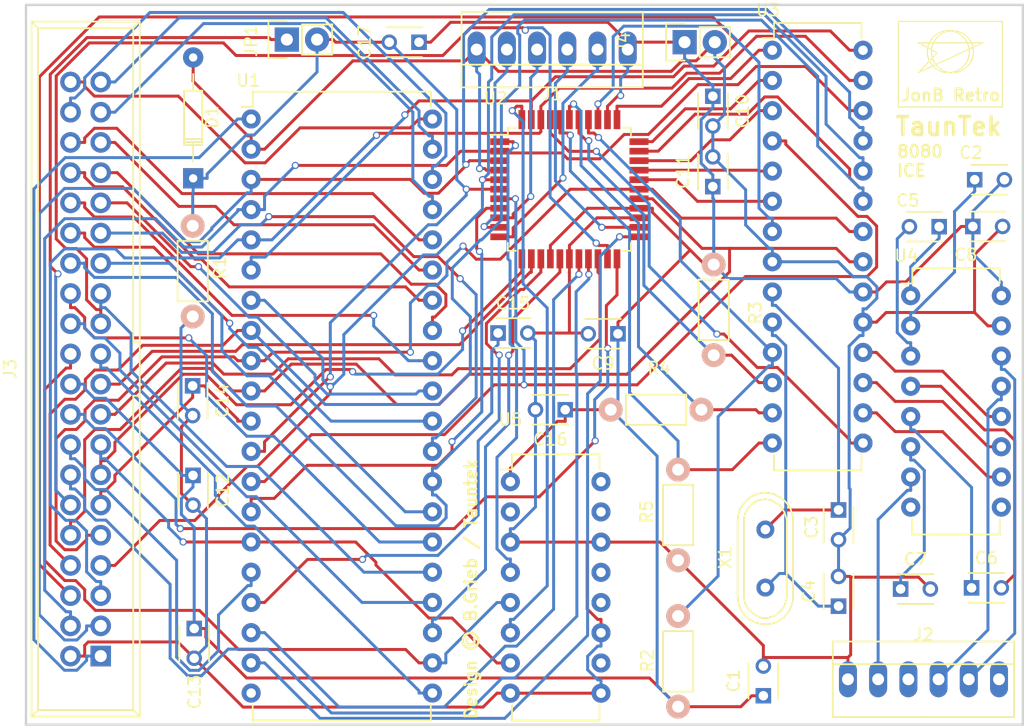
<source format=kicad_pcb>
(kicad_pcb (version 20171130) (host pcbnew "(5.0.0)")

  (general
    (thickness 1.6)
    (drawings 18)
    (tracks 1192)
    (zones 0)
    (modules 34)
    (nets 90)
  )

  (page A4)
  (layers
    (0 F.Cu signal)
    (31 B.Cu signal)
    (32 B.Adhes user)
    (33 F.Adhes user)
    (34 B.Paste user)
    (35 F.Paste user)
    (36 B.SilkS user)
    (37 F.SilkS user)
    (38 B.Mask user)
    (39 F.Mask user)
    (40 Dwgs.User user)
    (41 Cmts.User user)
    (42 Eco1.User user)
    (43 Eco2.User user)
    (44 Edge.Cuts user)
    (45 Margin user)
    (46 B.CrtYd user)
    (47 F.CrtYd user)
    (48 B.Fab user)
    (49 F.Fab user)
  )

  (setup
    (last_trace_width 0.25)
    (trace_clearance 0.2)
    (zone_clearance 0.508)
    (zone_45_only no)
    (trace_min 0.2)
    (segment_width 0.1)
    (edge_width 0.1)
    (via_size 0.6)
    (via_drill 0.4)
    (via_min_size 0.4)
    (via_min_drill 0.3)
    (uvia_size 0.3)
    (uvia_drill 0.1)
    (uvias_allowed no)
    (uvia_min_size 0.2)
    (uvia_min_drill 0.1)
    (pcb_text_width 0.3)
    (pcb_text_size 1.5 1.5)
    (mod_edge_width 0.15)
    (mod_text_size 1 1)
    (mod_text_width 0.15)
    (pad_size 1.5 1.5)
    (pad_drill 0.6)
    (pad_to_mask_clearance 0)
    (aux_axis_origin 0 0)
    (visible_elements 7FFFF7FF)
    (pcbplotparams
      (layerselection 0x00030_80000001)
      (usegerberextensions false)
      (usegerberattributes false)
      (usegerberadvancedattributes false)
      (creategerberjobfile false)
      (excludeedgelayer true)
      (linewidth 0.100000)
      (plotframeref false)
      (viasonmask false)
      (mode 1)
      (useauxorigin false)
      (hpglpennumber 1)
      (hpglpenspeed 20)
      (hpglpendiameter 15.000000)
      (psnegative false)
      (psa4output false)
      (plotreference true)
      (plotvalue true)
      (plotinvisibletext false)
      (padsonsilk false)
      (subtractmaskfromsilk false)
      (outputformat 1)
      (mirror false)
      (drillshape 1)
      (scaleselection 1)
      (outputdirectory ""))
  )

  (net 0 "")
  (net 1 "Net-(U1-Pad14)")
  (net 2 "Net-(U1-Pad17)")
  (net 3 "Net-(U1-Pad18)")
  (net 4 "Net-(U1-Pad19)")
  (net 5 "Net-(U1-Pad20)")
  (net 6 "Net-(U1-Pad23)")
  (net 7 "Net-(U3-Pad16)")
  (net 8 "Net-(U3-Pad17)")
  (net 9 "Net-(U3-Pad18)")
  (net 10 "Net-(U4-Pad8)")
  (net 11 "Net-(U4-Pad9)")
  (net 12 "Net-(U5-Pad16)")
  (net 13 "Net-(U5-Pad15)")
  (net 14 "Net-(U5-Pad13)")
  (net 15 "Net-(U5-Pad12)")
  (net 16 "Net-(U5-Pad10)")
  (net 17 "Net-(U5-Pad2)")
  (net 18 "Net-(C3-Pad1)")
  (net 19 GND)
  (net 20 "Net-(C4-Pad1)")
  (net 21 /A10)
  (net 22 /D4)
  (net 23 /D5)
  (net 24 /D6)
  (net 25 /D7)
  (net 26 /D3)
  (net 27 /D2)
  (net 28 /D1)
  (net 29 /D0)
  (net 30 -5V)
  (net 31 /A0)
  (net 32 /A1)
  (net 33 /A2)
  (net 34 +12V)
  (net 35 /A3)
  (net 36 /A4)
  (net 37 /A5)
  (net 38 /A6)
  (net 39 /A7)
  (net 40 /A8)
  (net 41 /A9)
  (net 42 /A15)
  (net 43 /A12)
  (net 44 /A13)
  (net 45 /A14)
  (net 46 /A11)
  (net 47 RESb)
  (net 48 MCU39)
  (net 49 RESCDIV)
  (net 50 8080HOLD)
  (net 51 DISINT)
  (net 52 CLKMON)
  (net 53 SP1)
  (net 54 +5V)
  (net 55 "Net-(J1-Pad2)")
  (net 56 "Net-(J1-Pad3)")
  (net 57 "Net-(J1-Pad4)")
  (net 58 "Net-(J1-Pad5)")
  (net 59 "Net-(U2-Pad1)")
  (net 60 "Net-(U2-Pad44)")
  (net 61 "Net-(C2-Pad1)")
  (net 62 "Net-(C5-Pad1)")
  (net 63 "Net-(C5-Pad2)")
  (net 64 "Net-(C6-Pad2)")
  (net 65 "Net-(C6-Pad1)")
  (net 66 "Net-(C7-Pad1)")
  (net 67 /CTS)
  (net 68 "Net-(J2-Pad3)")
  (net 69 /RX)
  (net 70 /TX)
  (net 71 "Net-(J2-Pad6)")
  (net 72 "Net-(J3-Pad12)")
  (net 73 "Net-(J3-Pad13)")
  (net 74 "Net-(J3-Pad14)")
  (net 75 "Net-(J3-Pad15)")
  (net 76 "Net-(J3-Pad16)")
  (net 77 "Net-(J3-Pad17)")
  (net 78 "Net-(J3-Pad18)")
  (net 79 "Net-(J3-Pad19)")
  (net 80 "Net-(J3-Pad21)")
  (net 81 "Net-(J3-Pad22)")
  (net 82 "Net-(J3-Pad23)")
  (net 83 "Net-(J3-Pad24)")
  (net 84 MCU20)
  (net 85 MCU19)
  (net 86 MCU18)
  (net 87 MCU17)
  (net 88 DISHOLD)
  (net 89 RES)

  (net_class Default "This is the default net class."
    (clearance 0.2)
    (trace_width 0.25)
    (via_dia 0.6)
    (via_drill 0.4)
    (uvia_dia 0.3)
    (uvia_drill 0.1)
    (add_net +12V)
    (add_net +5V)
    (add_net -5V)
    (add_net /A0)
    (add_net /A1)
    (add_net /A10)
    (add_net /A11)
    (add_net /A12)
    (add_net /A13)
    (add_net /A14)
    (add_net /A15)
    (add_net /A2)
    (add_net /A3)
    (add_net /A4)
    (add_net /A5)
    (add_net /A6)
    (add_net /A7)
    (add_net /A8)
    (add_net /A9)
    (add_net /CTS)
    (add_net /D0)
    (add_net /D1)
    (add_net /D2)
    (add_net /D3)
    (add_net /D4)
    (add_net /D5)
    (add_net /D6)
    (add_net /D7)
    (add_net /RX)
    (add_net /TX)
    (add_net 8080HOLD)
    (add_net CLKMON)
    (add_net DISHOLD)
    (add_net DISINT)
    (add_net GND)
    (add_net MCU17)
    (add_net MCU18)
    (add_net MCU19)
    (add_net MCU20)
    (add_net MCU39)
    (add_net "Net-(C2-Pad1)")
    (add_net "Net-(C3-Pad1)")
    (add_net "Net-(C4-Pad1)")
    (add_net "Net-(C5-Pad1)")
    (add_net "Net-(C5-Pad2)")
    (add_net "Net-(C6-Pad1)")
    (add_net "Net-(C6-Pad2)")
    (add_net "Net-(C7-Pad1)")
    (add_net "Net-(J1-Pad2)")
    (add_net "Net-(J1-Pad3)")
    (add_net "Net-(J1-Pad4)")
    (add_net "Net-(J1-Pad5)")
    (add_net "Net-(J2-Pad3)")
    (add_net "Net-(J2-Pad6)")
    (add_net "Net-(J3-Pad12)")
    (add_net "Net-(J3-Pad13)")
    (add_net "Net-(J3-Pad14)")
    (add_net "Net-(J3-Pad15)")
    (add_net "Net-(J3-Pad16)")
    (add_net "Net-(J3-Pad17)")
    (add_net "Net-(J3-Pad18)")
    (add_net "Net-(J3-Pad19)")
    (add_net "Net-(J3-Pad21)")
    (add_net "Net-(J3-Pad22)")
    (add_net "Net-(J3-Pad23)")
    (add_net "Net-(J3-Pad24)")
    (add_net "Net-(U1-Pad14)")
    (add_net "Net-(U1-Pad17)")
    (add_net "Net-(U1-Pad18)")
    (add_net "Net-(U1-Pad19)")
    (add_net "Net-(U1-Pad20)")
    (add_net "Net-(U1-Pad23)")
    (add_net "Net-(U2-Pad1)")
    (add_net "Net-(U2-Pad44)")
    (add_net "Net-(U3-Pad16)")
    (add_net "Net-(U3-Pad17)")
    (add_net "Net-(U3-Pad18)")
    (add_net "Net-(U4-Pad8)")
    (add_net "Net-(U4-Pad9)")
    (add_net "Net-(U5-Pad10)")
    (add_net "Net-(U5-Pad12)")
    (add_net "Net-(U5-Pad13)")
    (add_net "Net-(U5-Pad15)")
    (add_net "Net-(U5-Pad16)")
    (add_net "Net-(U5-Pad2)")
    (add_net RES)
    (add_net RESCDIV)
    (add_net RESb)
    (add_net SP1)
  )

  (net_class HiPower ""
    (clearance 0.2)
    (trace_width 0.6)
    (via_dia 1)
    (via_drill 0.8)
    (uvia_dia 0.4)
    (uvia_drill 0.2)
  )

  (net_class Power ""
    (clearance 0.2)
    (trace_width 0.4)
    (via_dia 0.8)
    (via_drill 0.4)
    (uvia_dia 0.4)
    (uvia_drill 0.2)
  )

  (module Capacitors_THT:C_Disc_D3_P2.5 (layer F.Cu) (tedit 0) (tstamp 5BA7F86C)
    (at 28.9357 98.7501 270)
    (descr "Capacitor 3mm Disc, Pitch 2.5mm")
    (tags Capacitor)
    (path /5BAD00C3)
    (fp_text reference C12 (at 1.25 -2.5 270) (layer F.SilkS)
      (effects (font (size 1 1) (thickness 0.15)))
    )
    (fp_text value .1uF (at 1.25 2.5 270) (layer F.Fab)
      (effects (font (size 1 1) (thickness 0.15)))
    )
    (fp_line (start -0.9 -1.5) (end 3.4 -1.5) (layer F.CrtYd) (width 0.05))
    (fp_line (start 3.4 -1.5) (end 3.4 1.5) (layer F.CrtYd) (width 0.05))
    (fp_line (start 3.4 1.5) (end -0.9 1.5) (layer F.CrtYd) (width 0.05))
    (fp_line (start -0.9 1.5) (end -0.9 -1.5) (layer F.CrtYd) (width 0.05))
    (fp_line (start -0.25 -1.25) (end 2.75 -1.25) (layer F.SilkS) (width 0.15))
    (fp_line (start 2.75 1.25) (end -0.25 1.25) (layer F.SilkS) (width 0.15))
    (pad 1 thru_hole rect (at 0 0 270) (size 1.3 1.3) (drill 0.8) (layers *.Cu *.Mask)
      (net 54 +5V))
    (pad 2 thru_hole circle (at 2.5 0 270) (size 1.3 1.3) (drill 0.8001) (layers *.Cu *.Mask)
      (net 19 GND))
    (model Capacitors_ThroughHole.3dshapes/C_Disc_D3_P2.5.wrl
      (offset (xyz 1.250000021226883 0 0))
      (scale (xyz 1 1 1))
      (rotate (xyz 0 0 0))
    )
  )

  (module Capacitors_THT:C_Disc_D3_P2.5 (layer F.Cu) (tedit 0) (tstamp 5BA7F88B)
    (at 28.9052 91.2216 270)
    (descr "Capacitor 3mm Disc, Pitch 2.5mm")
    (tags Capacitor)
    (path /5BB2A559)
    (fp_text reference C14 (at 1.25 -2.5 270) (layer F.SilkS)
      (effects (font (size 1 1) (thickness 0.15)))
    )
    (fp_text value .1uF (at 1.25 2.5 270) (layer F.Fab)
      (effects (font (size 1 1) (thickness 0.15)))
    )
    (fp_line (start -0.9 -1.5) (end 3.4 -1.5) (layer F.CrtYd) (width 0.05))
    (fp_line (start 3.4 -1.5) (end 3.4 1.5) (layer F.CrtYd) (width 0.05))
    (fp_line (start 3.4 1.5) (end -0.9 1.5) (layer F.CrtYd) (width 0.05))
    (fp_line (start -0.9 1.5) (end -0.9 -1.5) (layer F.CrtYd) (width 0.05))
    (fp_line (start -0.25 -1.25) (end 2.75 -1.25) (layer F.SilkS) (width 0.15))
    (fp_line (start 2.75 1.25) (end -0.25 1.25) (layer F.SilkS) (width 0.15))
    (pad 1 thru_hole rect (at 0 0 270) (size 1.3 1.3) (drill 0.8) (layers *.Cu *.Mask)
      (net 30 -5V))
    (pad 2 thru_hole circle (at 2.5 0 270) (size 1.3 1.3) (drill 0.8001) (layers *.Cu *.Mask)
      (net 19 GND))
    (model Capacitors_ThroughHole.3dshapes/C_Disc_D3_P2.5.wrl
      (offset (xyz 1.250000021226883 0 0))
      (scale (xyz 1 1 1))
      (rotate (xyz 0 0 0))
    )
  )

  (module Capacitors_THT:C_Disc_D3_P2.5 (layer F.Cu) (tedit 0) (tstamp 5BA7F897)
    (at 54.5795 86.7816)
    (descr "Capacitor 3mm Disc, Pitch 2.5mm")
    (tags Capacitor)
    (path /5BB2A40C)
    (fp_text reference C15 (at 1.25 -2.5) (layer F.SilkS)
      (effects (font (size 1 1) (thickness 0.15)))
    )
    (fp_text value .1uF (at 1.25 2.5) (layer F.Fab)
      (effects (font (size 1 1) (thickness 0.15)))
    )
    (fp_line (start 2.75 1.25) (end -0.25 1.25) (layer F.SilkS) (width 0.15))
    (fp_line (start -0.25 -1.25) (end 2.75 -1.25) (layer F.SilkS) (width 0.15))
    (fp_line (start -0.9 1.5) (end -0.9 -1.5) (layer F.CrtYd) (width 0.05))
    (fp_line (start 3.4 1.5) (end -0.9 1.5) (layer F.CrtYd) (width 0.05))
    (fp_line (start 3.4 -1.5) (end 3.4 1.5) (layer F.CrtYd) (width 0.05))
    (fp_line (start -0.9 -1.5) (end 3.4 -1.5) (layer F.CrtYd) (width 0.05))
    (pad 2 thru_hole circle (at 2.5 0) (size 1.3 1.3) (drill 0.8001) (layers *.Cu *.Mask)
      (net 19 GND))
    (pad 1 thru_hole rect (at 0 0) (size 1.3 1.3) (drill 0.8) (layers *.Cu *.Mask)
      (net 34 +12V))
    (model Capacitors_ThroughHole.3dshapes/C_Disc_D3_P2.5.wrl
      (offset (xyz 1.250000021226883 0 0))
      (scale (xyz 1 1 1))
      (rotate (xyz 0 0 0))
    )
  )

  (module Connectors:IDC_Header_Straight_40pins (layer F.Cu) (tedit 0) (tstamp 5BA7F906)
    (at 21.1785 113.939 90)
    (descr "40 pins through hole IDC header")
    (tags "IDC header socket VASCH")
    (path /5BA326FD)
    (fp_text reference J3 (at 24.13 -7.62 90) (layer F.SilkS)
      (effects (font (size 1 1) (thickness 0.15)))
    )
    (fp_text value "8080 BUS" (at -1.59004 4.60248 90) (layer F.Fab)
      (effects (font (size 1 1) (thickness 0.15)))
    )
    (fp_line (start -5.08 -5.82) (end 53.34 -5.82) (layer F.SilkS) (width 0.15))
    (fp_line (start -4.54 -5.27) (end 52.78 -5.27) (layer F.SilkS) (width 0.15))
    (fp_line (start -5.08 3.28) (end 53.34 3.28) (layer F.SilkS) (width 0.15))
    (fp_line (start -4.54 2.73) (end 21.88 2.73) (layer F.SilkS) (width 0.15))
    (fp_line (start 26.38 2.73) (end 52.78 2.73) (layer F.SilkS) (width 0.15))
    (fp_line (start 21.88 2.73) (end 21.88 3.28) (layer F.SilkS) (width 0.15))
    (fp_line (start 26.38 2.73) (end 26.38 3.28) (layer F.SilkS) (width 0.15))
    (fp_line (start -5.08 -5.82) (end -5.08 3.28) (layer F.SilkS) (width 0.15))
    (fp_line (start -4.54 -5.27) (end -4.54 2.73) (layer F.SilkS) (width 0.15))
    (fp_line (start 53.34 -5.82) (end 53.34 3.28) (layer F.SilkS) (width 0.15))
    (fp_line (start 52.78 -5.27) (end 52.78 2.73) (layer F.SilkS) (width 0.15))
    (fp_line (start -5.08 -5.82) (end -4.54 -5.27) (layer F.SilkS) (width 0.15))
    (fp_line (start 53.34 -5.82) (end 52.78 -5.27) (layer F.SilkS) (width 0.15))
    (fp_line (start -5.08 3.28) (end -4.54 2.73) (layer F.SilkS) (width 0.15))
    (fp_line (start 53.34 3.28) (end 52.78 2.73) (layer F.SilkS) (width 0.15))
    (fp_line (start -5.35 -6.05) (end 53.6 -6.05) (layer F.CrtYd) (width 0.05))
    (fp_line (start 53.6 -6.05) (end 53.6 3.55) (layer F.CrtYd) (width 0.05))
    (fp_line (start 53.6 3.55) (end -5.35 3.55) (layer F.CrtYd) (width 0.05))
    (fp_line (start -5.35 3.55) (end -5.35 -6.05) (layer F.CrtYd) (width 0.05))
    (pad 1 thru_hole rect (at 0 0 90) (size 1.7272 1.7272) (drill 1.016) (layers *.Cu *.Mask)
      (net 21 /A10))
    (pad 2 thru_hole oval (at 0 -2.54 90) (size 1.7272 1.7272) (drill 1.016) (layers *.Cu *.Mask)
      (net 19 GND))
    (pad 3 thru_hole oval (at 2.54 0 90) (size 1.7272 1.7272) (drill 1.016) (layers *.Cu *.Mask)
      (net 22 /D4))
    (pad 4 thru_hole oval (at 2.54 -2.54 90) (size 1.7272 1.7272) (drill 1.016) (layers *.Cu *.Mask)
      (net 23 /D5))
    (pad 5 thru_hole oval (at 5.08 0 90) (size 1.7272 1.7272) (drill 1.016) (layers *.Cu *.Mask)
      (net 24 /D6))
    (pad 6 thru_hole oval (at 5.08 -2.54 90) (size 1.7272 1.7272) (drill 1.016) (layers *.Cu *.Mask)
      (net 25 /D7))
    (pad 7 thru_hole oval (at 7.62 0 90) (size 1.7272 1.7272) (drill 1.016) (layers *.Cu *.Mask)
      (net 26 /D3))
    (pad 8 thru_hole oval (at 7.62 -2.54 90) (size 1.7272 1.7272) (drill 1.016) (layers *.Cu *.Mask)
      (net 27 /D2))
    (pad 9 thru_hole oval (at 10.16 0 90) (size 1.7272 1.7272) (drill 1.016) (layers *.Cu *.Mask)
      (net 28 /D1))
    (pad 10 thru_hole oval (at 10.16 -2.54 90) (size 1.7272 1.7272) (drill 1.016) (layers *.Cu *.Mask)
      (net 29 /D0))
    (pad 11 thru_hole oval (at 12.7 0 90) (size 1.7272 1.7272) (drill 1.016) (layers *.Cu *.Mask)
      (net 30 -5V))
    (pad 12 thru_hole oval (at 12.7 -2.54 90) (size 1.7272 1.7272) (drill 1.016) (layers *.Cu *.Mask)
      (net 72 "Net-(J3-Pad12)"))
    (pad 13 thru_hole oval (at 15.24 0 90) (size 1.7272 1.7272) (drill 1.016) (layers *.Cu *.Mask)
      (net 73 "Net-(J3-Pad13)"))
    (pad 14 thru_hole oval (at 15.24 -2.54 90) (size 1.7272 1.7272) (drill 1.016) (layers *.Cu *.Mask)
      (net 74 "Net-(J3-Pad14)"))
    (pad 15 thru_hole oval (at 17.78 0 90) (size 1.7272 1.7272) (drill 1.016) (layers *.Cu *.Mask)
      (net 75 "Net-(J3-Pad15)"))
    (pad 16 thru_hole oval (at 17.78 -2.54 90) (size 1.7272 1.7272) (drill 1.016) (layers *.Cu *.Mask)
      (net 76 "Net-(J3-Pad16)"))
    (pad 17 thru_hole oval (at 20.32 0 90) (size 1.7272 1.7272) (drill 1.016) (layers *.Cu *.Mask)
      (net 77 "Net-(J3-Pad17)"))
    (pad 18 thru_hole oval (at 20.32 -2.54 90) (size 1.7272 1.7272) (drill 1.016) (layers *.Cu *.Mask)
      (net 78 "Net-(J3-Pad18)"))
    (pad 19 thru_hole oval (at 22.86 0 90) (size 1.7272 1.7272) (drill 1.016) (layers *.Cu *.Mask)
      (net 79 "Net-(J3-Pad19)"))
    (pad 20 thru_hole oval (at 22.86 -2.54 90) (size 1.7272 1.7272) (drill 1.016) (layers *.Cu *.Mask)
      (net 54 +5V))
    (pad 21 thru_hole oval (at 25.4 0 90) (size 1.7272 1.7272) (drill 1.016) (layers *.Cu *.Mask)
      (net 80 "Net-(J3-Pad21)"))
    (pad 22 thru_hole oval (at 25.4 -2.54 90) (size 1.7272 1.7272) (drill 1.016) (layers *.Cu *.Mask)
      (net 81 "Net-(J3-Pad22)"))
    (pad 23 thru_hole oval (at 27.94 0 90) (size 1.7272 1.7272) (drill 1.016) (layers *.Cu *.Mask)
      (net 82 "Net-(J3-Pad23)"))
    (pad 24 thru_hole oval (at 27.94 -2.54 90) (size 1.7272 1.7272) (drill 1.016) (layers *.Cu *.Mask)
      (net 83 "Net-(J3-Pad24)"))
    (pad 25 thru_hole oval (at 30.48 0 90) (size 1.7272 1.7272) (drill 1.016) (layers *.Cu *.Mask)
      (net 31 /A0))
    (pad 26 thru_hole oval (at 30.48 -2.54 90) (size 1.7272 1.7272) (drill 1.016) (layers *.Cu *.Mask)
      (net 32 /A1))
    (pad 27 thru_hole oval (at 33.02 0 90) (size 1.7272 1.7272) (drill 1.016) (layers *.Cu *.Mask)
      (net 33 /A2))
    (pad 28 thru_hole oval (at 33.02 -2.54 90) (size 1.7272 1.7272) (drill 1.016) (layers *.Cu *.Mask)
      (net 34 +12V))
    (pad 29 thru_hole oval (at 35.56 0 90) (size 1.7272 1.7272) (drill 1.016) (layers *.Cu *.Mask)
      (net 35 /A3))
    (pad 30 thru_hole oval (at 35.56 -2.54 90) (size 1.7272 1.7272) (drill 1.016) (layers *.Cu *.Mask)
      (net 36 /A4))
    (pad 31 thru_hole oval (at 38.1 0 90) (size 1.7272 1.7272) (drill 1.016) (layers *.Cu *.Mask)
      (net 37 /A5))
    (pad 32 thru_hole oval (at 38.1 -2.54 90) (size 1.7272 1.7272) (drill 1.016) (layers *.Cu *.Mask)
      (net 38 /A6))
    (pad 33 thru_hole oval (at 40.64 0 90) (size 1.7272 1.7272) (drill 1.016) (layers *.Cu *.Mask)
      (net 39 /A7))
    (pad 34 thru_hole oval (at 40.64 -2.54 90) (size 1.7272 1.7272) (drill 1.016) (layers *.Cu *.Mask)
      (net 40 /A8))
    (pad 35 thru_hole oval (at 43.18 0 90) (size 1.7272 1.7272) (drill 1.016) (layers *.Cu *.Mask)
      (net 41 /A9))
    (pad 36 thru_hole oval (at 43.18 -2.54 90) (size 1.7272 1.7272) (drill 1.016) (layers *.Cu *.Mask)
      (net 42 /A15))
    (pad 37 thru_hole oval (at 45.72 0 90) (size 1.7272 1.7272) (drill 1.016) (layers *.Cu *.Mask)
      (net 43 /A12))
    (pad 38 thru_hole oval (at 45.72 -2.54 90) (size 1.7272 1.7272) (drill 1.016) (layers *.Cu *.Mask)
      (net 44 /A13))
    (pad 39 thru_hole oval (at 48.26 0 90) (size 1.7272 1.7272) (drill 1.016) (layers *.Cu *.Mask)
      (net 45 /A14))
    (pad 40 thru_hole oval (at 48.26 -2.54 90) (size 1.7272 1.7272) (drill 1.016) (layers *.Cu *.Mask)
      (net 46 /A11))
  )

  (module Resistors_THT:Resistor_Horizontal_RM7mm (layer F.Cu) (tedit 569FCF07) (tstamp 5BA7F941)
    (at 64.0512 93.2282)
    (descr "Resistor, Axial,  RM 7.62mm, 1/3W,")
    (tags "Resistor Axial RM 7.62mm 1/3W R3")
    (path /5BE1FACD)
    (fp_text reference R4 (at 4.05892 -3.50012) (layer F.SilkS)
      (effects (font (size 1 1) (thickness 0.15)))
    )
    (fp_text value 47k (at 3.92684 -0.04318) (layer F.Fab)
      (effects (font (size 1 1) (thickness 0.15)))
    )
    (fp_line (start 1.27 1.27) (end 1.27 -1.27) (layer F.SilkS) (width 0.15))
    (fp_line (start 6.35 1.27) (end 1.27 1.27) (layer F.SilkS) (width 0.15))
    (fp_line (start 6.35 -1.27) (end 6.35 1.27) (layer F.SilkS) (width 0.15))
    (fp_line (start 1.27 -1.27) (end 6.35 -1.27) (layer F.SilkS) (width 0.15))
    (fp_line (start -1.25 1.5) (end 8.85 1.5) (layer F.CrtYd) (width 0.05))
    (fp_line (start 8.85 -1.5) (end 8.85 1.5) (layer F.CrtYd) (width 0.05))
    (fp_line (start -1.25 1.5) (end -1.25 -1.5) (layer F.CrtYd) (width 0.05))
    (fp_line (start -1.25 -1.5) (end 8.85 -1.5) (layer F.CrtYd) (width 0.05))
    (pad 2 thru_hole circle (at 7.62 0) (size 1.99898 1.99898) (drill 1.00076) (layers *.Cu *.SilkS *.Mask)
      (net 86 MCU18))
    (pad 1 thru_hole circle (at 0 0) (size 1.99898 1.99898) (drill 1.00076) (layers *.Cu *.SilkS *.Mask)
      (net 54 +5V))
  )

  (module Resistors_THT:Resistor_Horizontal_RM7mm (layer F.Cu) (tedit 569FCF07) (tstamp 5BA7F94F)
    (at 69.7128 105.885 90)
    (descr "Resistor, Axial,  RM 7.62mm, 1/3W,")
    (tags "Resistor Axial RM 7.62mm 1/3W R3")
    (path /5BE1FB4D)
    (fp_text reference R5 (at 4.08178 -2.6416 90) (layer F.SilkS)
      (effects (font (size 1 1) (thickness 0.15)))
    )
    (fp_text value 47k (at 3.9624 0.04318 90) (layer F.Fab)
      (effects (font (size 1 1) (thickness 0.15)))
    )
    (fp_line (start -1.25 -1.5) (end 8.85 -1.5) (layer F.CrtYd) (width 0.05))
    (fp_line (start -1.25 1.5) (end -1.25 -1.5) (layer F.CrtYd) (width 0.05))
    (fp_line (start 8.85 -1.5) (end 8.85 1.5) (layer F.CrtYd) (width 0.05))
    (fp_line (start -1.25 1.5) (end 8.85 1.5) (layer F.CrtYd) (width 0.05))
    (fp_line (start 1.27 -1.27) (end 6.35 -1.27) (layer F.SilkS) (width 0.15))
    (fp_line (start 6.35 -1.27) (end 6.35 1.27) (layer F.SilkS) (width 0.15))
    (fp_line (start 6.35 1.27) (end 1.27 1.27) (layer F.SilkS) (width 0.15))
    (fp_line (start 1.27 1.27) (end 1.27 -1.27) (layer F.SilkS) (width 0.15))
    (pad 1 thru_hole circle (at 0 0 90) (size 1.99898 1.99898) (drill 1.00076) (layers *.Cu *.SilkS *.Mask)
      (net 19 GND))
    (pad 2 thru_hole circle (at 7.62 0 90) (size 1.99898 1.99898) (drill 1.00076) (layers *.Cu *.SilkS *.Mask)
      (net 87 MCU17))
  )

  (module Housings_DIP:DIP-40_W15.24mm (layer F.Cu) (tedit 54130A77) (tstamp 5BA7F986)
    (at 33.8226 68.7883)
    (descr "40-lead dip package, row spacing 15.24 mm (600 mils)")
    (tags "dil dip 2.54 600")
    (path /5BA23029)
    (fp_text reference U1 (at -0.23368 -3.2385 180) (layer F.SilkS)
      (effects (font (size 1 1) (thickness 0.15)))
    )
    (fp_text value 8080A (at 7.52348 3.29946) (layer F.Fab)
      (effects (font (size 1 1) (thickness 0.15)))
    )
    (fp_line (start -1.05 -2.45) (end -1.05 50.75) (layer F.CrtYd) (width 0.05))
    (fp_line (start 16.3 -2.45) (end 16.3 50.75) (layer F.CrtYd) (width 0.05))
    (fp_line (start -1.05 -2.45) (end 16.3 -2.45) (layer F.CrtYd) (width 0.05))
    (fp_line (start -1.05 50.75) (end 16.3 50.75) (layer F.CrtYd) (width 0.05))
    (fp_line (start 0.135 -2.295) (end 0.135 -1.025) (layer F.SilkS) (width 0.15))
    (fp_line (start 15.105 -2.295) (end 15.105 -1.025) (layer F.SilkS) (width 0.15))
    (fp_line (start 15.105 50.555) (end 15.105 49.285) (layer F.SilkS) (width 0.15))
    (fp_line (start 0.135 50.555) (end 0.135 49.285) (layer F.SilkS) (width 0.15))
    (fp_line (start 0.135 -2.295) (end 15.105 -2.295) (layer F.SilkS) (width 0.15))
    (fp_line (start 0.135 50.555) (end 15.105 50.555) (layer F.SilkS) (width 0.15))
    (fp_line (start 0.135 -1.025) (end -0.8 -1.025) (layer F.SilkS) (width 0.15))
    (pad 1 thru_hole oval (at 0 0) (size 1.6 1.6) (drill 0.8) (layers *.Cu *.Mask)
      (net 21 /A10))
    (pad 2 thru_hole oval (at 0 2.54) (size 1.6 1.6) (drill 0.8) (layers *.Cu *.Mask)
      (net 19 GND))
    (pad 3 thru_hole oval (at 0 5.08) (size 1.6 1.6) (drill 0.8) (layers *.Cu *.Mask)
      (net 22 /D4))
    (pad 4 thru_hole oval (at 0 7.62) (size 1.6 1.6) (drill 0.8) (layers *.Cu *.Mask)
      (net 23 /D5))
    (pad 5 thru_hole oval (at 0 10.16) (size 1.6 1.6) (drill 0.8) (layers *.Cu *.Mask)
      (net 24 /D6))
    (pad 6 thru_hole oval (at 0 12.7) (size 1.6 1.6) (drill 0.8) (layers *.Cu *.Mask)
      (net 25 /D7))
    (pad 7 thru_hole oval (at 0 15.24) (size 1.6 1.6) (drill 0.8) (layers *.Cu *.Mask)
      (net 26 /D3))
    (pad 8 thru_hole oval (at 0 17.78) (size 1.6 1.6) (drill 0.8) (layers *.Cu *.Mask)
      (net 27 /D2))
    (pad 9 thru_hole oval (at 0 20.32) (size 1.6 1.6) (drill 0.8) (layers *.Cu *.Mask)
      (net 28 /D1))
    (pad 10 thru_hole oval (at 0 22.86) (size 1.6 1.6) (drill 0.8) (layers *.Cu *.Mask)
      (net 29 /D0))
    (pad 11 thru_hole oval (at 0 25.4) (size 1.6 1.6) (drill 0.8) (layers *.Cu *.Mask)
      (net 30 -5V))
    (pad 12 thru_hole oval (at 0 27.94) (size 1.6 1.6) (drill 0.8) (layers *.Cu *.Mask)
      (net 89 RES))
    (pad 13 thru_hole oval (at 0 30.48) (size 1.6 1.6) (drill 0.8) (layers *.Cu *.Mask)
      (net 50 8080HOLD))
    (pad 14 thru_hole oval (at 0 33.02) (size 1.6 1.6) (drill 0.8) (layers *.Cu *.Mask)
      (net 1 "Net-(U1-Pad14)"))
    (pad 15 thru_hole oval (at 0 35.56) (size 1.6 1.6) (drill 0.8) (layers *.Cu *.Mask)
      (net 75 "Net-(J3-Pad15)"))
    (pad 16 thru_hole oval (at 0 38.1) (size 1.6 1.6) (drill 0.8) (layers *.Cu *.Mask)
      (net 76 "Net-(J3-Pad16)"))
    (pad 17 thru_hole oval (at 0 40.64) (size 1.6 1.6) (drill 0.8) (layers *.Cu *.Mask)
      (net 2 "Net-(U1-Pad17)"))
    (pad 18 thru_hole oval (at 0 43.18) (size 1.6 1.6) (drill 0.8) (layers *.Cu *.Mask)
      (net 3 "Net-(U1-Pad18)"))
    (pad 19 thru_hole oval (at 0 45.72) (size 1.6 1.6) (drill 0.8) (layers *.Cu *.Mask)
      (net 4 "Net-(U1-Pad19)"))
    (pad 20 thru_hole oval (at 0 48.26) (size 1.6 1.6) (drill 0.8) (layers *.Cu *.Mask)
      (net 5 "Net-(U1-Pad20)"))
    (pad 21 thru_hole oval (at 15.24 48.26) (size 1.6 1.6) (drill 0.8) (layers *.Cu *.Mask)
      (net 80 "Net-(J3-Pad21)"))
    (pad 22 thru_hole oval (at 15.24 45.72) (size 1.6 1.6) (drill 0.8) (layers *.Cu *.Mask)
      (net 81 "Net-(J3-Pad22)"))
    (pad 23 thru_hole oval (at 15.24 43.18) (size 1.6 1.6) (drill 0.8) (layers *.Cu *.Mask)
      (net 6 "Net-(U1-Pad23)"))
    (pad 24 thru_hole oval (at 15.24 40.64) (size 1.6 1.6) (drill 0.8) (layers *.Cu *.Mask)
      (net 83 "Net-(J3-Pad24)"))
    (pad 25 thru_hole oval (at 15.24 38.1) (size 1.6 1.6) (drill 0.8) (layers *.Cu *.Mask)
      (net 31 /A0))
    (pad 26 thru_hole oval (at 15.24 35.56) (size 1.6 1.6) (drill 0.8) (layers *.Cu *.Mask)
      (net 32 /A1))
    (pad 27 thru_hole oval (at 15.24 33.02) (size 1.6 1.6) (drill 0.8) (layers *.Cu *.Mask)
      (net 33 /A2))
    (pad 28 thru_hole oval (at 15.24 30.48) (size 1.6 1.6) (drill 0.8) (layers *.Cu *.Mask)
      (net 34 +12V))
    (pad 29 thru_hole oval (at 15.24 27.94) (size 1.6 1.6) (drill 0.8) (layers *.Cu *.Mask)
      (net 35 /A3))
    (pad 30 thru_hole oval (at 15.24 25.4) (size 1.6 1.6) (drill 0.8) (layers *.Cu *.Mask)
      (net 36 /A4))
    (pad 31 thru_hole oval (at 15.24 22.86) (size 1.6 1.6) (drill 0.8) (layers *.Cu *.Mask)
      (net 37 /A5))
    (pad 32 thru_hole oval (at 15.24 20.32) (size 1.6 1.6) (drill 0.8) (layers *.Cu *.Mask)
      (net 38 /A6))
    (pad 33 thru_hole oval (at 15.24 17.78) (size 1.6 1.6) (drill 0.8) (layers *.Cu *.Mask)
      (net 39 /A7))
    (pad 34 thru_hole oval (at 15.24 15.24) (size 1.6 1.6) (drill 0.8) (layers *.Cu *.Mask)
      (net 40 /A8))
    (pad 35 thru_hole oval (at 15.24 12.7) (size 1.6 1.6) (drill 0.8) (layers *.Cu *.Mask)
      (net 41 /A9))
    (pad 36 thru_hole oval (at 15.24 10.16) (size 1.6 1.6) (drill 0.8) (layers *.Cu *.Mask)
      (net 42 /A15))
    (pad 37 thru_hole oval (at 15.24 7.62) (size 1.6 1.6) (drill 0.8) (layers *.Cu *.Mask)
      (net 43 /A12))
    (pad 38 thru_hole oval (at 15.24 5.08) (size 1.6 1.6) (drill 0.8) (layers *.Cu *.Mask)
      (net 44 /A13))
    (pad 39 thru_hole oval (at 15.24 2.54) (size 1.6 1.6) (drill 0.8) (layers *.Cu *.Mask)
      (net 45 /A14))
    (pad 40 thru_hole oval (at 15.24 0) (size 1.6 1.6) (drill 0.8) (layers *.Cu *.Mask)
      (net 46 /A11))
    (model Housings_DIP.3dshapes/DIP-40_W15.24mm.wrl
      (at (xyz 0 0 0))
      (scale (xyz 1 1 1))
      (rotate (xyz 0 0 0))
    )
  )

  (module Housings_DIP:DIP-28_W7.62mm (layer F.Cu) (tedit 54130A77) (tstamp 5BA7F9F4)
    (at 77.6376 63.0098)
    (descr "28-lead dip package, row spacing 7.62 mm (300 mils)")
    (tags "dil dip 2.54 300")
    (path /5BA23934)
    (fp_text reference U3 (at -0.37592 -3.37566) (layer F.SilkS)
      (effects (font (size 1 1) (thickness 0.15)))
    )
    (fp_text value PIC18LF2420-E_SP (at 3.76682 15.81912 90) (layer F.Fab)
      (effects (font (size 1 1) (thickness 0.15)))
    )
    (fp_line (start -1.05 -2.45) (end -1.05 35.5) (layer F.CrtYd) (width 0.05))
    (fp_line (start 8.65 -2.45) (end 8.65 35.5) (layer F.CrtYd) (width 0.05))
    (fp_line (start -1.05 -2.45) (end 8.65 -2.45) (layer F.CrtYd) (width 0.05))
    (fp_line (start -1.05 35.5) (end 8.65 35.5) (layer F.CrtYd) (width 0.05))
    (fp_line (start 0.135 -2.295) (end 0.135 -1.025) (layer F.SilkS) (width 0.15))
    (fp_line (start 7.485 -2.295) (end 7.485 -1.025) (layer F.SilkS) (width 0.15))
    (fp_line (start 7.485 35.315) (end 7.485 34.045) (layer F.SilkS) (width 0.15))
    (fp_line (start 0.135 35.315) (end 0.135 34.045) (layer F.SilkS) (width 0.15))
    (fp_line (start 0.135 -2.295) (end 7.485 -2.295) (layer F.SilkS) (width 0.15))
    (fp_line (start 0.135 35.315) (end 7.485 35.315) (layer F.SilkS) (width 0.15))
    (fp_line (start 0.135 -1.025) (end -0.8 -1.025) (layer F.SilkS) (width 0.15))
    (pad 1 thru_hole oval (at 0 0) (size 1.6 1.6) (drill 0.8) (layers *.Cu *.Mask)
      (net 47 RESb))
    (pad 2 thru_hole oval (at 0 2.54) (size 1.6 1.6) (drill 0.8) (layers *.Cu *.Mask)
      (net 48 MCU39))
    (pad 3 thru_hole oval (at 0 5.08) (size 1.6 1.6) (drill 0.8) (layers *.Cu *.Mask)
      (net 49 RESCDIV))
    (pad 4 thru_hole oval (at 0 7.62) (size 1.6 1.6) (drill 0.8) (layers *.Cu *.Mask)
      (net 50 8080HOLD))
    (pad 5 thru_hole oval (at 0 10.16) (size 1.6 1.6) (drill 0.8) (layers *.Cu *.Mask)
      (net 51 DISINT))
    (pad 6 thru_hole oval (at 0 12.7) (size 1.6 1.6) (drill 0.8) (layers *.Cu *.Mask)
      (net 52 CLKMON))
    (pad 7 thru_hole oval (at 0 15.24) (size 1.6 1.6) (drill 0.8) (layers *.Cu *.Mask)
      (net 53 SP1))
    (pad 8 thru_hole oval (at 0 17.78) (size 1.6 1.6) (drill 0.8) (layers *.Cu *.Mask)
      (net 19 GND))
    (pad 9 thru_hole oval (at 0 20.32) (size 1.6 1.6) (drill 0.8) (layers *.Cu *.Mask)
      (net 18 "Net-(C3-Pad1)"))
    (pad 10 thru_hole oval (at 0 22.86) (size 1.6 1.6) (drill 0.8) (layers *.Cu *.Mask)
      (net 20 "Net-(C4-Pad1)"))
    (pad 11 thru_hole oval (at 0 25.4) (size 1.6 1.6) (drill 0.8) (layers *.Cu *.Mask)
      (net 84 MCU20))
    (pad 12 thru_hole oval (at 0 27.94) (size 1.6 1.6) (drill 0.8) (layers *.Cu *.Mask)
      (net 85 MCU19))
    (pad 13 thru_hole oval (at 0 30.48) (size 1.6 1.6) (drill 0.8) (layers *.Cu *.Mask)
      (net 86 MCU18))
    (pad 14 thru_hole oval (at 0 33.02) (size 1.6 1.6) (drill 0.8) (layers *.Cu *.Mask)
      (net 87 MCU17))
    (pad 15 thru_hole oval (at 7.62 33.02) (size 1.6 1.6) (drill 0.8) (layers *.Cu *.Mask)
      (net 88 DISHOLD))
    (pad 16 thru_hole oval (at 7.62 30.48) (size 1.6 1.6) (drill 0.8) (layers *.Cu *.Mask)
      (net 7 "Net-(U3-Pad16)"))
    (pad 17 thru_hole oval (at 7.62 27.94) (size 1.6 1.6) (drill 0.8) (layers *.Cu *.Mask)
      (net 8 "Net-(U3-Pad17)"))
    (pad 18 thru_hole oval (at 7.62 25.4) (size 1.6 1.6) (drill 0.8) (layers *.Cu *.Mask)
      (net 9 "Net-(U3-Pad18)"))
    (pad 19 thru_hole oval (at 7.62 22.86) (size 1.6 1.6) (drill 0.8) (layers *.Cu *.Mask)
      (net 19 GND))
    (pad 20 thru_hole oval (at 7.62 20.32) (size 1.6 1.6) (drill 0.8) (layers *.Cu *.Mask)
      (net 54 +5V))
    (pad 21 thru_hole oval (at 7.62 17.78) (size 1.6 1.6) (drill 0.8) (layers *.Cu *.Mask)
      (net 29 /D0))
    (pad 22 thru_hole oval (at 7.62 15.24) (size 1.6 1.6) (drill 0.8) (layers *.Cu *.Mask)
      (net 28 /D1))
    (pad 23 thru_hole oval (at 7.62 12.7) (size 1.6 1.6) (drill 0.8) (layers *.Cu *.Mask)
      (net 27 /D2))
    (pad 24 thru_hole oval (at 7.62 10.16) (size 1.6 1.6) (drill 0.8) (layers *.Cu *.Mask)
      (net 26 /D3))
    (pad 25 thru_hole oval (at 7.62 7.62) (size 1.6 1.6) (drill 0.8) (layers *.Cu *.Mask)
      (net 22 /D4))
    (pad 26 thru_hole oval (at 7.62 5.08) (size 1.6 1.6) (drill 0.8) (layers *.Cu *.Mask)
      (net 23 /D5))
    (pad 27 thru_hole oval (at 7.62 2.54) (size 1.6 1.6) (drill 0.8) (layers *.Cu *.Mask)
      (net 24 /D6))
    (pad 28 thru_hole oval (at 7.62 0) (size 1.6 1.6) (drill 0.8) (layers *.Cu *.Mask)
      (net 25 /D7))
    (model Housings_DIP.3dshapes/DIP-28_W7.62mm.wrl
      (at (xyz 0 0 0))
      (scale (xyz 1 1 1))
      (rotate (xyz 0 0 0))
    )
  )

  (module Housings_DIP:DIP-16_W7.62mm (layer F.Cu) (tedit 54130A77) (tstamp 5BA7FA32)
    (at 55.6133 99.2784)
    (descr "16-lead dip package, row spacing 7.62 mm (300 mils)")
    (tags "dil dip 2.54 300")
    (path /5BA23A94)
    (fp_text reference U5 (at 0 -5.22) (layer F.SilkS)
      (effects (font (size 1 1) (thickness 0.15)))
    )
    (fp_text value 74HC4049N,652 (at 3.84556 10.12444 90) (layer F.Fab)
      (effects (font (size 1 1) (thickness 0.15)))
    )
    (fp_line (start 0.135 -1.025) (end -0.8 -1.025) (layer F.SilkS) (width 0.15))
    (fp_line (start 0.135 20.075) (end 7.485 20.075) (layer F.SilkS) (width 0.15))
    (fp_line (start 0.135 -2.295) (end 7.485 -2.295) (layer F.SilkS) (width 0.15))
    (fp_line (start 0.135 20.075) (end 0.135 18.805) (layer F.SilkS) (width 0.15))
    (fp_line (start 7.485 20.075) (end 7.485 18.805) (layer F.SilkS) (width 0.15))
    (fp_line (start 7.485 -2.295) (end 7.485 -1.025) (layer F.SilkS) (width 0.15))
    (fp_line (start 0.135 -2.295) (end 0.135 -1.025) (layer F.SilkS) (width 0.15))
    (fp_line (start -1.05 20.25) (end 8.65 20.25) (layer F.CrtYd) (width 0.05))
    (fp_line (start -1.05 -2.45) (end 8.65 -2.45) (layer F.CrtYd) (width 0.05))
    (fp_line (start 8.65 -2.45) (end 8.65 20.25) (layer F.CrtYd) (width 0.05))
    (fp_line (start -1.05 -2.45) (end -1.05 20.25) (layer F.CrtYd) (width 0.05))
    (pad 16 thru_hole oval (at 7.62 0) (size 1.6 1.6) (drill 0.8) (layers *.Cu *.Mask)
      (net 12 "Net-(U5-Pad16)"))
    (pad 15 thru_hole oval (at 7.62 2.54) (size 1.6 1.6) (drill 0.8) (layers *.Cu *.Mask)
      (net 13 "Net-(U5-Pad15)"))
    (pad 14 thru_hole oval (at 7.62 5.08) (size 1.6 1.6) (drill 0.8) (layers *.Cu *.Mask)
      (net 19 GND))
    (pad 13 thru_hole oval (at 7.62 7.62) (size 1.6 1.6) (drill 0.8) (layers *.Cu *.Mask)
      (net 14 "Net-(U5-Pad13)"))
    (pad 12 thru_hole oval (at 7.62 10.16) (size 1.6 1.6) (drill 0.8) (layers *.Cu *.Mask)
      (net 15 "Net-(U5-Pad12)"))
    (pad 11 thru_hole oval (at 7.62 12.7) (size 1.6 1.6) (drill 0.8) (layers *.Cu *.Mask)
      (net 19 GND))
    (pad 10 thru_hole oval (at 7.62 15.24) (size 1.6 1.6) (drill 0.8) (layers *.Cu *.Mask)
      (net 16 "Net-(U5-Pad10)"))
    (pad 9 thru_hole oval (at 7.62 17.78) (size 1.6 1.6) (drill 0.8) (layers *.Cu *.Mask)
      (net 19 GND))
    (pad 8 thru_hole oval (at 0 17.78) (size 1.6 1.6) (drill 0.8) (layers *.Cu *.Mask)
      (net 19 GND))
    (pad 7 thru_hole oval (at 0 15.24) (size 1.6 1.6) (drill 0.8) (layers *.Cu *.Mask)
      (net 75 "Net-(J3-Pad15)"))
    (pad 6 thru_hole oval (at 0 12.7) (size 1.6 1.6) (drill 0.8) (layers *.Cu *.Mask)
      (net 60 "Net-(U2-Pad44)"))
    (pad 5 thru_hole oval (at 0 10.16) (size 1.6 1.6) (drill 0.8) (layers *.Cu *.Mask)
      (net 81 "Net-(J3-Pad22)"))
    (pad 4 thru_hole oval (at 0 7.62) (size 1.6 1.6) (drill 0.8) (layers *.Cu *.Mask)
      (net 59 "Net-(U2-Pad1)"))
    (pad 3 thru_hole oval (at 0 5.08) (size 1.6 1.6) (drill 0.8) (layers *.Cu *.Mask)
      (net 19 GND))
    (pad 2 thru_hole oval (at 0 2.54) (size 1.6 1.6) (drill 0.8) (layers *.Cu *.Mask)
      (net 17 "Net-(U5-Pad2)"))
    (pad 1 thru_hole oval (at 0 0) (size 1.6 1.6) (drill 0.8) (layers *.Cu *.Mask)
      (net 54 +5V))
    (model Housings_DIP.3dshapes/DIP-16_W7.62mm.wrl
      (at (xyz 0 0 0))
      (scale (xyz 1 1 1))
      (rotate (xyz 0 0 0))
    )
  )

  (module Capacitors_THT:C_Disc_D3_P2.5 (layer F.Cu) (tedit 0) (tstamp 5BABA9CE)
    (at 76.8807 117.274 90)
    (descr "Capacitor 3mm Disc, Pitch 2.5mm")
    (tags Capacitor)
    (path /5BA8AD1F)
    (fp_text reference C1 (at 1.25 -2.5 90) (layer F.SilkS)
      (effects (font (size 1 1) (thickness 0.15)))
    )
    (fp_text value .1uF (at 1.25 2.5 90) (layer F.Fab)
      (effects (font (size 1 1) (thickness 0.15)))
    )
    (fp_line (start 2.75 1.25) (end -0.25 1.25) (layer F.SilkS) (width 0.15))
    (fp_line (start -0.25 -1.25) (end 2.75 -1.25) (layer F.SilkS) (width 0.15))
    (fp_line (start -0.9 1.5) (end -0.9 -1.5) (layer F.CrtYd) (width 0.05))
    (fp_line (start 3.4 1.5) (end -0.9 1.5) (layer F.CrtYd) (width 0.05))
    (fp_line (start 3.4 -1.5) (end 3.4 1.5) (layer F.CrtYd) (width 0.05))
    (fp_line (start -0.9 -1.5) (end 3.4 -1.5) (layer F.CrtYd) (width 0.05))
    (pad 2 thru_hole circle (at 2.5 0 90) (size 1.3 1.3) (drill 0.8001) (layers *.Cu *.Mask)
      (net 19 GND))
    (pad 1 thru_hole rect (at 0 0 90) (size 1.3 1.3) (drill 0.8) (layers *.Cu *.Mask)
      (net 54 +5V))
    (model Capacitors_ThroughHole.3dshapes/C_Disc_D3_P2.5.wrl
      (offset (xyz 1.250000021226883 0 0))
      (scale (xyz 1 1 1))
      (rotate (xyz 0 0 0))
    )
  )

  (module Capacitors_THT:C_Disc_D3_P2.5 (layer F.Cu) (tedit 0) (tstamp 5BAB79C6)
    (at 94.6455 73.8937)
    (descr "Capacitor 3mm Disc, Pitch 2.5mm")
    (tags Capacitor)
    (path /5BB3E6A6)
    (fp_text reference C2 (at -0.30988 -2.27838) (layer F.SilkS)
      (effects (font (size 1 1) (thickness 0.15)))
    )
    (fp_text value .1uF (at 2.2352 -2.29108) (layer F.Fab)
      (effects (font (size 1 1) (thickness 0.15)))
    )
    (fp_line (start 2.75 1.25) (end -0.25 1.25) (layer F.SilkS) (width 0.15))
    (fp_line (start -0.25 -1.25) (end 2.75 -1.25) (layer F.SilkS) (width 0.15))
    (fp_line (start -0.9 1.5) (end -0.9 -1.5) (layer F.CrtYd) (width 0.05))
    (fp_line (start 3.4 1.5) (end -0.9 1.5) (layer F.CrtYd) (width 0.05))
    (fp_line (start 3.4 -1.5) (end 3.4 1.5) (layer F.CrtYd) (width 0.05))
    (fp_line (start -0.9 -1.5) (end 3.4 -1.5) (layer F.CrtYd) (width 0.05))
    (pad 2 thru_hole circle (at 2.5 0) (size 1.3 1.3) (drill 0.8001) (layers *.Cu *.Mask)
      (net 54 +5V))
    (pad 1 thru_hole rect (at 0 0) (size 1.3 1.3) (drill 0.8) (layers *.Cu *.Mask)
      (net 61 "Net-(C2-Pad1)"))
    (model Capacitors_ThroughHole.3dshapes/C_Disc_D3_P2.5.wrl
      (offset (xyz 1.250000021226883 0 0))
      (scale (xyz 1 1 1))
      (rotate (xyz 0 0 0))
    )
  )

  (module Capacitors_THT:C_Disc_D3_P2.5 (layer F.Cu) (tedit 0) (tstamp 5BAB79D2)
    (at 83.2002 101.656 270)
    (descr "Capacitor 3mm Disc, Pitch 2.5mm")
    (tags Capacitor)
    (path /5BA29E99)
    (fp_text reference C3 (at 1.4478 2.2733 270) (layer F.SilkS)
      (effects (font (size 1 1) (thickness 0.15)))
    )
    (fp_text value 22pF (at 1.26492 -2.44348 270) (layer F.Fab)
      (effects (font (size 1 1) (thickness 0.15)))
    )
    (fp_line (start -0.9 -1.5) (end 3.4 -1.5) (layer F.CrtYd) (width 0.05))
    (fp_line (start 3.4 -1.5) (end 3.4 1.5) (layer F.CrtYd) (width 0.05))
    (fp_line (start 3.4 1.5) (end -0.9 1.5) (layer F.CrtYd) (width 0.05))
    (fp_line (start -0.9 1.5) (end -0.9 -1.5) (layer F.CrtYd) (width 0.05))
    (fp_line (start -0.25 -1.25) (end 2.75 -1.25) (layer F.SilkS) (width 0.15))
    (fp_line (start 2.75 1.25) (end -0.25 1.25) (layer F.SilkS) (width 0.15))
    (pad 1 thru_hole rect (at 0 0 270) (size 1.3 1.3) (drill 0.8) (layers *.Cu *.Mask)
      (net 18 "Net-(C3-Pad1)"))
    (pad 2 thru_hole circle (at 2.5 0 270) (size 1.3 1.3) (drill 0.8001) (layers *.Cu *.Mask)
      (net 19 GND))
    (model Capacitors_ThroughHole.3dshapes/C_Disc_D3_P2.5.wrl
      (offset (xyz 1.250000021226883 0 0))
      (scale (xyz 1 1 1))
      (rotate (xyz 0 0 0))
    )
  )

  (module Capacitors_THT:C_Disc_D3_P2.5 (layer F.Cu) (tedit 0) (tstamp 5BAB79DE)
    (at 83.2002 109.741 90)
    (descr "Capacitor 3mm Disc, Pitch 2.5mm")
    (tags Capacitor)
    (path /5BA29F50)
    (fp_text reference C4 (at 1.25 -2.5 90) (layer F.SilkS)
      (effects (font (size 1 1) (thickness 0.15)))
    )
    (fp_text value 22pF (at 1.25 2.5 90) (layer F.Fab)
      (effects (font (size 1 1) (thickness 0.15)))
    )
    (fp_line (start 2.75 1.25) (end -0.25 1.25) (layer F.SilkS) (width 0.15))
    (fp_line (start -0.25 -1.25) (end 2.75 -1.25) (layer F.SilkS) (width 0.15))
    (fp_line (start -0.9 1.5) (end -0.9 -1.5) (layer F.CrtYd) (width 0.05))
    (fp_line (start 3.4 1.5) (end -0.9 1.5) (layer F.CrtYd) (width 0.05))
    (fp_line (start 3.4 -1.5) (end 3.4 1.5) (layer F.CrtYd) (width 0.05))
    (fp_line (start -0.9 -1.5) (end 3.4 -1.5) (layer F.CrtYd) (width 0.05))
    (pad 2 thru_hole circle (at 2.5 0 90) (size 1.3 1.3) (drill 0.8001) (layers *.Cu *.Mask)
      (net 19 GND))
    (pad 1 thru_hole rect (at 0 0 90) (size 1.3 1.3) (drill 0.8) (layers *.Cu *.Mask)
      (net 20 "Net-(C4-Pad1)"))
    (model Capacitors_ThroughHole.3dshapes/C_Disc_D3_P2.5.wrl
      (offset (xyz 1.250000021226883 0 0))
      (scale (xyz 1 1 1))
      (rotate (xyz 0 0 0))
    )
  )

  (module Capacitors_THT:C_Disc_D3_P2.5 (layer F.Cu) (tedit 0) (tstamp 5BAB79EA)
    (at 91.6584 77.8408 180)
    (descr "Capacitor 3mm Disc, Pitch 2.5mm")
    (tags Capacitor)
    (path /5BB45E63)
    (fp_text reference C5 (at 2.63144 2.20726 180) (layer F.SilkS)
      (effects (font (size 1 1) (thickness 0.15)))
    )
    (fp_text value .1uF (at 0.1651 2.2479 180) (layer F.Fab)
      (effects (font (size 1 1) (thickness 0.15)))
    )
    (fp_line (start -0.9 -1.5) (end 3.4 -1.5) (layer F.CrtYd) (width 0.05))
    (fp_line (start 3.4 -1.5) (end 3.4 1.5) (layer F.CrtYd) (width 0.05))
    (fp_line (start 3.4 1.5) (end -0.9 1.5) (layer F.CrtYd) (width 0.05))
    (fp_line (start -0.9 1.5) (end -0.9 -1.5) (layer F.CrtYd) (width 0.05))
    (fp_line (start -0.25 -1.25) (end 2.75 -1.25) (layer F.SilkS) (width 0.15))
    (fp_line (start 2.75 1.25) (end -0.25 1.25) (layer F.SilkS) (width 0.15))
    (pad 1 thru_hole rect (at 0 0 180) (size 1.3 1.3) (drill 0.8) (layers *.Cu *.Mask)
      (net 62 "Net-(C5-Pad1)"))
    (pad 2 thru_hole circle (at 2.5 0 180) (size 1.3 1.3) (drill 0.8001) (layers *.Cu *.Mask)
      (net 63 "Net-(C5-Pad2)"))
    (model Capacitors_ThroughHole.3dshapes/C_Disc_D3_P2.5.wrl
      (offset (xyz 1.250000021226883 0 0))
      (scale (xyz 1 1 1))
      (rotate (xyz 0 0 0))
    )
  )

  (module Capacitors_THT:C_Disc_D3_P2.5 (layer F.Cu) (tedit 0) (tstamp 5BABAB13)
    (at 94.3839 108.204)
    (descr "Capacitor 3mm Disc, Pitch 2.5mm")
    (tags Capacitor)
    (path /5BB45EF5)
    (fp_text reference C6 (at 1.25 -2.5) (layer F.SilkS)
      (effects (font (size 1 1) (thickness 0.15)))
    )
    (fp_text value .1uF (at 1.25 2.5) (layer F.Fab)
      (effects (font (size 1 1) (thickness 0.15)))
    )
    (fp_line (start -0.9 -1.5) (end 3.4 -1.5) (layer F.CrtYd) (width 0.05))
    (fp_line (start 3.4 -1.5) (end 3.4 1.5) (layer F.CrtYd) (width 0.05))
    (fp_line (start 3.4 1.5) (end -0.9 1.5) (layer F.CrtYd) (width 0.05))
    (fp_line (start -0.9 1.5) (end -0.9 -1.5) (layer F.CrtYd) (width 0.05))
    (fp_line (start -0.25 -1.25) (end 2.75 -1.25) (layer F.SilkS) (width 0.15))
    (fp_line (start 2.75 1.25) (end -0.25 1.25) (layer F.SilkS) (width 0.15))
    (pad 1 thru_hole rect (at 0 0) (size 1.3 1.3) (drill 0.8) (layers *.Cu *.Mask)
      (net 65 "Net-(C6-Pad1)"))
    (pad 2 thru_hole circle (at 2.5 0) (size 1.3 1.3) (drill 0.8001) (layers *.Cu *.Mask)
      (net 64 "Net-(C6-Pad2)"))
    (model Capacitors_ThroughHole.3dshapes/C_Disc_D3_P2.5.wrl
      (offset (xyz 1.250000021226883 0 0))
      (scale (xyz 1 1 1))
      (rotate (xyz 0 0 0))
    )
  )

  (module Capacitors_THT:C_Disc_D3_P2.5 (layer F.Cu) (tedit 0) (tstamp 5BABAAF2)
    (at 88.4199 108.301)
    (descr "Capacitor 3mm Disc, Pitch 2.5mm")
    (tags Capacitor)
    (path /5BB46124)
    (fp_text reference C7 (at 1.25 -2.5) (layer F.SilkS)
      (effects (font (size 1 1) (thickness 0.15)))
    )
    (fp_text value .1uF (at 1.25 2.5) (layer F.Fab)
      (effects (font (size 1 1) (thickness 0.15)))
    )
    (fp_line (start 2.75 1.25) (end -0.25 1.25) (layer F.SilkS) (width 0.15))
    (fp_line (start -0.25 -1.25) (end 2.75 -1.25) (layer F.SilkS) (width 0.15))
    (fp_line (start -0.9 1.5) (end -0.9 -1.5) (layer F.CrtYd) (width 0.05))
    (fp_line (start 3.4 1.5) (end -0.9 1.5) (layer F.CrtYd) (width 0.05))
    (fp_line (start 3.4 -1.5) (end 3.4 1.5) (layer F.CrtYd) (width 0.05))
    (fp_line (start -0.9 -1.5) (end 3.4 -1.5) (layer F.CrtYd) (width 0.05))
    (pad 2 thru_hole circle (at 2.5 0) (size 1.3 1.3) (drill 0.8001) (layers *.Cu *.Mask)
      (net 19 GND))
    (pad 1 thru_hole rect (at 0 0) (size 1.3 1.3) (drill 0.8) (layers *.Cu *.Mask)
      (net 66 "Net-(C7-Pad1)"))
    (model Capacitors_ThroughHole.3dshapes/C_Disc_D3_P2.5.wrl
      (offset (xyz 1.250000021226883 0 0))
      (scale (xyz 1 1 1))
      (rotate (xyz 0 0 0))
    )
  )

  (module Capacitors_THT:C_Disc_D3_P2.5 (layer F.Cu) (tedit 0) (tstamp 5BAB7A0E)
    (at 94.4905 77.8231)
    (descr "Capacitor 3mm Disc, Pitch 2.5mm")
    (tags Capacitor)
    (path /5BA8AF53)
    (fp_text reference C8 (at -0.59436 2.38252) (layer F.SilkS)
      (effects (font (size 1 1) (thickness 0.15)))
    )
    (fp_text value .1uF (at 1.87198 2.37236) (layer F.Fab)
      (effects (font (size 1 1) (thickness 0.15)))
    )
    (fp_line (start -0.9 -1.5) (end 3.4 -1.5) (layer F.CrtYd) (width 0.05))
    (fp_line (start 3.4 -1.5) (end 3.4 1.5) (layer F.CrtYd) (width 0.05))
    (fp_line (start 3.4 1.5) (end -0.9 1.5) (layer F.CrtYd) (width 0.05))
    (fp_line (start -0.9 1.5) (end -0.9 -1.5) (layer F.CrtYd) (width 0.05))
    (fp_line (start -0.25 -1.25) (end 2.75 -1.25) (layer F.SilkS) (width 0.15))
    (fp_line (start 2.75 1.25) (end -0.25 1.25) (layer F.SilkS) (width 0.15))
    (pad 1 thru_hole rect (at 0 0) (size 1.3 1.3) (drill 0.8) (layers *.Cu *.Mask)
      (net 54 +5V))
    (pad 2 thru_hole circle (at 2.5 0) (size 1.3 1.3) (drill 0.8001) (layers *.Cu *.Mask)
      (net 19 GND))
    (model Capacitors_ThroughHole.3dshapes/C_Disc_D3_P2.5.wrl
      (offset (xyz 1.250000021226883 0 0))
      (scale (xyz 1 1 1))
      (rotate (xyz 0 0 0))
    )
  )

  (module Capacitors_THT:C_Disc_D3_P2.5 (layer F.Cu) (tedit 0) (tstamp 5BAB7A1A)
    (at 64.6582 86.8477 180)
    (descr "Capacitor 3mm Disc, Pitch 2.5mm")
    (tags Capacitor)
    (path /5BAC1D13)
    (fp_text reference C9 (at 1.25 -2.5 180) (layer F.SilkS)
      (effects (font (size 1 1) (thickness 0.15)))
    )
    (fp_text value .1uF (at 1.25 2.5 180) (layer F.Fab)
      (effects (font (size 1 1) (thickness 0.15)))
    )
    (fp_line (start -0.9 -1.5) (end 3.4 -1.5) (layer F.CrtYd) (width 0.05))
    (fp_line (start 3.4 -1.5) (end 3.4 1.5) (layer F.CrtYd) (width 0.05))
    (fp_line (start 3.4 1.5) (end -0.9 1.5) (layer F.CrtYd) (width 0.05))
    (fp_line (start -0.9 1.5) (end -0.9 -1.5) (layer F.CrtYd) (width 0.05))
    (fp_line (start -0.25 -1.25) (end 2.75 -1.25) (layer F.SilkS) (width 0.15))
    (fp_line (start 2.75 1.25) (end -0.25 1.25) (layer F.SilkS) (width 0.15))
    (pad 1 thru_hole rect (at 0 0 180) (size 1.3 1.3) (drill 0.8) (layers *.Cu *.Mask)
      (net 54 +5V))
    (pad 2 thru_hole circle (at 2.5 0 180) (size 1.3 1.3) (drill 0.8001) (layers *.Cu *.Mask)
      (net 19 GND))
    (model Capacitors_ThroughHole.3dshapes/C_Disc_D3_P2.5.wrl
      (offset (xyz 1.250000021226883 0 0))
      (scale (xyz 1 1 1))
      (rotate (xyz 0 0 0))
    )
  )

  (module Capacitors_THT:C_Disc_D3_P2.5 (layer F.Cu) (tedit 0) (tstamp 5BAB7A26)
    (at 72.6364 66.8757 270)
    (descr "Capacitor 3mm Disc, Pitch 2.5mm")
    (tags Capacitor)
    (path /5BAC1D19)
    (fp_text reference C10 (at 1.25 -2.5 270) (layer F.SilkS)
      (effects (font (size 1 1) (thickness 0.15)))
    )
    (fp_text value .1uF (at 1.25 2.5 270) (layer F.Fab)
      (effects (font (size 1 1) (thickness 0.15)))
    )
    (fp_line (start -0.9 -1.5) (end 3.4 -1.5) (layer F.CrtYd) (width 0.05))
    (fp_line (start 3.4 -1.5) (end 3.4 1.5) (layer F.CrtYd) (width 0.05))
    (fp_line (start 3.4 1.5) (end -0.9 1.5) (layer F.CrtYd) (width 0.05))
    (fp_line (start -0.9 1.5) (end -0.9 -1.5) (layer F.CrtYd) (width 0.05))
    (fp_line (start -0.25 -1.25) (end 2.75 -1.25) (layer F.SilkS) (width 0.15))
    (fp_line (start 2.75 1.25) (end -0.25 1.25) (layer F.SilkS) (width 0.15))
    (pad 1 thru_hole rect (at 0 0 270) (size 1.3 1.3) (drill 0.8) (layers *.Cu *.Mask)
      (net 54 +5V))
    (pad 2 thru_hole circle (at 2.5 0 270) (size 1.3 1.3) (drill 0.8001) (layers *.Cu *.Mask)
      (net 19 GND))
    (model Capacitors_ThroughHole.3dshapes/C_Disc_D3_P2.5.wrl
      (offset (xyz 1.250000021226883 0 0))
      (scale (xyz 1 1 1))
      (rotate (xyz 0 0 0))
    )
  )

  (module Capacitors_THT:C_Disc_D3_P2.5 (layer F.Cu) (tedit 0) (tstamp 5BAB7A32)
    (at 72.6313 74.4728 90)
    (descr "Capacitor 3mm Disc, Pitch 2.5mm")
    (tags Capacitor)
    (path /5BAC1D1F)
    (fp_text reference C11 (at 1.25 -2.5 90) (layer F.SilkS)
      (effects (font (size 1 1) (thickness 0.15)))
    )
    (fp_text value .1uF (at 1.25 2.5 90) (layer F.Fab)
      (effects (font (size 1 1) (thickness 0.15)))
    )
    (fp_line (start 2.75 1.25) (end -0.25 1.25) (layer F.SilkS) (width 0.15))
    (fp_line (start -0.25 -1.25) (end 2.75 -1.25) (layer F.SilkS) (width 0.15))
    (fp_line (start -0.9 1.5) (end -0.9 -1.5) (layer F.CrtYd) (width 0.05))
    (fp_line (start 3.4 1.5) (end -0.9 1.5) (layer F.CrtYd) (width 0.05))
    (fp_line (start 3.4 -1.5) (end 3.4 1.5) (layer F.CrtYd) (width 0.05))
    (fp_line (start -0.9 -1.5) (end 3.4 -1.5) (layer F.CrtYd) (width 0.05))
    (pad 2 thru_hole circle (at 2.5 0 90) (size 1.3 1.3) (drill 0.8001) (layers *.Cu *.Mask)
      (net 19 GND))
    (pad 1 thru_hole rect (at 0 0 90) (size 1.3 1.3) (drill 0.8) (layers *.Cu *.Mask)
      (net 54 +5V))
    (model Capacitors_ThroughHole.3dshapes/C_Disc_D3_P2.5.wrl
      (offset (xyz 1.250000021226883 0 0))
      (scale (xyz 1 1 1))
      (rotate (xyz 0 0 0))
    )
  )

  (module Capacitors_THT:C_Disc_D3_P2.5 (layer F.Cu) (tedit 0) (tstamp 5BAB7A3E)
    (at 29.0347 111.62 270)
    (descr "Capacitor 3mm Disc, Pitch 2.5mm")
    (tags Capacitor)
    (path /5BB4A00E)
    (fp_text reference C13 (at 5.33146 -0.02794 270) (layer F.SilkS)
      (effects (font (size 1 1) (thickness 0.15)))
    )
    (fp_text value "4.7uF Tant" (at 2.9972 -2.48158 90) (layer F.Fab)
      (effects (font (size 1 1) (thickness 0.15)))
    )
    (fp_line (start -0.9 -1.5) (end 3.4 -1.5) (layer F.CrtYd) (width 0.05))
    (fp_line (start 3.4 -1.5) (end 3.4 1.5) (layer F.CrtYd) (width 0.05))
    (fp_line (start 3.4 1.5) (end -0.9 1.5) (layer F.CrtYd) (width 0.05))
    (fp_line (start -0.9 1.5) (end -0.9 -1.5) (layer F.CrtYd) (width 0.05))
    (fp_line (start -0.25 -1.25) (end 2.75 -1.25) (layer F.SilkS) (width 0.15))
    (fp_line (start 2.75 1.25) (end -0.25 1.25) (layer F.SilkS) (width 0.15))
    (pad 1 thru_hole rect (at 0 0 270) (size 1.3 1.3) (drill 0.8) (layers *.Cu *.Mask)
      (net 54 +5V))
    (pad 2 thru_hole circle (at 2.5 0 270) (size 1.3 1.3) (drill 0.8001) (layers *.Cu *.Mask)
      (net 19 GND))
    (model Capacitors_ThroughHole.3dshapes/C_Disc_D3_P2.5.wrl
      (offset (xyz 1.250000021226883 0 0))
      (scale (xyz 1 1 1))
      (rotate (xyz 0 0 0))
    )
  )

  (module Capacitors_THT:C_Disc_D3_P2.5 (layer F.Cu) (tedit 0) (tstamp 5BAB862C)
    (at 60.2234 93.2282 180)
    (descr "Capacitor 3mm Disc, Pitch 2.5mm")
    (tags Capacitor)
    (path /5BA8AFC1)
    (fp_text reference C16 (at 1.25 -2.5 180) (layer F.SilkS)
      (effects (font (size 1 1) (thickness 0.15)))
    )
    (fp_text value .1uF (at 1.25 2.5 180) (layer F.Fab)
      (effects (font (size 1 1) (thickness 0.15)))
    )
    (fp_line (start 2.75 1.25) (end -0.25 1.25) (layer F.SilkS) (width 0.15))
    (fp_line (start -0.25 -1.25) (end 2.75 -1.25) (layer F.SilkS) (width 0.15))
    (fp_line (start -0.9 1.5) (end -0.9 -1.5) (layer F.CrtYd) (width 0.05))
    (fp_line (start 3.4 1.5) (end -0.9 1.5) (layer F.CrtYd) (width 0.05))
    (fp_line (start 3.4 -1.5) (end 3.4 1.5) (layer F.CrtYd) (width 0.05))
    (fp_line (start -0.9 -1.5) (end 3.4 -1.5) (layer F.CrtYd) (width 0.05))
    (pad 2 thru_hole circle (at 2.5 0 180) (size 1.3 1.3) (drill 0.8001) (layers *.Cu *.Mask)
      (net 19 GND))
    (pad 1 thru_hole rect (at 0 0 180) (size 1.3 1.3) (drill 0.8) (layers *.Cu *.Mask)
      (net 54 +5V))
    (model Capacitors_ThroughHole.3dshapes/C_Disc_D3_P2.5.wrl
      (offset (xyz 1.250000021226883 0 0))
      (scale (xyz 1 1 1))
      (rotate (xyz 0 0 0))
    )
  )

  (module Capacitors_THT:C_Disc_D3_P2.5 (layer F.Cu) (tedit 0) (tstamp 5BAB7A56)
    (at 47.9349 62.3341 180)
    (descr "Capacitor 3mm Disc, Pitch 2.5mm")
    (tags Capacitor)
    (path /5BA6BD68)
    (fp_text reference C17 (at 4.57708 -0.01524 270) (layer F.SilkS)
      (effects (font (size 1 1) (thickness 0.15)))
    )
    (fp_text value "1uF Tant" (at 1.2319 -2.6924 180) (layer F.Fab)
      (effects (font (size 1 1) (thickness 0.15)))
    )
    (fp_line (start 2.75 1.25) (end -0.25 1.25) (layer F.SilkS) (width 0.15))
    (fp_line (start -0.25 -1.25) (end 2.75 -1.25) (layer F.SilkS) (width 0.15))
    (fp_line (start -0.9 1.5) (end -0.9 -1.5) (layer F.CrtYd) (width 0.05))
    (fp_line (start 3.4 1.5) (end -0.9 1.5) (layer F.CrtYd) (width 0.05))
    (fp_line (start 3.4 -1.5) (end 3.4 1.5) (layer F.CrtYd) (width 0.05))
    (fp_line (start -0.9 -1.5) (end 3.4 -1.5) (layer F.CrtYd) (width 0.05))
    (pad 2 thru_hole circle (at 2.5 0 180) (size 1.3 1.3) (drill 0.8001) (layers *.Cu *.Mask)
      (net 89 RES))
    (pad 1 thru_hole rect (at 0 0 180) (size 1.3 1.3) (drill 0.8) (layers *.Cu *.Mask)
      (net 54 +5V))
    (model Capacitors_ThroughHole.3dshapes/C_Disc_D3_P2.5.wrl
      (offset (xyz 1.250000021226883 0 0))
      (scale (xyz 1 1 1))
      (rotate (xyz 0 0 0))
    )
  )

  (module Diodes_THT:Diode_DO-35_SOD27_Horizontal_RM10 (layer F.Cu) (tedit 552FFC30) (tstamp 5BAB7A65)
    (at 28.9509 73.7768 90)
    (descr "Diode, DO-35,  SOD27, Horizontal, RM 10mm")
    (tags "Diode, DO-35, SOD27, Horizontal, RM 10mm, 1N4148,")
    (path /5BB40B9C)
    (fp_text reference D1 (at 5.1435 1.59766 90) (layer F.SilkS)
      (effects (font (size 1 1) (thickness 0.15)))
    )
    (fp_text value D_Schottky (at 4.89458 -1.77546 90) (layer F.Fab)
      (effects (font (size 1 1) (thickness 0.15)))
    )
    (fp_line (start 7.36652 -0.00254) (end 8.76352 -0.00254) (layer F.SilkS) (width 0.15))
    (fp_line (start 2.92152 -0.00254) (end 1.39752 -0.00254) (layer F.SilkS) (width 0.15))
    (fp_line (start 3.30252 -0.76454) (end 3.30252 0.75946) (layer F.SilkS) (width 0.15))
    (fp_line (start 3.04852 -0.76454) (end 3.04852 0.75946) (layer F.SilkS) (width 0.15))
    (fp_line (start 2.79452 -0.00254) (end 2.79452 0.75946) (layer F.SilkS) (width 0.15))
    (fp_line (start 2.79452 0.75946) (end 7.36652 0.75946) (layer F.SilkS) (width 0.15))
    (fp_line (start 7.36652 0.75946) (end 7.36652 -0.76454) (layer F.SilkS) (width 0.15))
    (fp_line (start 7.36652 -0.76454) (end 2.79452 -0.76454) (layer F.SilkS) (width 0.15))
    (fp_line (start 2.79452 -0.76454) (end 2.79452 -0.00254) (layer F.SilkS) (width 0.15))
    (pad 2 thru_hole circle (at 10.16052 -0.00254 270) (size 1.69926 1.69926) (drill 0.70104) (layers *.Cu *.Mask)
      (net 19 GND))
    (pad 1 thru_hole rect (at 0.00052 -0.00254 270) (size 1.69926 1.69926) (drill 0.70104) (layers *.Cu *.Mask)
      (net 89 RES))
    (model Diodes_ThroughHole.3dshapes/Diode_DO-35_SOD27_Horizontal_RM10.wrl
      (offset (xyz 5.079999923706055 0 0))
      (scale (xyz 0.4 0.4 0.4))
      (rotate (xyz 0 0 180))
    )
  )

  (module Connectors:PINHEAD1-6 (layer F.Cu) (tedit 0) (tstamp 5BAB8CBA)
    (at 59.1287 62.9514 180)
    (path /5BA45EEE)
    (attr virtual)
    (fp_text reference J1 (at 0 -3.75 180) (layer F.SilkS)
      (effects (font (size 1 1) (thickness 0.15)))
    )
    (fp_text value JTAG (at -0.1016 2.42062 180) (layer F.Fab)
      (effects (font (size 1 1) (thickness 0.15)))
    )
    (fp_line (start 0 3.175) (end 7.62 3.175) (layer F.SilkS) (width 0.15))
    (fp_line (start 0 -1.27) (end 7.62 -1.27) (layer F.SilkS) (width 0.15))
    (fp_line (start 0 -3.175) (end 7.62 -3.175) (layer F.SilkS) (width 0.15))
    (fp_line (start -7.62 -3.175) (end -7.62 3.175) (layer F.SilkS) (width 0.15))
    (fp_line (start 7.62 -3.175) (end 7.62 3.175) (layer F.SilkS) (width 0.15))
    (fp_line (start 0 -1.27) (end -7.62 -1.27) (layer F.SilkS) (width 0.15))
    (fp_line (start -7.62 -3.175) (end 0 -3.175) (layer F.SilkS) (width 0.15))
    (fp_line (start 0 3.175) (end -7.62 3.175) (layer F.SilkS) (width 0.15))
    (pad 1 thru_hole oval (at -6.35 0 180) (size 1.50622 3.01498) (drill 0.99822) (layers *.Cu *.Mask)
      (net 54 +5V))
    (pad 2 thru_hole oval (at -3.81 0 180) (size 1.50622 3.01498) (drill 0.99822) (layers *.Cu *.Mask)
      (net 55 "Net-(J1-Pad2)"))
    (pad 3 thru_hole oval (at -1.27 0 180) (size 1.50622 3.01498) (drill 0.99822) (layers *.Cu *.Mask)
      (net 56 "Net-(J1-Pad3)"))
    (pad 4 thru_hole oval (at 1.27 0 180) (size 1.50622 3.01498) (drill 0.99822) (layers *.Cu *.Mask)
      (net 57 "Net-(J1-Pad4)"))
    (pad 5 thru_hole oval (at 3.81 0 180) (size 1.50622 3.01498) (drill 0.99822) (layers *.Cu *.Mask)
      (net 58 "Net-(J1-Pad5)"))
    (pad 6 thru_hole oval (at 6.35 0 180) (size 1.50622 3.01498) (drill 0.99822) (layers *.Cu *.Mask)
      (net 19 GND))
  )

  (module Connectors:PINHEAD1-6 (layer F.Cu) (tedit 0) (tstamp 5BABA8A3)
    (at 90.3402 115.89)
    (path /5BD13EEF)
    (attr virtual)
    (fp_text reference J2 (at 0 -3.75) (layer F.SilkS)
      (effects (font (size 1 1) (thickness 0.15)))
    )
    (fp_text value RS232 (at -0.03302 2.43586) (layer F.Fab)
      (effects (font (size 1 1) (thickness 0.15)))
    )
    (fp_line (start 0 3.175) (end -7.62 3.175) (layer F.SilkS) (width 0.15))
    (fp_line (start -7.62 -3.175) (end 0 -3.175) (layer F.SilkS) (width 0.15))
    (fp_line (start 0 -1.27) (end -7.62 -1.27) (layer F.SilkS) (width 0.15))
    (fp_line (start 7.62 -3.175) (end 7.62 3.175) (layer F.SilkS) (width 0.15))
    (fp_line (start -7.62 -3.175) (end -7.62 3.175) (layer F.SilkS) (width 0.15))
    (fp_line (start 0 -3.175) (end 7.62 -3.175) (layer F.SilkS) (width 0.15))
    (fp_line (start 0 -1.27) (end 7.62 -1.27) (layer F.SilkS) (width 0.15))
    (fp_line (start 0 3.175) (end 7.62 3.175) (layer F.SilkS) (width 0.15))
    (pad 6 thru_hole oval (at 6.35 0) (size 1.50622 3.01498) (drill 0.99822) (layers *.Cu *.Mask)
      (net 71 "Net-(J2-Pad6)"))
    (pad 5 thru_hole oval (at 3.81 0) (size 1.50622 3.01498) (drill 0.99822) (layers *.Cu *.Mask)
      (net 70 /TX))
    (pad 4 thru_hole oval (at 1.27 0) (size 1.50622 3.01498) (drill 0.99822) (layers *.Cu *.Mask)
      (net 69 /RX))
    (pad 3 thru_hole oval (at -1.27 0) (size 1.50622 3.01498) (drill 0.99822) (layers *.Cu *.Mask)
      (net 68 "Net-(J2-Pad3)"))
    (pad 2 thru_hole oval (at -3.81 0) (size 1.50622 3.01498) (drill 0.99822) (layers *.Cu *.Mask)
      (net 67 /CTS))
    (pad 1 thru_hole oval (at -6.35 0) (size 1.50622 3.01498) (drill 0.99822) (layers *.Cu *.Mask)
      (net 19 GND))
  )

  (module Pin_Headers:Pin_Header_Straight_1x02 (layer F.Cu) (tedit 54EA090C) (tstamp 5BAB7A9A)
    (at 70.2589 62.3291 90)
    (descr "Through hole pin header")
    (tags "pin header")
    (path /5BECCC34)
    (fp_text reference J4 (at 0 -5.1 90) (layer F.SilkS)
      (effects (font (size 1 1) (thickness 0.15)))
    )
    (fp_text value "+5v PWR" (at -2.6797 1.08458 180) (layer F.Fab)
      (effects (font (size 1 1) (thickness 0.15)))
    )
    (fp_line (start -1.27 3.81) (end 1.27 3.81) (layer F.SilkS) (width 0.15))
    (fp_line (start -1.27 1.27) (end -1.27 3.81) (layer F.SilkS) (width 0.15))
    (fp_line (start -1.55 -1.55) (end 1.55 -1.55) (layer F.SilkS) (width 0.15))
    (fp_line (start -1.55 0) (end -1.55 -1.55) (layer F.SilkS) (width 0.15))
    (fp_line (start 1.27 1.27) (end -1.27 1.27) (layer F.SilkS) (width 0.15))
    (fp_line (start -1.75 4.3) (end 1.75 4.3) (layer F.CrtYd) (width 0.05))
    (fp_line (start -1.75 -1.75) (end 1.75 -1.75) (layer F.CrtYd) (width 0.05))
    (fp_line (start 1.75 -1.75) (end 1.75 4.3) (layer F.CrtYd) (width 0.05))
    (fp_line (start -1.75 -1.75) (end -1.75 4.3) (layer F.CrtYd) (width 0.05))
    (fp_line (start 1.55 -1.55) (end 1.55 0) (layer F.SilkS) (width 0.15))
    (fp_line (start 1.27 1.27) (end 1.27 3.81) (layer F.SilkS) (width 0.15))
    (pad 2 thru_hole oval (at 0 2.54 90) (size 2.032 2.032) (drill 1.016) (layers *.Cu *.Mask)
      (net 19 GND))
    (pad 1 thru_hole rect (at 0 0 90) (size 2.032 2.032) (drill 1.016) (layers *.Cu *.Mask)
      (net 54 +5V))
    (model Pin_Headers.3dshapes/Pin_Header_Straight_1x02.wrl
      (offset (xyz 0 -1.269999980926514 0))
      (scale (xyz 1 1 1))
      (rotate (xyz 0 0 90))
    )
  )

  (module Pin_Headers:Pin_Header_Straight_1x02 (layer F.Cu) (tedit 54EA090C) (tstamp 5BAB7AAB)
    (at 36.8249 62.1106 90)
    (descr "Through hole pin header")
    (tags "pin header")
    (path /5BBDCCB1)
    (fp_text reference JP1 (at -0.11176 -3.02768 90) (layer F.SilkS)
      (effects (font (size 1 1) (thickness 0.15)))
    )
    (fp_text value RES_ENA (at -3.0099 1.31572 180) (layer F.Fab)
      (effects (font (size 1 1) (thickness 0.15)))
    )
    (fp_line (start 1.27 1.27) (end 1.27 3.81) (layer F.SilkS) (width 0.15))
    (fp_line (start 1.55 -1.55) (end 1.55 0) (layer F.SilkS) (width 0.15))
    (fp_line (start -1.75 -1.75) (end -1.75 4.3) (layer F.CrtYd) (width 0.05))
    (fp_line (start 1.75 -1.75) (end 1.75 4.3) (layer F.CrtYd) (width 0.05))
    (fp_line (start -1.75 -1.75) (end 1.75 -1.75) (layer F.CrtYd) (width 0.05))
    (fp_line (start -1.75 4.3) (end 1.75 4.3) (layer F.CrtYd) (width 0.05))
    (fp_line (start 1.27 1.27) (end -1.27 1.27) (layer F.SilkS) (width 0.15))
    (fp_line (start -1.55 0) (end -1.55 -1.55) (layer F.SilkS) (width 0.15))
    (fp_line (start -1.55 -1.55) (end 1.55 -1.55) (layer F.SilkS) (width 0.15))
    (fp_line (start -1.27 1.27) (end -1.27 3.81) (layer F.SilkS) (width 0.15))
    (fp_line (start -1.27 3.81) (end 1.27 3.81) (layer F.SilkS) (width 0.15))
    (pad 1 thru_hole rect (at 0 0 90) (size 2.032 2.032) (drill 1.016) (layers *.Cu *.Mask)
      (net 72 "Net-(J3-Pad12)"))
    (pad 2 thru_hole oval (at 0 2.54 90) (size 2.032 2.032) (drill 1.016) (layers *.Cu *.Mask)
      (net 89 RES))
    (model Pin_Headers.3dshapes/Pin_Header_Straight_1x02.wrl
      (offset (xyz 0 -1.269999980926514 0))
      (scale (xyz 1 1 1))
      (rotate (xyz 0 0 90))
    )
  )

  (module Resistors_THT:Resistor_Horizontal_RM7mm (layer F.Cu) (tedit 569FCF07) (tstamp 5BAB9BC0)
    (at 28.9103 85.3897 90)
    (descr "Resistor, Axial,  RM 7.62mm, 1/3W,")
    (tags "Resistor Axial RM 7.62mm 1/3W R3")
    (path /5BB409EF)
    (fp_text reference R1 (at 4.08432 2.27838 90) (layer F.SilkS)
      (effects (font (size 1 1) (thickness 0.15)))
    )
    (fp_text value 100k (at 3.8354 -0.02794 90) (layer F.Fab)
      (effects (font (size 1 1) (thickness 0.15)))
    )
    (fp_line (start -1.25 -1.5) (end 8.85 -1.5) (layer F.CrtYd) (width 0.05))
    (fp_line (start -1.25 1.5) (end -1.25 -1.5) (layer F.CrtYd) (width 0.05))
    (fp_line (start 8.85 -1.5) (end 8.85 1.5) (layer F.CrtYd) (width 0.05))
    (fp_line (start -1.25 1.5) (end 8.85 1.5) (layer F.CrtYd) (width 0.05))
    (fp_line (start 1.27 -1.27) (end 6.35 -1.27) (layer F.SilkS) (width 0.15))
    (fp_line (start 6.35 -1.27) (end 6.35 1.27) (layer F.SilkS) (width 0.15))
    (fp_line (start 6.35 1.27) (end 1.27 1.27) (layer F.SilkS) (width 0.15))
    (fp_line (start 1.27 1.27) (end 1.27 -1.27) (layer F.SilkS) (width 0.15))
    (pad 1 thru_hole circle (at 0 0 90) (size 1.99898 1.99898) (drill 1.00076) (layers *.Cu *.SilkS *.Mask)
      (net 19 GND))
    (pad 2 thru_hole circle (at 7.62 0 90) (size 1.99898 1.99898) (drill 1.00076) (layers *.Cu *.SilkS *.Mask)
      (net 89 RES))
  )

  (module Resistors_THT:Resistor_Horizontal_RM7mm (layer F.Cu) (tedit 569FCF07) (tstamp 5BAB8BE4)
    (at 69.7154 118.191 90)
    (descr "Resistor, Axial,  RM 7.62mm, 1/3W,")
    (tags "Resistor Axial RM 7.62mm 1/3W R3")
    (path /5BE1F99D)
    (fp_text reference R2 (at 3.86588 -2.59334 90) (layer F.SilkS)
      (effects (font (size 1 1) (thickness 0.15)))
    )
    (fp_text value 47k (at 3.94716 -0.00762 90) (layer F.Fab)
      (effects (font (size 1 1) (thickness 0.15)))
    )
    (fp_line (start -1.25 -1.5) (end 8.85 -1.5) (layer F.CrtYd) (width 0.05))
    (fp_line (start -1.25 1.5) (end -1.25 -1.5) (layer F.CrtYd) (width 0.05))
    (fp_line (start 8.85 -1.5) (end 8.85 1.5) (layer F.CrtYd) (width 0.05))
    (fp_line (start -1.25 1.5) (end 8.85 1.5) (layer F.CrtYd) (width 0.05))
    (fp_line (start 1.27 -1.27) (end 6.35 -1.27) (layer F.SilkS) (width 0.15))
    (fp_line (start 6.35 -1.27) (end 6.35 1.27) (layer F.SilkS) (width 0.15))
    (fp_line (start 6.35 1.27) (end 1.27 1.27) (layer F.SilkS) (width 0.15))
    (fp_line (start 1.27 1.27) (end 1.27 -1.27) (layer F.SilkS) (width 0.15))
    (pad 1 thru_hole circle (at 0 0 90) (size 1.99898 1.99898) (drill 1.00076) (layers *.Cu *.SilkS *.Mask)
      (net 54 +5V))
    (pad 2 thru_hole circle (at 7.62 0 90) (size 1.99898 1.99898) (drill 1.00076) (layers *.Cu *.SilkS *.Mask)
      (net 84 MCU20))
  )

  (module Resistors_THT:Resistor_Horizontal_RM7mm (layer F.Cu) (tedit 569FCF07) (tstamp 5BAB7AD5)
    (at 72.7075 81.0235 270)
    (descr "Resistor, Axial,  RM 7.62mm, 1/3W,")
    (tags "Resistor Axial RM 7.62mm 1/3W R3")
    (path /5BE1FA42)
    (fp_text reference R3 (at 4.05892 -3.50012 270) (layer F.SilkS)
      (effects (font (size 1 1) (thickness 0.15)))
    )
    (fp_text value 47k (at 3.81 3.81 270) (layer F.Fab)
      (effects (font (size 1 1) (thickness 0.15)))
    )
    (fp_line (start 1.27 1.27) (end 1.27 -1.27) (layer F.SilkS) (width 0.15))
    (fp_line (start 6.35 1.27) (end 1.27 1.27) (layer F.SilkS) (width 0.15))
    (fp_line (start 6.35 -1.27) (end 6.35 1.27) (layer F.SilkS) (width 0.15))
    (fp_line (start 1.27 -1.27) (end 6.35 -1.27) (layer F.SilkS) (width 0.15))
    (fp_line (start -1.25 1.5) (end 8.85 1.5) (layer F.CrtYd) (width 0.05))
    (fp_line (start 8.85 -1.5) (end 8.85 1.5) (layer F.CrtYd) (width 0.05))
    (fp_line (start -1.25 1.5) (end -1.25 -1.5) (layer F.CrtYd) (width 0.05))
    (fp_line (start -1.25 -1.5) (end 8.85 -1.5) (layer F.CrtYd) (width 0.05))
    (pad 2 thru_hole circle (at 7.62 0 270) (size 1.99898 1.99898) (drill 1.00076) (layers *.Cu *.SilkS *.Mask)
      (net 85 MCU19))
    (pad 1 thru_hole circle (at 0 0 270) (size 1.99898 1.99898) (drill 1.00076) (layers *.Cu *.SilkS *.Mask)
      (net 54 +5V))
  )

  (module Housings_QFP:LQFP-44_10x10mm_Pitch0.8mm (layer F.Cu) (tedit 54130A77) (tstamp 5BAB7B18)
    (at 60.5765 74.6938)
    (descr "LQFP44 (see Appnote_PCB_Guidelines_TRINAMIC_packages.pdf)")
    (tags "QFP 0.8")
    (path /5BA49AF9)
    (attr smd)
    (fp_text reference U2 (at -6.1976 -7.65302 180) (layer F.SilkS)
      (effects (font (size 1 1) (thickness 0.15)))
    )
    (fp_text value XC9536VQFP44 (at 0 7.65) (layer F.Fab)
      (effects (font (size 1 1) (thickness 0.15)))
    )
    (fp_text user %R (at 0 0) (layer F.Fab)
      (effects (font (size 1 1) (thickness 0.15)))
    )
    (fp_line (start -4 -5) (end 5 -5) (layer F.Fab) (width 0.15))
    (fp_line (start 5 -5) (end 5 5) (layer F.Fab) (width 0.15))
    (fp_line (start 5 5) (end -5 5) (layer F.Fab) (width 0.15))
    (fp_line (start -5 5) (end -5 -4) (layer F.Fab) (width 0.15))
    (fp_line (start -5 -4) (end -4 -5) (layer F.Fab) (width 0.15))
    (fp_line (start -6.9 -6.9) (end -6.9 6.9) (layer F.CrtYd) (width 0.05))
    (fp_line (start 6.9 -6.9) (end 6.9 6.9) (layer F.CrtYd) (width 0.05))
    (fp_line (start -6.9 -6.9) (end 6.9 -6.9) (layer F.CrtYd) (width 0.05))
    (fp_line (start -6.9 6.9) (end 6.9 6.9) (layer F.CrtYd) (width 0.05))
    (fp_line (start -5.175 -5.175) (end -5.175 -4.575) (layer F.SilkS) (width 0.15))
    (fp_line (start 5.175 -5.175) (end 5.175 -4.505) (layer F.SilkS) (width 0.15))
    (fp_line (start 5.175 5.175) (end 5.175 4.505) (layer F.SilkS) (width 0.15))
    (fp_line (start -5.175 5.175) (end -5.175 4.505) (layer F.SilkS) (width 0.15))
    (fp_line (start -5.175 -5.175) (end -4.505 -5.175) (layer F.SilkS) (width 0.15))
    (fp_line (start -5.175 5.175) (end -4.505 5.175) (layer F.SilkS) (width 0.15))
    (fp_line (start 5.175 5.175) (end 4.505 5.175) (layer F.SilkS) (width 0.15))
    (fp_line (start 5.175 -5.175) (end 4.505 -5.175) (layer F.SilkS) (width 0.15))
    (fp_line (start -5.175 -4.575) (end -6.65 -4.575) (layer F.SilkS) (width 0.15))
    (pad 1 smd rect (at -5.85 -4) (size 1.6 0.56) (layers F.Cu F.Paste F.Mask)
      (net 59 "Net-(U2-Pad1)"))
    (pad 2 smd rect (at -5.85 -3.2) (size 1.6 0.56) (layers F.Cu F.Paste F.Mask)
      (net 23 /D5))
    (pad 3 smd rect (at -5.85 -2.4) (size 1.6 0.56) (layers F.Cu F.Paste F.Mask)
      (net 22 /D4))
    (pad 4 smd rect (at -5.85 -1.6) (size 1.6 0.56) (layers F.Cu F.Paste F.Mask)
      (net 19 GND))
    (pad 5 smd rect (at -5.85 -0.8) (size 1.6 0.56) (layers F.Cu F.Paste F.Mask)
      (net 26 /D3))
    (pad 6 smd rect (at -5.85 0) (size 1.6 0.56) (layers F.Cu F.Paste F.Mask)
      (net 89 RES))
    (pad 7 smd rect (at -5.85 0.8) (size 1.6 0.56) (layers F.Cu F.Paste F.Mask)
      (net 50 8080HOLD))
    (pad 8 smd rect (at -5.85 1.6) (size 1.6 0.56) (layers F.Cu F.Paste F.Mask)
      (net 1 "Net-(U1-Pad14)"))
    (pad 9 smd rect (at -5.85 2.4) (size 1.6 0.56) (layers F.Cu F.Paste F.Mask)
      (net 57 "Net-(J1-Pad4)"))
    (pad 10 smd rect (at -5.85 3.2) (size 1.6 0.56) (layers F.Cu F.Paste F.Mask)
      (net 58 "Net-(J1-Pad5)"))
    (pad 11 smd rect (at -5.85 4) (size 1.6 0.56) (layers F.Cu F.Paste F.Mask)
      (net 55 "Net-(J1-Pad2)"))
    (pad 12 smd rect (at -4 5.85 90) (size 1.6 0.56) (layers F.Cu F.Paste F.Mask)
      (net 73 "Net-(J3-Pad13)"))
    (pad 13 smd rect (at -3.2 5.85 90) (size 1.6 0.56) (layers F.Cu F.Paste F.Mask)
      (net 79 "Net-(J3-Pad19)"))
    (pad 14 smd rect (at -2.4 5.85 90) (size 1.6 0.56) (layers F.Cu F.Paste F.Mask)
      (net 2 "Net-(U1-Pad17)"))
    (pad 15 smd rect (at -1.6 5.85 90) (size 1.6 0.56) (layers F.Cu F.Paste F.Mask)
      (net 54 +5V))
    (pad 16 smd rect (at -0.8 5.85 90) (size 1.6 0.56) (layers F.Cu F.Paste F.Mask)
      (net 6 "Net-(U1-Pad23)"))
    (pad 17 smd rect (at 0 5.85 90) (size 1.6 0.56) (layers F.Cu F.Paste F.Mask)
      (net 19 GND))
    (pad 18 smd rect (at 0.8 5.85 90) (size 1.6 0.56) (layers F.Cu F.Paste F.Mask)
      (net 3 "Net-(U1-Pad18)"))
    (pad 19 smd rect (at 1.6 5.85 90) (size 1.6 0.56) (layers F.Cu F.Paste F.Mask)
      (net 74 "Net-(J3-Pad14)"))
    (pad 20 smd rect (at 2.4 5.85 90) (size 1.6 0.56) (layers F.Cu F.Paste F.Mask)
      (net 77 "Net-(J3-Pad17)"))
    (pad 21 smd rect (at 3.2 5.85 90) (size 1.6 0.56) (layers F.Cu F.Paste F.Mask)
      (net 82 "Net-(J3-Pad23)"))
    (pad 22 smd rect (at 4 5.85 90) (size 1.6 0.56) (layers F.Cu F.Paste F.Mask)
      (net 78 "Net-(J3-Pad18)"))
    (pad 23 smd rect (at 5.85 4) (size 1.6 0.56) (layers F.Cu F.Paste F.Mask)
      (net 4 "Net-(U1-Pad19)"))
    (pad 24 smd rect (at 5.85 3.2) (size 1.6 0.56) (layers F.Cu F.Paste F.Mask)
      (net 56 "Net-(J1-Pad3)"))
    (pad 25 smd rect (at 5.85 2.4) (size 1.6 0.56) (layers F.Cu F.Paste F.Mask)
      (net 19 GND))
    (pad 26 smd rect (at 5.85 1.6) (size 1.6 0.56) (layers F.Cu F.Paste F.Mask)
      (net 54 +5V))
    (pad 27 smd rect (at 5.85 0.8) (size 1.6 0.56) (layers F.Cu F.Paste F.Mask)
      (net 29 /D0))
    (pad 28 smd rect (at 5.85 0) (size 1.6 0.56) (layers F.Cu F.Paste F.Mask)
      (net 28 /D1))
    (pad 29 smd rect (at 5.85 -0.8) (size 1.6 0.56) (layers F.Cu F.Paste F.Mask)
      (net 52 CLKMON))
    (pad 30 smd rect (at 5.85 -1.6) (size 1.6 0.56) (layers F.Cu F.Paste F.Mask)
      (net 51 DISINT))
    (pad 31 smd rect (at 5.85 -2.4) (size 1.6 0.56) (layers F.Cu F.Paste F.Mask)
      (net 49 RESCDIV))
    (pad 32 smd rect (at 5.85 -3.2) (size 1.6 0.56) (layers F.Cu F.Paste F.Mask)
      (net 27 /D2))
    (pad 33 smd rect (at 5.85 -4) (size 1.6 0.56) (layers F.Cu F.Paste F.Mask)
      (net 48 MCU39))
    (pad 34 smd rect (at 4 -5.85 90) (size 1.6 0.56) (layers F.Cu F.Paste F.Mask)
      (net 47 RESb))
    (pad 35 smd rect (at 3.2 -5.85 90) (size 1.6 0.56) (layers F.Cu F.Paste F.Mask)
      (net 54 +5V))
    (pad 36 smd rect (at 2.4 -5.85 90) (size 1.6 0.56) (layers F.Cu F.Paste F.Mask)
      (net 53 SP1))
    (pad 37 smd rect (at 1.6 -5.85 90) (size 1.6 0.56) (layers F.Cu F.Paste F.Mask)
      (net 84 MCU20))
    (pad 38 smd rect (at 0.8 -5.85 90) (size 1.6 0.56) (layers F.Cu F.Paste F.Mask)
      (net 85 MCU19))
    (pad 39 smd rect (at 0 -5.85 90) (size 1.6 0.56) (layers F.Cu F.Paste F.Mask)
      (net 86 MCU18))
    (pad 40 smd rect (at -0.8 -5.85 90) (size 1.6 0.56) (layers F.Cu F.Paste F.Mask)
      (net 87 MCU17))
    (pad 41 smd rect (at -1.6 -5.85 90) (size 1.6 0.56) (layers F.Cu F.Paste F.Mask)
      (net 88 DISHOLD))
    (pad 42 smd rect (at -2.4 -5.85 90) (size 1.6 0.56) (layers F.Cu F.Paste F.Mask)
      (net 24 /D6))
    (pad 43 smd rect (at -3.2 -5.85 90) (size 1.6 0.56) (layers F.Cu F.Paste F.Mask)
      (net 25 /D7))
    (pad 44 smd rect (at -4 -5.85 90) (size 1.6 0.56) (layers F.Cu F.Paste F.Mask)
      (net 60 "Net-(U2-Pad44)"))
    (model Housings_QFP.3dshapes/LQFP-44_10x10mm_Pitch0.8mm.wrl
      (at (xyz 0 0 0))
      (scale (xyz 1 1 1))
      (rotate (xyz 0 0 0))
    )
  )

  (module Housings_DIP:DIP-16_W7.62mm (layer F.Cu) (tedit 54130A77) (tstamp 5BABA902)
    (at 89.2658 83.6397)
    (descr "16-lead dip package, row spacing 7.62 mm (300 mils)")
    (tags "dil dip 2.54 300")
    (path /5BA23981)
    (fp_text reference U4 (at -0.37084 -3.34518) (layer F.SilkS)
      (effects (font (size 1 1) (thickness 0.15)))
    )
    (fp_text value HIN232ECBNZ (at 4.03606 8.91794 90) (layer F.Fab)
      (effects (font (size 1 1) (thickness 0.15)))
    )
    (fp_line (start -1.05 -2.45) (end -1.05 20.25) (layer F.CrtYd) (width 0.05))
    (fp_line (start 8.65 -2.45) (end 8.65 20.25) (layer F.CrtYd) (width 0.05))
    (fp_line (start -1.05 -2.45) (end 8.65 -2.45) (layer F.CrtYd) (width 0.05))
    (fp_line (start -1.05 20.25) (end 8.65 20.25) (layer F.CrtYd) (width 0.05))
    (fp_line (start 0.135 -2.295) (end 0.135 -1.025) (layer F.SilkS) (width 0.15))
    (fp_line (start 7.485 -2.295) (end 7.485 -1.025) (layer F.SilkS) (width 0.15))
    (fp_line (start 7.485 20.075) (end 7.485 18.805) (layer F.SilkS) (width 0.15))
    (fp_line (start 0.135 20.075) (end 0.135 18.805) (layer F.SilkS) (width 0.15))
    (fp_line (start 0.135 -2.295) (end 7.485 -2.295) (layer F.SilkS) (width 0.15))
    (fp_line (start 0.135 20.075) (end 7.485 20.075) (layer F.SilkS) (width 0.15))
    (fp_line (start 0.135 -1.025) (end -0.8 -1.025) (layer F.SilkS) (width 0.15))
    (pad 1 thru_hole oval (at 0 0) (size 1.6 1.6) (drill 0.8) (layers *.Cu *.Mask)
      (net 62 "Net-(C5-Pad1)"))
    (pad 2 thru_hole oval (at 0 2.54) (size 1.6 1.6) (drill 0.8) (layers *.Cu *.Mask)
      (net 61 "Net-(C2-Pad1)"))
    (pad 3 thru_hole oval (at 0 5.08) (size 1.6 1.6) (drill 0.8) (layers *.Cu *.Mask)
      (net 63 "Net-(C5-Pad2)"))
    (pad 4 thru_hole oval (at 0 7.62) (size 1.6 1.6) (drill 0.8) (layers *.Cu *.Mask)
      (net 64 "Net-(C6-Pad2)"))
    (pad 5 thru_hole oval (at 0 10.16) (size 1.6 1.6) (drill 0.8) (layers *.Cu *.Mask)
      (net 65 "Net-(C6-Pad1)"))
    (pad 6 thru_hole oval (at 0 12.7) (size 1.6 1.6) (drill 0.8) (layers *.Cu *.Mask)
      (net 66 "Net-(C7-Pad1)"))
    (pad 7 thru_hole oval (at 0 15.24) (size 1.6 1.6) (drill 0.8) (layers *.Cu *.Mask)
      (net 67 /CTS))
    (pad 8 thru_hole oval (at 0 17.78) (size 1.6 1.6) (drill 0.8) (layers *.Cu *.Mask)
      (net 10 "Net-(U4-Pad8)"))
    (pad 9 thru_hole oval (at 7.62 17.78) (size 1.6 1.6) (drill 0.8) (layers *.Cu *.Mask)
      (net 11 "Net-(U4-Pad9)"))
    (pad 10 thru_hole oval (at 7.62 15.24) (size 1.6 1.6) (drill 0.8) (layers *.Cu *.Mask)
      (net 7 "Net-(U3-Pad16)"))
    (pad 11 thru_hole oval (at 7.62 12.7) (size 1.6 1.6) (drill 0.8) (layers *.Cu *.Mask)
      (net 8 "Net-(U3-Pad17)"))
    (pad 12 thru_hole oval (at 7.62 10.16) (size 1.6 1.6) (drill 0.8) (layers *.Cu *.Mask)
      (net 9 "Net-(U3-Pad18)"))
    (pad 13 thru_hole oval (at 7.62 7.62) (size 1.6 1.6) (drill 0.8) (layers *.Cu *.Mask)
      (net 69 /RX))
    (pad 14 thru_hole oval (at 7.62 5.08) (size 1.6 1.6) (drill 0.8) (layers *.Cu *.Mask)
      (net 70 /TX))
    (pad 15 thru_hole oval (at 7.62 2.54) (size 1.6 1.6) (drill 0.8) (layers *.Cu *.Mask)
      (net 19 GND))
    (pad 16 thru_hole oval (at 7.62 0) (size 1.6 1.6) (drill 0.8) (layers *.Cu *.Mask)
      (net 54 +5V))
    (model Housings_DIP.3dshapes/DIP-16_W7.62mm.wrl
      (at (xyz 0 0 0))
      (scale (xyz 1 1 1))
      (rotate (xyz 0 0 0))
    )
  )

  (module Crystals:Crystal_HC49-U_Vertical (layer F.Cu) (tedit 0) (tstamp 5BAB7B70)
    (at 77.0484 105.74 90)
    (descr "Crystal Quarz HC49/U vertical stehend")
    (tags "Crystal Quarz HC49/U vertical stehend")
    (path /5BA2A05A)
    (fp_text reference X1 (at 0.08128 -3.38074 90) (layer F.SilkS)
      (effects (font (size 1 1) (thickness 0.15)))
    )
    (fp_text value 10Mhz (at 3.63474 -3.44932 90) (layer F.Fab)
      (effects (font (size 1 1) (thickness 0.15)))
    )
    (fp_line (start 4.699 -1.00076) (end 4.89966 -0.59944) (layer F.SilkS) (width 0.15))
    (fp_line (start 4.89966 -0.59944) (end 5.00126 0) (layer F.SilkS) (width 0.15))
    (fp_line (start 5.00126 0) (end 4.89966 0.50038) (layer F.SilkS) (width 0.15))
    (fp_line (start 4.89966 0.50038) (end 4.50088 1.19888) (layer F.SilkS) (width 0.15))
    (fp_line (start 4.50088 1.19888) (end 3.8989 1.6002) (layer F.SilkS) (width 0.15))
    (fp_line (start 3.8989 1.6002) (end 3.29946 1.80086) (layer F.SilkS) (width 0.15))
    (fp_line (start 3.29946 1.80086) (end -3.29946 1.80086) (layer F.SilkS) (width 0.15))
    (fp_line (start -3.29946 1.80086) (end -4.0005 1.6002) (layer F.SilkS) (width 0.15))
    (fp_line (start -4.0005 1.6002) (end -4.39928 1.30048) (layer F.SilkS) (width 0.15))
    (fp_line (start -4.39928 1.30048) (end -4.8006 0.8001) (layer F.SilkS) (width 0.15))
    (fp_line (start -4.8006 0.8001) (end -5.00126 0.20066) (layer F.SilkS) (width 0.15))
    (fp_line (start -5.00126 0.20066) (end -5.00126 -0.29972) (layer F.SilkS) (width 0.15))
    (fp_line (start -5.00126 -0.29972) (end -4.8006 -0.8001) (layer F.SilkS) (width 0.15))
    (fp_line (start -4.8006 -0.8001) (end -4.30022 -1.39954) (layer F.SilkS) (width 0.15))
    (fp_line (start -4.30022 -1.39954) (end -3.79984 -1.69926) (layer F.SilkS) (width 0.15))
    (fp_line (start -3.79984 -1.69926) (end -3.29946 -1.80086) (layer F.SilkS) (width 0.15))
    (fp_line (start -3.2004 -1.80086) (end 3.40106 -1.80086) (layer F.SilkS) (width 0.15))
    (fp_line (start 3.40106 -1.80086) (end 3.79984 -1.69926) (layer F.SilkS) (width 0.15))
    (fp_line (start 3.79984 -1.69926) (end 4.30022 -1.39954) (layer F.SilkS) (width 0.15))
    (fp_line (start 4.30022 -1.39954) (end 4.8006 -0.89916) (layer F.SilkS) (width 0.15))
    (fp_line (start -3.19024 -2.32918) (end -3.64998 -2.28092) (layer F.SilkS) (width 0.15))
    (fp_line (start -3.64998 -2.28092) (end -4.04876 -2.16916) (layer F.SilkS) (width 0.15))
    (fp_line (start -4.04876 -2.16916) (end -4.48056 -1.95072) (layer F.SilkS) (width 0.15))
    (fp_line (start -4.48056 -1.95072) (end -4.77012 -1.71958) (layer F.SilkS) (width 0.15))
    (fp_line (start -4.77012 -1.71958) (end -5.10032 -1.36906) (layer F.SilkS) (width 0.15))
    (fp_line (start -5.10032 -1.36906) (end -5.38988 -0.83058) (layer F.SilkS) (width 0.15))
    (fp_line (start -5.38988 -0.83058) (end -5.51942 -0.23114) (layer F.SilkS) (width 0.15))
    (fp_line (start -5.51942 -0.23114) (end -5.51942 0.2794) (layer F.SilkS) (width 0.15))
    (fp_line (start -5.51942 0.2794) (end -5.34924 0.98044) (layer F.SilkS) (width 0.15))
    (fp_line (start -5.34924 0.98044) (end -4.95046 1.56972) (layer F.SilkS) (width 0.15))
    (fp_line (start -4.95046 1.56972) (end -4.49072 1.94056) (layer F.SilkS) (width 0.15))
    (fp_line (start -4.49072 1.94056) (end -4.06908 2.14884) (layer F.SilkS) (width 0.15))
    (fp_line (start -4.06908 2.14884) (end -3.6195 2.30886) (layer F.SilkS) (width 0.15))
    (fp_line (start -3.6195 2.30886) (end -3.18008 2.33934) (layer F.SilkS) (width 0.15))
    (fp_line (start 4.16052 2.1209) (end 4.53898 1.89992) (layer F.SilkS) (width 0.15))
    (fp_line (start 4.53898 1.89992) (end 4.85902 1.62052) (layer F.SilkS) (width 0.15))
    (fp_line (start 4.85902 1.62052) (end 5.11048 1.29032) (layer F.SilkS) (width 0.15))
    (fp_line (start 5.11048 1.29032) (end 5.4102 0.73914) (layer F.SilkS) (width 0.15))
    (fp_line (start 5.4102 0.73914) (end 5.51942 0.26924) (layer F.SilkS) (width 0.15))
    (fp_line (start 5.51942 0.26924) (end 5.53974 -0.1905) (layer F.SilkS) (width 0.15))
    (fp_line (start 5.53974 -0.1905) (end 5.45084 -0.65024) (layer F.SilkS) (width 0.15))
    (fp_line (start 5.45084 -0.65024) (end 5.26034 -1.09982) (layer F.SilkS) (width 0.15))
    (fp_line (start 5.26034 -1.09982) (end 4.89966 -1.56972) (layer F.SilkS) (width 0.15))
    (fp_line (start 4.89966 -1.56972) (end 4.54914 -1.88976) (layer F.SilkS) (width 0.15))
    (fp_line (start 4.54914 -1.88976) (end 4.16052 -2.1209) (layer F.SilkS) (width 0.15))
    (fp_line (start 4.16052 -2.1209) (end 3.73126 -2.2606) (layer F.SilkS) (width 0.15))
    (fp_line (start 3.73126 -2.2606) (end 3.2893 -2.32918) (layer F.SilkS) (width 0.15))
    (fp_line (start -3.2004 2.32918) (end 3.2512 2.32918) (layer F.SilkS) (width 0.15))
    (fp_line (start 3.2512 2.32918) (end 3.6703 2.29108) (layer F.SilkS) (width 0.15))
    (fp_line (start 3.6703 2.29108) (end 4.16052 2.1209) (layer F.SilkS) (width 0.15))
    (fp_line (start -3.2004 -2.32918) (end 3.2512 -2.32918) (layer F.SilkS) (width 0.15))
    (pad 1 thru_hole circle (at -2.44094 0 90) (size 1.50114 1.50114) (drill 0.8001) (layers *.Cu *.Mask)
      (net 20 "Net-(C4-Pad1)"))
    (pad 2 thru_hole circle (at 2.44094 0 90) (size 1.50114 1.50114) (drill 0.8001) (layers *.Cu *.Mask)
      (net 18 "Net-(C3-Pad1)"))
  )

  (gr_text "Design © B.Grieb / Tauntek" (at 52.29098 108.31322 90) (layer F.SilkS)
    (effects (font (size 1 1) (thickness 0.2)))
  )
  (gr_text "8080\nICE" (at 88.011 72.3265) (layer F.SilkS)
    (effects (font (size 1 1) (thickness 0.2)) (justify left))
  )
  (gr_text TaunTek (at 92.45092 69.41058) (layer F.SilkS)
    (effects (font (size 1.5 1.5) (thickness 0.3)))
  )
  (gr_line (start 14.8971 119.70004) (end 14.8971 59.1947) (layer Edge.Cuts) (width 0.2))
  (gr_line (start 98.70694 119.70004) (end 14.86154 119.70004) (layer Edge.Cuts) (width 0.2))
  (gr_line (start 98.6917 59.1947) (end 98.6917 119.70004) (layer Edge.Cuts) (width 0.2) (tstamp 5BABAB2A))
  (gr_line (start 14.8971 59.1947) (end 98.6917 59.1947) (layer Edge.Cuts) (width 0.2))
  (gr_line (start 88.22564 67.78414) (end 96.97564 67.78414) (angle 90) (layer F.SilkS) (width 0.1))
  (gr_line (start 88.22564 60.58414) (end 88.22564 67.78414) (angle 90) (layer F.SilkS) (width 0.1))
  (gr_line (start 96.97564 60.58414) (end 88.22564 60.58414) (angle 90) (layer F.SilkS) (width 0.1))
  (gr_line (start 96.97564 67.78414) (end 96.97564 60.58414) (angle 90) (layer F.SilkS) (width 0.1))
  (gr_text "JonB Retro" (at 92.62564 66.78414) (layer F.SilkS)
    (effects (font (size 1 1) (thickness 0.2)))
  )
  (gr_line (start 91.47564 63.23414) (end 89.92564 64.88414) (angle 90) (layer F.SilkS) (width 0.1))
  (gr_line (start 89.92564 62.38414) (end 91.47564 63.23414) (angle 90) (layer F.SilkS) (width 0.1))
  (gr_line (start 89.92564 64.88414) (end 95.32564 62.38414) (angle 90) (layer F.SilkS) (width 0.1))
  (gr_line (start 89.92564 62.38414) (end 95.32564 62.38414) (angle 90) (layer F.SilkS) (width 0.1))
  (gr_circle (center 92.77564 63.13414) (end 94.02564 64.38414) (layer F.SilkS) (width 0.1) (tstamp 58A07AD6))
  (gr_circle (center 92.42564 63.13414) (end 93.67564 64.38414) (layer F.SilkS) (width 0.1))

  (segment (start 53.6012 76.2938) (end 52.7824 77.1126) (width 0.25) (layer F.Cu) (net 1))
  (segment (start 52.7824 77.1126) (end 52.7824 79.6893) (width 0.25) (layer F.Cu) (net 1))
  (segment (start 52.7824 79.6893) (end 53.0173 79.9242) (width 0.25) (layer F.Cu) (net 1))
  (segment (start 50.7066 95.9119) (end 53.2093 93.4092) (width 0.25) (layer B.Cu) (net 1))
  (segment (start 53.2093 93.4092) (end 53.2093 80.1162) (width 0.25) (layer B.Cu) (net 1))
  (segment (start 53.2093 80.1162) (end 53.0173 79.9242) (width 0.25) (layer B.Cu) (net 1))
  (segment (start 33.8226 100.683) (end 35.7614 100.683) (width 0.25) (layer F.Cu) (net 1))
  (segment (start 35.7614 100.683) (end 38.5427 97.9017) (width 0.25) (layer F.Cu) (net 1))
  (segment (start 38.5427 97.9017) (end 49.5362 97.9017) (width 0.25) (layer F.Cu) (net 1))
  (segment (start 49.5362 97.9017) (end 50.7066 96.7313) (width 0.25) (layer F.Cu) (net 1))
  (segment (start 50.7066 96.7313) (end 50.7066 95.9119) (width 0.25) (layer F.Cu) (net 1))
  (segment (start 54.7265 76.2938) (end 53.6012 76.2938) (width 0.25) (layer F.Cu) (net 1))
  (segment (start 33.8226 101.8083) (end 33.8226 100.683) (width 0.25) (layer F.Cu) (net 1))
  (via (at 50.7066 95.9119) (size 0.6) (layers F.Cu B.Cu) (net 1))
  (via (at 53.0173 79.9242) (size 0.6) (layers F.Cu B.Cu) (net 1))
  (segment (start 54.6741 88.6287) (end 54.6741 94.0866) (width 0.25) (layer B.Cu) (net 2))
  (segment (start 54.6741 94.0866) (end 52.9093 95.8514) (width 0.25) (layer B.Cu) (net 2))
  (segment (start 52.9093 95.8514) (end 52.9093 102.096) (width 0.25) (layer B.Cu) (net 2))
  (segment (start 52.9093 102.096) (end 49.5286 105.4767) (width 0.25) (layer B.Cu) (net 2))
  (segment (start 49.5286 105.4767) (end 43.5206 105.4767) (width 0.25) (layer B.Cu) (net 2))
  (segment (start 43.5206 105.4767) (end 43.1847 105.8126) (width 0.25) (layer B.Cu) (net 2))
  (segment (start 54.6741 88.6287) (end 54.5657 88.6287) (width 0.25) (layer F.Cu) (net 2))
  (segment (start 54.5657 88.6287) (end 53.5967 87.6597) (width 0.25) (layer F.Cu) (net 2))
  (segment (start 53.5967 87.6597) (end 53.5967 85.9815) (width 0.25) (layer F.Cu) (net 2))
  (segment (start 53.5967 85.9815) (end 56.4618 83.1164) (width 0.25) (layer F.Cu) (net 2))
  (segment (start 56.4618 83.1164) (end 56.7292 83.1164) (width 0.25) (layer F.Cu) (net 2))
  (segment (start 56.7292 83.1164) (end 58.1765 81.6691) (width 0.25) (layer F.Cu) (net 2))
  (segment (start 34.9479 109.4283) (end 38.5636 105.8126) (width 0.25) (layer F.Cu) (net 2))
  (segment (start 38.5636 105.8126) (end 43.1847 105.8126) (width 0.25) (layer F.Cu) (net 2))
  (segment (start 58.1765 80.5438) (end 58.1765 81.6691) (width 0.25) (layer F.Cu) (net 2))
  (segment (start 33.8226 109.4283) (end 34.9479 109.4283) (width 0.25) (layer F.Cu) (net 2))
  (via (at 43.1847 105.8126) (size 0.6) (layers F.Cu B.Cu) (net 2))
  (via (at 54.6741 88.6287) (size 0.6) (layers F.Cu B.Cu) (net 2))
  (segment (start 61.3765 81.8444) (end 59.2481 83.9728) (width 0.25) (layer B.Cu) (net 3))
  (segment (start 59.2481 83.9728) (end 59.2481 109.9912) (width 0.25) (layer B.Cu) (net 3))
  (segment (start 59.2481 109.9912) (end 56.1355 113.1038) (width 0.25) (layer B.Cu) (net 3))
  (segment (start 56.1355 113.1038) (end 55.178 113.1038) (width 0.25) (layer B.Cu) (net 3))
  (segment (start 55.178 113.1038) (end 50.0551 118.2267) (width 0.25) (layer B.Cu) (net 3))
  (segment (start 50.0551 118.2267) (end 41.2063 118.2267) (width 0.25) (layer B.Cu) (net 3))
  (segment (start 41.2063 118.2267) (end 34.9479 111.9683) (width 0.25) (layer B.Cu) (net 3))
  (segment (start 61.3765 80.5438) (end 61.3765 81.8444) (width 0.25) (layer F.Cu) (net 3))
  (segment (start 33.8226 111.9683) (end 34.9479 111.9683) (width 0.25) (layer B.Cu) (net 3))
  (via (at 61.3765 81.8444) (size 0.6) (layers F.Cu B.Cu) (net 3))
  (segment (start 64.7924 78.6924) (end 63.1735 80.3113) (width 0.25) (layer B.Cu) (net 4))
  (segment (start 63.1735 80.3113) (end 63.1735 90.8147) (width 0.25) (layer B.Cu) (net 4))
  (segment (start 63.1735 90.8147) (end 62.1048 91.8834) (width 0.25) (layer B.Cu) (net 4))
  (segment (start 62.1048 91.8834) (end 62.1048 112.212) (width 0.25) (layer B.Cu) (net 4))
  (segment (start 62.1048 112.212) (end 55.1436 119.1732) (width 0.25) (layer B.Cu) (net 4))
  (segment (start 55.1436 119.1732) (end 39.6128 119.1732) (width 0.25) (layer B.Cu) (net 4))
  (segment (start 39.6128 119.1732) (end 34.9479 114.5083) (width 0.25) (layer B.Cu) (net 4))
  (segment (start 33.8226 114.5083) (end 34.9479 114.5083) (width 0.25) (layer B.Cu) (net 4))
  (segment (start 66.4265 78.6938) (end 65.3012 78.6938) (width 0.25) (layer F.Cu) (net 4))
  (segment (start 64.7924 78.6924) (end 65.2998 78.6924) (width 0.25) (layer F.Cu) (net 4))
  (segment (start 65.2998 78.6924) (end 65.3012 78.6938) (width 0.25) (layer F.Cu) (net 4))
  (via (at 64.7924 78.6924) (size 0.6) (layers F.Cu B.Cu) (net 4))
  (segment (start 55.4745 88.6489) (end 55.4745 94.403) (width 0.25) (layer B.Cu) (net 6))
  (segment (start 55.4745 94.403) (end 53.5232 96.3543) (width 0.25) (layer B.Cu) (net 6))
  (segment (start 53.5232 96.3543) (end 53.5232 106.6637) (width 0.25) (layer B.Cu) (net 6))
  (segment (start 53.5232 106.6637) (end 49.3439 110.843) (width 0.25) (layer B.Cu) (net 6))
  (segment (start 49.3439 110.843) (end 49.0626 110.843) (width 0.25) (layer B.Cu) (net 6))
  (segment (start 55.4745 88.6489) (end 55.8118 88.3116) (width 0.25) (layer F.Cu) (net 6))
  (segment (start 55.8118 88.3116) (end 55.8118 85.6338) (width 0.25) (layer F.Cu) (net 6))
  (segment (start 55.8118 85.6338) (end 59.7765 81.6691) (width 0.25) (layer F.Cu) (net 6))
  (segment (start 59.7765 80.5438) (end 59.7765 81.6691) (width 0.25) (layer F.Cu) (net 6))
  (segment (start 49.0626 111.9683) (end 49.0626 110.843) (width 0.25) (layer B.Cu) (net 6))
  (via (at 55.4745 88.6489) (size 0.6) (layers F.Cu B.Cu) (net 6))
  (segment (start 85.2576 93.4898) (end 86.3829 93.4898) (width 0.25) (layer F.Cu) (net 7))
  (segment (start 96.8858 98.8797) (end 95.7605 98.8797) (width 0.25) (layer F.Cu) (net 7))
  (segment (start 95.7605 98.8797) (end 91.9505 95.0697) (width 0.25) (layer F.Cu) (net 7))
  (segment (start 91.9505 95.0697) (end 87.9628 95.0697) (width 0.25) (layer F.Cu) (net 7))
  (segment (start 87.9628 95.0697) (end 86.3829 93.4898) (width 0.25) (layer F.Cu) (net 7))
  (segment (start 85.2576 90.9498) (end 86.3829 90.9498) (width 0.25) (layer F.Cu) (net 8))
  (segment (start 96.8858 96.3397) (end 95.7605 96.3397) (width 0.25) (layer F.Cu) (net 8))
  (segment (start 95.7605 96.3397) (end 91.9505 92.5297) (width 0.25) (layer F.Cu) (net 8))
  (segment (start 91.9505 92.5297) (end 87.9628 92.5297) (width 0.25) (layer F.Cu) (net 8))
  (segment (start 87.9628 92.5297) (end 86.3829 90.9498) (width 0.25) (layer F.Cu) (net 8))
  (segment (start 85.2576 88.4098) (end 86.3829 88.4098) (width 0.25) (layer F.Cu) (net 9))
  (segment (start 96.8858 93.7997) (end 95.7605 93.7997) (width 0.25) (layer F.Cu) (net 9))
  (segment (start 95.7605 93.7997) (end 91.9505 89.9897) (width 0.25) (layer F.Cu) (net 9))
  (segment (start 91.9505 89.9897) (end 87.9628 89.9897) (width 0.25) (layer F.Cu) (net 9))
  (segment (start 87.9628 89.9897) (end 86.3829 88.4098) (width 0.25) (layer F.Cu) (net 9))
  (segment (start 77.6376 83.3298) (end 77.6376 84.4551) (width 0.25) (layer B.Cu) (net 18))
  (segment (start 83.2002 101.656) (end 83.2002 100.6807) (width 0.25) (layer B.Cu) (net 18))
  (segment (start 83.2002 100.6807) (end 83.2002 89.7364) (width 0.25) (layer B.Cu) (net 18))
  (segment (start 83.2002 89.7364) (end 77.9189 84.4551) (width 0.25) (layer B.Cu) (net 18))
  (segment (start 77.9189 84.4551) (end 77.6376 84.4551) (width 0.25) (layer B.Cu) (net 18))
  (segment (start 77.0484 103.2991) (end 78.6915 101.656) (width 0.25) (layer F.Cu) (net 18))
  (segment (start 78.6915 101.656) (end 83.2002 101.656) (width 0.25) (layer F.Cu) (net 18))
  (segment (start 52.7787 62.9514) (end 52.7787 64.7842) (width 0.25) (layer B.Cu) (net 19))
  (segment (start 54.7265 73.0938) (end 53.6012 73.0938) (width 0.25) (layer F.Cu) (net 19))
  (segment (start 53.0251 72.9566) (end 53.464 72.9566) (width 0.25) (layer F.Cu) (net 19))
  (segment (start 53.464 72.9566) (end 53.6012 73.0938) (width 0.25) (layer F.Cu) (net 19))
  (segment (start 52.7787 64.7842) (end 53.0251 65.0306) (width 0.25) (layer B.Cu) (net 19))
  (segment (start 53.0251 65.0306) (end 53.0251 72.9566) (width 0.25) (layer B.Cu) (net 19))
  (segment (start 72.7989 62.3291) (end 71.2334 63.8946) (width 0.25) (layer F.Cu) (net 19))
  (segment (start 71.2334 63.8946) (end 70.0323 63.8946) (width 0.25) (layer F.Cu) (net 19))
  (segment (start 70.0323 63.8946) (end 69.1426 64.7843) (width 0.25) (layer F.Cu) (net 19))
  (segment (start 69.1426 64.7843) (end 54.6116 64.7843) (width 0.25) (layer F.Cu) (net 19))
  (segment (start 54.6116 64.7843) (end 52.7787 62.9514) (width 0.25) (layer F.Cu) (net 19))
  (segment (start 28.9052 93.7216) (end 27.925 92.7414) (width 0.25) (layer B.Cu) (net 19))
  (segment (start 27.925 92.7414) (end 27.925 86.375) (width 0.25) (layer B.Cu) (net 19))
  (segment (start 27.925 86.375) (end 28.9103 85.3897) (width 0.25) (layer B.Cu) (net 19))
  (segment (start 72.6313 71.9728) (end 75.3918 74.7333) (width 0.25) (layer B.Cu) (net 19))
  (segment (start 75.3918 74.7333) (end 75.3918 77.7) (width 0.25) (layer B.Cu) (net 19))
  (segment (start 75.3918 77.7) (end 77.3563 79.6645) (width 0.25) (layer B.Cu) (net 19))
  (segment (start 77.3563 79.6645) (end 77.6376 79.6645) (width 0.25) (layer B.Cu) (net 19))
  (segment (start 55.6133 117.0584) (end 54.488 117.0584) (width 0.25) (layer F.Cu) (net 19))
  (segment (start 54.488 117.0584) (end 53.3193 118.2271) (width 0.25) (layer F.Cu) (net 19))
  (segment (start 53.3193 118.2271) (end 33.1418 118.2271) (width 0.25) (layer F.Cu) (net 19))
  (segment (start 33.1418 118.2271) (end 29.0347 114.12) (width 0.25) (layer F.Cu) (net 19))
  (segment (start 63.2333 117.0584) (end 55.6133 117.0584) (width 0.25) (layer F.Cu) (net 19))
  (segment (start 28.9357 101.2501) (end 27.9603 100.2747) (width 0.25) (layer F.Cu) (net 19))
  (segment (start 27.9603 100.2747) (end 27.9603 94.6665) (width 0.25) (layer F.Cu) (net 19))
  (segment (start 27.9603 94.6665) (end 28.9052 93.7216) (width 0.25) (layer F.Cu) (net 19))
  (segment (start 29.0347 114.12) (end 30.0702 113.0845) (width 0.25) (layer B.Cu) (net 19))
  (segment (start 30.0702 113.0845) (end 30.0702 102.3846) (width 0.25) (layer B.Cu) (net 19))
  (segment (start 30.0702 102.3846) (end 28.9357 101.2501) (width 0.25) (layer B.Cu) (net 19))
  (segment (start 77.6376 80.7898) (end 77.6376 79.6645) (width 0.25) (layer B.Cu) (net 19))
  (segment (start 72.6364 69.3757) (end 72.6313 69.3808) (width 0.25) (layer B.Cu) (net 19))
  (segment (start 72.6313 69.3808) (end 72.6313 71.9728) (width 0.25) (layer B.Cu) (net 19))
  (segment (start 85.2576 85.8698) (end 85.2576 84.7445) (width 0.25) (layer B.Cu) (net 19))
  (segment (start 85.2576 84.7445) (end 85.5389 84.7445) (width 0.25) (layer B.Cu) (net 19))
  (segment (start 85.5389 84.7445) (end 86.4251 83.8583) (width 0.25) (layer B.Cu) (net 19))
  (segment (start 86.4251 83.8583) (end 86.4251 82.8926) (width 0.25) (layer B.Cu) (net 19))
  (segment (start 86.4251 82.8926) (end 85.5923 82.0598) (width 0.25) (layer B.Cu) (net 19))
  (segment (start 85.5923 82.0598) (end 84.4379 82.0598) (width 0.25) (layer B.Cu) (net 19))
  (segment (start 84.4379 82.0598) (end 83.1679 80.7898) (width 0.25) (layer B.Cu) (net 19))
  (segment (start 83.1679 80.7898) (end 77.6376 80.7898) (width 0.25) (layer B.Cu) (net 19))
  (segment (start 85.2576 86.4324) (end 85.2576 85.8698) (width 0.25) (layer B.Cu) (net 19))
  (segment (start 85.2576 86.4324) (end 85.2576 86.9951) (width 0.25) (layer B.Cu) (net 19))
  (segment (start 33.8226 71.3283) (end 33.8226 70.203) (width 0.25) (layer F.Cu) (net 19))
  (segment (start 28.9484 63.6163) (end 28.9484 65.6101) (width 0.25) (layer F.Cu) (net 19))
  (segment (start 28.9484 65.6101) (end 33.5413 70.203) (width 0.25) (layer F.Cu) (net 19))
  (segment (start 33.5413 70.203) (end 33.8226 70.203) (width 0.25) (layer F.Cu) (net 19))
  (segment (start 52.7787 62.9514) (end 51.8277 63.9024) (width 0.25) (layer F.Cu) (net 19))
  (segment (start 51.8277 63.9024) (end 42.3738 63.9024) (width 0.25) (layer F.Cu) (net 19))
  (segment (start 42.3738 63.9024) (end 34.9479 71.3283) (width 0.25) (layer F.Cu) (net 19))
  (segment (start 33.8226 71.3283) (end 34.9479 71.3283) (width 0.25) (layer F.Cu) (net 19))
  (segment (start 66.4265 77.0938) (end 62.9012 77.0938) (width 0.25) (layer F.Cu) (net 19))
  (segment (start 62.9012 77.0938) (end 60.5765 79.4185) (width 0.25) (layer F.Cu) (net 19))
  (segment (start 60.5765 86.7816) (end 62.0921 86.7816) (width 0.25) (layer F.Cu) (net 19))
  (segment (start 62.0921 86.7816) (end 62.1582 86.8477) (width 0.25) (layer F.Cu) (net 19))
  (segment (start 57.0795 86.7816) (end 60.5765 86.7816) (width 0.25) (layer F.Cu) (net 19))
  (segment (start 60.5765 81.6691) (end 60.5765 86.7816) (width 0.25) (layer F.Cu) (net 19))
  (segment (start 85.2576 86.9951) (end 84.9763 86.9951) (width 0.25) (layer B.Cu) (net 19))
  (segment (start 84.9763 86.9951) (end 84.0924 87.879) (width 0.25) (layer B.Cu) (net 19))
  (segment (start 84.0924 87.879) (end 84.0924 99.8206) (width 0.25) (layer B.Cu) (net 19))
  (segment (start 84.0924 99.8206) (end 84.1756 99.9038) (width 0.25) (layer B.Cu) (net 19))
  (segment (start 84.1756 99.9038) (end 84.1756 103.1806) (width 0.25) (layer B.Cu) (net 19))
  (segment (start 84.1756 103.1806) (end 83.2002 104.156) (width 0.25) (layer B.Cu) (net 19))
  (segment (start 72.7989 63.6704) (end 73.6117 64.4832) (width 0.25) (layer B.Cu) (net 19))
  (segment (start 73.6117 64.4832) (end 73.6117 68.4004) (width 0.25) (layer B.Cu) (net 19))
  (segment (start 73.6117 68.4004) (end 72.6364 69.3757) (width 0.25) (layer B.Cu) (net 19))
  (segment (start 18.6385 113.939) (end 19.8274 113.939) (width 0.25) (layer F.Cu) (net 19))
  (segment (start 29.0347 114.12) (end 27.6648 112.7501) (width 0.25) (layer F.Cu) (net 19))
  (segment (start 27.6648 112.7501) (end 20.1246 112.7501) (width 0.25) (layer F.Cu) (net 19))
  (segment (start 20.1246 112.7501) (end 19.8274 113.0473) (width 0.25) (layer F.Cu) (net 19))
  (segment (start 19.8274 113.0473) (end 19.8274 113.939) (width 0.25) (layer F.Cu) (net 19))
  (segment (start 60.5765 80.5438) (end 60.5765 81.6691) (width 0.25) (layer F.Cu) (net 19))
  (segment (start 57.7234 93.2282) (end 57.7234 87.4255) (width 0.25) (layer B.Cu) (net 19))
  (segment (start 57.7234 87.4255) (end 57.0795 86.7816) (width 0.25) (layer B.Cu) (net 19))
  (segment (start 55.6133 103.2331) (end 55.8946 103.2331) (width 0.25) (layer B.Cu) (net 19))
  (segment (start 55.8946 103.2331) (end 57.7234 101.4043) (width 0.25) (layer B.Cu) (net 19))
  (segment (start 57.7234 101.4043) (end 57.7234 93.2282) (width 0.25) (layer B.Cu) (net 19))
  (segment (start 62.0631 104.4033) (end 62.0698 104.4101) (width 0.25) (layer F.Cu) (net 19))
  (segment (start 62.0698 104.4101) (end 62.0698 109.9709) (width 0.25) (layer F.Cu) (net 19))
  (segment (start 62.0698 109.9709) (end 62.952 110.8531) (width 0.25) (layer F.Cu) (net 19))
  (segment (start 62.952 110.8531) (end 63.2333 110.8531) (width 0.25) (layer F.Cu) (net 19))
  (segment (start 55.6133 104.3584) (end 62.0181 104.3584) (width 0.25) (layer F.Cu) (net 19))
  (segment (start 62.0181 104.3584) (end 62.0631 104.4033) (width 0.25) (layer F.Cu) (net 19))
  (segment (start 62.0631 104.4033) (end 62.108 104.3584) (width 0.25) (layer F.Cu) (net 19))
  (segment (start 63.2333 104.3584) (end 62.108 104.3584) (width 0.25) (layer F.Cu) (net 19))
  (segment (start 63.2333 104.3584) (end 68.1862 104.3584) (width 0.25) (layer F.Cu) (net 19))
  (segment (start 68.1862 104.3584) (end 69.7128 105.885) (width 0.25) (layer F.Cu) (net 19))
  (segment (start 69.7128 105.885) (end 76.8807 113.0529) (width 0.25) (layer F.Cu) (net 19))
  (segment (start 76.8807 113.0529) (end 76.8807 114.0572) (width 0.25) (layer F.Cu) (net 19))
  (segment (start 83.2002 107.241) (end 83.2002 104.156) (width 0.25) (layer B.Cu) (net 19))
  (segment (start 63.2333 111.9784) (end 63.2333 110.8531) (width 0.25) (layer F.Cu) (net 19))
  (segment (start 72.7989 62.3291) (end 72.7989 63.6704) (width 0.25) (layer B.Cu) (net 19))
  (segment (start 76.8807 114.0572) (end 76.8807 114.774) (width 0.25) (layer F.Cu) (net 19))
  (segment (start 76.8807 114.0572) (end 83.9902 114.0572) (width 0.25) (layer F.Cu) (net 19))
  (segment (start 83.9902 115.89) (end 83.9902 114.0572) (width 0.25) (layer F.Cu) (net 19))
  (segment (start 84.2177 107.3072) (end 84.2177 113.8297) (width 0.25) (layer F.Cu) (net 19))
  (segment (start 84.2177 113.8297) (end 83.9902 114.0572) (width 0.25) (layer F.Cu) (net 19))
  (segment (start 83.2002 107.241) (end 84.1515 107.241) (width 0.25) (layer F.Cu) (net 19))
  (segment (start 84.1515 107.241) (end 84.2177 107.3072) (width 0.25) (layer F.Cu) (net 19))
  (segment (start 90.9199 108.301) (end 89.9261 107.3072) (width 0.25) (layer F.Cu) (net 19))
  (segment (start 89.9261 107.3072) (end 84.2177 107.3072) (width 0.25) (layer F.Cu) (net 19))
  (segment (start 94.6352 85.0544) (end 95.7605 86.1797) (width 0.25) (layer F.Cu) (net 19))
  (segment (start 86.3829 85.8698) (end 87.1983 85.0544) (width 0.25) (layer F.Cu) (net 19))
  (segment (start 87.1983 85.0544) (end 94.6352 85.0544) (width 0.25) (layer F.Cu) (net 19))
  (segment (start 94.6352 85.0544) (end 94.6352 80.1784) (width 0.25) (layer F.Cu) (net 19))
  (segment (start 94.6352 80.1784) (end 96.9905 77.8231) (width 0.25) (layer F.Cu) (net 19))
  (segment (start 60.5765 80.5438) (end 60.5765 79.4185) (width 0.25) (layer F.Cu) (net 19))
  (segment (start 63.2333 111.9784) (end 63.2333 113.1037) (width 0.25) (layer B.Cu) (net 19))
  (segment (start 63.2333 117.0584) (end 63.2333 115.9331) (width 0.25) (layer B.Cu) (net 19))
  (segment (start 63.2333 115.9331) (end 62.952 115.9331) (width 0.25) (layer B.Cu) (net 19))
  (segment (start 62.952 115.9331) (end 62.108 115.0891) (width 0.25) (layer B.Cu) (net 19))
  (segment (start 62.108 115.0891) (end 62.108 113.9476) (width 0.25) (layer B.Cu) (net 19))
  (segment (start 62.108 113.9476) (end 62.9519 113.1037) (width 0.25) (layer B.Cu) (net 19))
  (segment (start 62.9519 113.1037) (end 63.2333 113.1037) (width 0.25) (layer B.Cu) (net 19))
  (segment (start 55.6133 104.3584) (end 55.6133 103.2331) (width 0.25) (layer B.Cu) (net 19))
  (segment (start 96.8858 86.1797) (end 95.7605 86.1797) (width 0.25) (layer F.Cu) (net 19))
  (segment (start 85.2576 85.8698) (end 86.3829 85.8698) (width 0.25) (layer F.Cu) (net 19))
  (via (at 53.0251 72.9566) (size 0.6) (layers F.Cu B.Cu) (net 19))
  (segment (start 78.7629 106.995) (end 81.5089 109.741) (width 0.25) (layer B.Cu) (net 20))
  (segment (start 81.5089 109.741) (end 83.2002 109.741) (width 0.25) (layer B.Cu) (net 20))
  (segment (start 77.6376 86.9951) (end 77.919 86.9951) (width 0.25) (layer B.Cu) (net 20))
  (segment (start 77.919 86.9951) (end 78.7629 87.839) (width 0.25) (layer B.Cu) (net 20))
  (segment (start 78.7629 87.839) (end 78.7629 106.995) (width 0.25) (layer B.Cu) (net 20))
  (segment (start 77.0484 108.1809) (end 78.2343 106.995) (width 0.25) (layer B.Cu) (net 20))
  (segment (start 78.2343 106.995) (end 78.7629 106.995) (width 0.25) (layer B.Cu) (net 20))
  (segment (start 77.6376 85.8698) (end 77.6376 86.9951) (width 0.25) (layer B.Cu) (net 20))
  (segment (start 21.1785 113.939) (end 19.9896 113.939) (width 0.25) (layer B.Cu) (net 21))
  (segment (start 33.8226 68.7883) (end 32.6973 68.7883) (width 0.25) (layer B.Cu) (net 21))
  (segment (start 32.6973 68.7883) (end 29.4494 72.0362) (width 0.25) (layer B.Cu) (net 21))
  (segment (start 29.4494 72.0362) (end 18.1893 72.0362) (width 0.25) (layer B.Cu) (net 21))
  (segment (start 18.1893 72.0362) (end 15.5591 74.6664) (width 0.25) (layer B.Cu) (net 21))
  (segment (start 15.5591 74.6664) (end 15.5591 112.5608) (width 0.25) (layer B.Cu) (net 21))
  (segment (start 15.5591 112.5608) (end 18.1262 115.1279) (width 0.25) (layer B.Cu) (net 21))
  (segment (start 18.1262 115.1279) (end 19.1723 115.1279) (width 0.25) (layer B.Cu) (net 21))
  (segment (start 19.1723 115.1279) (end 19.9896 114.3106) (width 0.25) (layer B.Cu) (net 21))
  (segment (start 19.9896 114.3106) (end 19.9896 113.939) (width 0.25) (layer B.Cu) (net 21))
  (segment (start 54.7265 72.2938) (end 53.6012 72.2938) (width 0.25) (layer F.Cu) (net 22))
  (segment (start 53.6012 72.2938) (end 52.197 72.2938) (width 0.25) (layer F.Cu) (net 22))
  (segment (start 52.197 72.2938) (end 51.8754 72.6154) (width 0.25) (layer F.Cu) (net 22))
  (segment (start 19.9896 111.399) (end 19.9896 111.7706) (width 0.25) (layer B.Cu) (net 22))
  (segment (start 19.9896 111.7706) (end 19.1723 112.5879) (width 0.25) (layer B.Cu) (net 22))
  (segment (start 19.1723 112.5879) (end 18.1416 112.5879) (width 0.25) (layer B.Cu) (net 22))
  (segment (start 18.1416 112.5879) (end 16.0126 110.4589) (width 0.25) (layer B.Cu) (net 22))
  (segment (start 16.0126 110.4589) (end 16.0126 76.7507) (width 0.25) (layer B.Cu) (net 22))
  (segment (start 16.0126 76.7507) (end 18.137 74.6263) (width 0.25) (layer B.Cu) (net 22))
  (segment (start 18.137 74.6263) (end 23.8858 74.6263) (width 0.25) (layer B.Cu) (net 22))
  (segment (start 23.8858 74.6263) (end 28.3623 79.1028) (width 0.25) (layer B.Cu) (net 22))
  (segment (start 28.3623 79.1028) (end 29.4723 79.1028) (width 0.25) (layer B.Cu) (net 22))
  (segment (start 29.4723 79.1028) (end 30.5138 78.0613) (width 0.25) (layer B.Cu) (net 22))
  (segment (start 30.5138 78.0613) (end 30.5138 77.9508) (width 0.25) (layer B.Cu) (net 22))
  (segment (start 30.5138 77.9508) (end 33.471 74.9936) (width 0.25) (layer B.Cu) (net 22))
  (segment (start 33.471 74.9936) (end 33.8226 74.9936) (width 0.25) (layer B.Cu) (net 22))
  (segment (start 85.2576 69.5045) (end 84.9762 69.5045) (width 0.25) (layer B.Cu) (net 22))
  (segment (start 84.9762 69.5045) (end 84.1323 68.6606) (width 0.25) (layer B.Cu) (net 22))
  (segment (start 84.1323 68.6606) (end 84.1323 66.5403) (width 0.25) (layer B.Cu) (net 22))
  (segment (start 84.1323 66.5403) (end 77.1707 59.5787) (width 0.25) (layer B.Cu) (net 22))
  (segment (start 77.1707 59.5787) (end 53.8435 59.5787) (width 0.25) (layer B.Cu) (net 22))
  (segment (start 53.8435 59.5787) (end 51.6794 61.7428) (width 0.25) (layer B.Cu) (net 22))
  (segment (start 51.6794 61.7428) (end 51.6794 72.4194) (width 0.25) (layer B.Cu) (net 22))
  (segment (start 51.6794 72.4194) (end 51.8754 72.6154) (width 0.25) (layer B.Cu) (net 22))
  (segment (start 85.2576 70.6298) (end 85.2576 69.5045) (width 0.25) (layer B.Cu) (net 22))
  (segment (start 33.8226 73.8683) (end 47.197 73.8683) (width 0.25) (layer F.Cu) (net 22))
  (segment (start 47.197 73.8683) (end 48.3587 75.03) (width 0.25) (layer F.Cu) (net 22))
  (segment (start 48.3587 75.03) (end 49.5603 75.03) (width 0.25) (layer F.Cu) (net 22))
  (segment (start 49.5603 75.03) (end 51.8754 72.7149) (width 0.25) (layer F.Cu) (net 22))
  (segment (start 51.8754 72.7149) (end 51.8754 72.6154) (width 0.25) (layer F.Cu) (net 22))
  (segment (start 21.1785 111.399) (end 19.9896 111.399) (width 0.25) (layer B.Cu) (net 22))
  (segment (start 33.8226 73.8683) (end 33.8226 74.9936) (width 0.25) (layer B.Cu) (net 22))
  (via (at 51.8754 72.6154) (size 0.6) (layers F.Cu B.Cu) (net 22))
  (segment (start 54.7265 71.5038) (end 54.8656 71.6429) (width 0.25) (layer F.Cu) (net 23))
  (segment (start 54.8656 71.6429) (end 59.926 71.6429) (width 0.25) (layer F.Cu) (net 23))
  (segment (start 59.926 71.6429) (end 60.4182 72.1351) (width 0.25) (layer F.Cu) (net 23))
  (segment (start 60.4182 72.1351) (end 63.1352 72.1351) (width 0.25) (layer F.Cu) (net 23))
  (segment (start 63.1352 72.1351) (end 65.1819 70.0884) (width 0.25) (layer F.Cu) (net 23))
  (segment (start 65.1819 70.0884) (end 67.2096 70.0884) (width 0.25) (layer F.Cu) (net 23))
  (segment (start 67.2096 70.0884) (end 71.3976 65.9004) (width 0.25) (layer F.Cu) (net 23))
  (segment (start 71.3976 65.9004) (end 74.7517 65.9004) (width 0.25) (layer F.Cu) (net 23))
  (segment (start 74.7517 65.9004) (end 76.2742 64.3779) (width 0.25) (layer F.Cu) (net 23))
  (segment (start 76.2742 64.3779) (end 80.4204 64.3779) (width 0.25) (layer F.Cu) (net 23))
  (segment (start 80.4204 64.3779) (end 84.1323 68.0898) (width 0.25) (layer F.Cu) (net 23))
  (segment (start 85.2576 68.0898) (end 84.1323 68.0898) (width 0.25) (layer F.Cu) (net 23))
  (segment (start 37.5399 72.691) (end 50.2395 72.691) (width 0.25) (layer F.Cu) (net 23))
  (segment (start 50.2395 72.691) (end 51.4267 71.5038) (width 0.25) (layer F.Cu) (net 23))
  (segment (start 51.4267 71.5038) (end 54.7265 71.5038) (width 0.25) (layer F.Cu) (net 23))
  (segment (start 54.7265 71.4938) (end 54.7265 71.5038) (width 0.25) (layer F.Cu) (net 23))
  (segment (start 34.9479 76.4083) (end 34.9479 75.283) (width 0.25) (layer B.Cu) (net 23))
  (segment (start 34.9479 75.283) (end 37.5399 72.691) (width 0.25) (layer B.Cu) (net 23))
  (segment (start 18.6385 110.2101) (end 18.267 110.2101) (width 0.25) (layer B.Cu) (net 23))
  (segment (start 18.267 110.2101) (end 16.4662 108.4093) (width 0.25) (layer B.Cu) (net 23))
  (segment (start 16.4662 108.4093) (end 16.4662 78.8498) (width 0.25) (layer B.Cu) (net 23))
  (segment (start 16.4662 78.8498) (end 18.1476 77.1684) (width 0.25) (layer B.Cu) (net 23))
  (segment (start 18.1476 77.1684) (end 25.7908 77.1684) (width 0.25) (layer B.Cu) (net 23))
  (segment (start 25.7908 77.1684) (end 28.1755 79.5531) (width 0.25) (layer B.Cu) (net 23))
  (segment (start 28.1755 79.5531) (end 29.6843 79.5531) (width 0.25) (layer B.Cu) (net 23))
  (segment (start 29.6843 79.5531) (end 32.6973 76.5401) (width 0.25) (layer B.Cu) (net 23))
  (segment (start 32.6973 76.5401) (end 32.6973 76.4083) (width 0.25) (layer B.Cu) (net 23))
  (segment (start 33.8226 76.4083) (end 34.9479 76.4083) (width 0.25) (layer B.Cu) (net 23))
  (segment (start 18.6385 111.399) (end 18.6385 110.2101) (width 0.25) (layer B.Cu) (net 23))
  (segment (start 33.8226 76.4083) (end 32.6973 76.4083) (width 0.25) (layer B.Cu) (net 23))
  (via (at 37.5399 72.691) (size 0.6) (layers F.Cu B.Cu) (net 23))
  (segment (start 84.1323 65.5498) (end 80.4205 61.838) (width 0.25) (layer F.Cu) (net 24))
  (segment (start 80.4205 61.838) (end 76.3069 61.838) (width 0.25) (layer F.Cu) (net 24))
  (segment (start 76.3069 61.838) (end 73.204 64.9409) (width 0.25) (layer F.Cu) (net 24))
  (segment (start 73.204 64.9409) (end 70.4464 64.9409) (width 0.25) (layer F.Cu) (net 24))
  (segment (start 70.4464 64.9409) (end 69.1904 66.1969) (width 0.25) (layer F.Cu) (net 24))
  (segment (start 69.1904 66.1969) (end 59.6981 66.1969) (width 0.25) (layer F.Cu) (net 24))
  (segment (start 59.6981 66.1969) (end 58.1765 67.7185) (width 0.25) (layer F.Cu) (net 24))
  (segment (start 85.2576 65.5498) (end 84.1323 65.5498) (width 0.25) (layer F.Cu) (net 24))
  (segment (start 58.1765 68.8438) (end 58.1765 67.7185) (width 0.25) (layer F.Cu) (net 24))
  (segment (start 58.1765 69.3501) (end 58.1765 68.8438) (width 0.25) (layer F.Cu) (net 24))
  (segment (start 58.1765 69.3501) (end 58.1765 69.8565) (width 0.25) (layer F.Cu) (net 24))
  (segment (start 58.1765 69.8565) (end 58.041 69.992) (width 0.25) (layer F.Cu) (net 24))
  (segment (start 58.041 69.992) (end 44.5248 69.992) (width 0.25) (layer F.Cu) (net 24))
  (segment (start 44.5248 69.992) (end 44.359 70.1578) (width 0.25) (layer F.Cu) (net 24))
  (segment (start 21.1785 108.859) (end 21.1785 107.6701) (width 0.25) (layer B.Cu) (net 24))
  (segment (start 33.8226 78.9483) (end 32.6973 78.9483) (width 0.25) (layer B.Cu) (net 24))
  (segment (start 32.6973 78.9483) (end 31.177 80.4686) (width 0.25) (layer B.Cu) (net 24))
  (segment (start 31.177 80.4686) (end 23.1752 80.4686) (width 0.25) (layer B.Cu) (net 24))
  (segment (start 23.1752 80.4686) (end 22.417 79.7104) (width 0.25) (layer B.Cu) (net 24))
  (segment (start 22.417 79.7104) (end 18.1242 79.7104) (width 0.25) (layer B.Cu) (net 24))
  (segment (start 18.1242 79.7104) (end 16.9428 80.8918) (width 0.25) (layer B.Cu) (net 24))
  (segment (start 16.9428 80.8918) (end 16.9428 101.2341) (width 0.25) (layer B.Cu) (net 24))
  (segment (start 16.9428 101.2341) (end 18.2332 102.5245) (width 0.25) (layer B.Cu) (net 24))
  (segment (start 18.2332 102.5245) (end 19.0794 102.5245) (width 0.25) (layer B.Cu) (net 24))
  (segment (start 19.0794 102.5245) (end 19.9896 103.4347) (width 0.25) (layer B.Cu) (net 24))
  (segment (start 19.9896 103.4347) (end 19.9896 106.8528) (width 0.25) (layer B.Cu) (net 24))
  (segment (start 19.9896 106.8528) (end 20.8069 107.6701) (width 0.25) (layer B.Cu) (net 24))
  (segment (start 20.8069 107.6701) (end 21.1785 107.6701) (width 0.25) (layer B.Cu) (net 24))
  (segment (start 44.359 70.1578) (end 35.5685 78.9483) (width 0.25) (layer B.Cu) (net 24))
  (segment (start 35.5685 78.9483) (end 33.8226 78.9483) (width 0.25) (layer B.Cu) (net 24))
  (via (at 44.359 70.1578) (size 0.6) (layers F.Cu B.Cu) (net 24))
  (segment (start 74.7285 62.3192) (end 72.7028 64.3449) (width 0.25) (layer F.Cu) (net 25))
  (segment (start 72.7028 64.3449) (end 70.219 64.3449) (width 0.25) (layer F.Cu) (net 25))
  (segment (start 70.219 64.3449) (end 69.3287 65.2352) (width 0.25) (layer F.Cu) (net 25))
  (segment (start 69.3287 65.2352) (end 59.4081 65.2352) (width 0.25) (layer F.Cu) (net 25))
  (segment (start 59.4081 65.2352) (end 57.3765 67.2668) (width 0.25) (layer F.Cu) (net 25))
  (segment (start 84.1323 63.0098) (end 82.5101 61.3876) (width 0.25) (layer F.Cu) (net 25))
  (segment (start 82.5101 61.3876) (end 75.6601 61.3876) (width 0.25) (layer F.Cu) (net 25))
  (segment (start 75.6601 61.3876) (end 74.7285 62.3192) (width 0.25) (layer F.Cu) (net 25))
  (segment (start 74.7285 62.3192) (end 72.6212 60.2119) (width 0.25) (layer F.Cu) (net 25))
  (segment (start 72.6212 60.2119) (end 21.0577 60.2119) (width 0.25) (layer F.Cu) (net 25))
  (segment (start 21.0577 60.2119) (end 16.0214 65.2482) (width 0.25) (layer F.Cu) (net 25))
  (segment (start 16.0214 65.2482) (end 16.0214 106.2419) (width 0.25) (layer F.Cu) (net 25))
  (segment (start 16.0214 106.2419) (end 18.6385 108.859) (width 0.25) (layer F.Cu) (net 25))
  (segment (start 33.8226 81.4883) (end 33.8226 80.4038) (width 0.25) (layer B.Cu) (net 25))
  (segment (start 33.8226 80.4038) (end 34.9974 80.4038) (width 0.25) (layer B.Cu) (net 25))
  (segment (start 34.9974 80.4038) (end 46.7459 68.6553) (width 0.25) (layer B.Cu) (net 25))
  (segment (start 46.7459 68.6553) (end 46.7459 68.4409) (width 0.25) (layer B.Cu) (net 25))
  (segment (start 57.3765 67.2668) (end 57.3765 67.7185) (width 0.25) (layer F.Cu) (net 25))
  (segment (start 57.3765 67.2668) (end 47.92 67.2668) (width 0.25) (layer F.Cu) (net 25))
  (segment (start 47.92 67.2668) (end 46.7459 68.4409) (width 0.25) (layer F.Cu) (net 25))
  (segment (start 85.2576 63.0098) (end 84.1323 63.0098) (width 0.25) (layer F.Cu) (net 25))
  (segment (start 57.3765 68.8438) (end 57.3765 67.7185) (width 0.25) (layer F.Cu) (net 25))
  (via (at 46.7459 68.4409) (size 0.6) (layers F.Cu B.Cu) (net 25))
  (segment (start 40.4749 91.2873) (end 40.4749 91.8665) (width 0.25) (layer F.Cu) (net 26))
  (segment (start 40.4749 91.8665) (end 34.3431 97.9983) (width 0.25) (layer F.Cu) (net 26))
  (segment (start 34.3431 97.9983) (end 33.482 97.9983) (width 0.25) (layer F.Cu) (net 26))
  (segment (start 33.482 97.9983) (end 31.0845 100.3958) (width 0.25) (layer F.Cu) (net 26))
  (segment (start 31.0845 100.3958) (end 31.0845 100.5367) (width 0.25) (layer F.Cu) (net 26))
  (segment (start 31.0845 100.5367) (end 29.0839 102.5373) (width 0.25) (layer F.Cu) (net 26))
  (segment (start 29.0839 102.5373) (end 26.1491 102.5373) (width 0.25) (layer F.Cu) (net 26))
  (segment (start 26.1491 102.5373) (end 22.3674 106.319) (width 0.25) (layer F.Cu) (net 26))
  (segment (start 85.2576 72.0445) (end 84.9763 72.0445) (width 0.25) (layer B.Cu) (net 26))
  (segment (start 84.9763 72.0445) (end 82.1517 69.2199) (width 0.25) (layer B.Cu) (net 26))
  (segment (start 82.1517 69.2199) (end 82.1517 65.1966) (width 0.25) (layer B.Cu) (net 26))
  (segment (start 82.1517 65.1966) (end 76.9841 60.029) (width 0.25) (layer B.Cu) (net 26))
  (segment (start 76.9841 60.029) (end 55.9122 60.029) (width 0.25) (layer B.Cu) (net 26))
  (segment (start 55.9122 60.029) (end 54.0487 61.8925) (width 0.25) (layer B.Cu) (net 26))
  (segment (start 54.0487 61.8925) (end 54.0487 65.4172) (width 0.25) (layer B.Cu) (net 26))
  (segment (start 54.0487 65.4172) (end 53.7711 65.6948) (width 0.25) (layer B.Cu) (net 26))
  (segment (start 53.7711 65.6948) (end 53.7711 73.3878) (width 0.25) (layer B.Cu) (net 26))
  (segment (start 53.7711 73.3878) (end 53.2651 73.8938) (width 0.25) (layer B.Cu) (net 26))
  (segment (start 40.4749 91.0969) (end 40.7588 91.0969) (width 0.25) (layer B.Cu) (net 26))
  (segment (start 40.7588 91.0969) (end 41.61 90.2457) (width 0.25) (layer B.Cu) (net 26))
  (segment (start 41.61 90.2457) (end 41.61 86.9176) (width 0.25) (layer B.Cu) (net 26))
  (segment (start 41.61 86.9176) (end 48.3093 80.2183) (width 0.25) (layer B.Cu) (net 26))
  (segment (start 48.3093 80.2183) (end 49.4132 80.2183) (width 0.25) (layer B.Cu) (net 26))
  (segment (start 49.4132 80.2183) (end 53.2651 76.3664) (width 0.25) (layer B.Cu) (net 26))
  (segment (start 53.2651 76.3664) (end 53.2651 73.8938) (width 0.25) (layer B.Cu) (net 26))
  (segment (start 34.9479 84.0283) (end 39.8523 88.9327) (width 0.25) (layer B.Cu) (net 26))
  (segment (start 39.8523 88.9327) (end 39.8523 90.7306) (width 0.25) (layer B.Cu) (net 26))
  (segment (start 39.8523 90.7306) (end 40.2186 91.0969) (width 0.25) (layer B.Cu) (net 26))
  (segment (start 40.2186 91.0969) (end 40.4749 91.0969) (width 0.25) (layer B.Cu) (net 26))
  (segment (start 40.4749 91.0969) (end 40.4749 91.2873) (width 0.25) (layer B.Cu) (net 26))
  (segment (start 21.1785 106.319) (end 22.3674 106.319) (width 0.25) (layer F.Cu) (net 26))
  (segment (start 53.6012 73.8938) (end 53.2651 73.8938) (width 0.25) (layer F.Cu) (net 26))
  (segment (start 85.2576 73.1698) (end 85.2576 72.0445) (width 0.25) (layer B.Cu) (net 26))
  (segment (start 54.1639 73.8938) (end 54.7265 73.8938) (width 0.25) (layer F.Cu) (net 26))
  (segment (start 54.1639 73.8938) (end 53.6012 73.8938) (width 0.25) (layer F.Cu) (net 26))
  (segment (start 33.8226 84.0283) (end 34.9479 84.0283) (width 0.25) (layer B.Cu) (net 26))
  (via (at 40.4749 91.2873) (size 0.6) (layers F.Cu B.Cu) (net 26))
  (via (at 53.2651 73.8938) (size 0.6) (layers F.Cu B.Cu) (net 26))
  (segment (start 85.2576 75.7098) (end 85.2576 74.5845) (width 0.25) (layer F.Cu) (net 27))
  (segment (start 66.4265 71.4938) (end 68.0385 71.4938) (width 0.25) (layer F.Cu) (net 27))
  (segment (start 68.0385 71.4938) (end 71.1483 68.384) (width 0.25) (layer F.Cu) (net 27))
  (segment (start 71.1483 68.384) (end 75.5432 68.384) (width 0.25) (layer F.Cu) (net 27))
  (segment (start 75.5432 68.384) (end 76.9948 66.9324) (width 0.25) (layer F.Cu) (net 27))
  (segment (start 76.9948 66.9324) (end 78.0798 66.9324) (width 0.25) (layer F.Cu) (net 27))
  (segment (start 78.0798 66.9324) (end 84.1323 72.9849) (width 0.25) (layer F.Cu) (net 27))
  (segment (start 84.1323 72.9849) (end 84.1323 73.7406) (width 0.25) (layer F.Cu) (net 27))
  (segment (start 84.1323 73.7406) (end 84.9762 74.5845) (width 0.25) (layer F.Cu) (net 27))
  (segment (start 84.9762 74.5845) (end 85.2576 74.5845) (width 0.25) (layer F.Cu) (net 27))
  (segment (start 85.2576 74.5845) (end 84.9763 74.5845) (width 0.25) (layer B.Cu) (net 27))
  (segment (start 84.9763 74.5845) (end 81.4476 71.0558) (width 0.25) (layer B.Cu) (net 27))
  (segment (start 81.4476 71.0558) (end 81.4476 65.2023) (width 0.25) (layer B.Cu) (net 27))
  (segment (start 81.4476 65.2023) (end 76.7246 60.4793) (width 0.25) (layer B.Cu) (net 27))
  (segment (start 76.7246 60.4793) (end 56.7869 60.4793) (width 0.25) (layer B.Cu) (net 27))
  (segment (start 56.7869 60.4793) (end 56.2336 61.0326) (width 0.25) (layer B.Cu) (net 27))
  (segment (start 56.2336 61.0326) (end 56.2336 61.5866) (width 0.25) (layer B.Cu) (net 27))
  (segment (start 56.2336 61.5866) (end 56.3972 61.7502) (width 0.25) (layer B.Cu) (net 27))
  (segment (start 56.3972 61.7502) (end 56.3972 65.9902) (width 0.25) (layer B.Cu) (net 27))
  (segment (start 56.3972 65.9902) (end 54.8589 67.5285) (width 0.25) (layer B.Cu) (net 27))
  (segment (start 54.8589 67.5285) (end 54.8589 77.2872) (width 0.25) (layer B.Cu) (net 27))
  (segment (start 54.8589 77.2872) (end 53.2007 78.9454) (width 0.25) (layer B.Cu) (net 27))
  (segment (start 53.2007 78.9454) (end 53.1027 78.9454) (width 0.25) (layer B.Cu) (net 27))
  (segment (start 53.1027 78.9454) (end 50.7324 81.3157) (width 0.25) (layer B.Cu) (net 27))
  (segment (start 50.7324 81.3157) (end 50.7324 83.8917) (width 0.25) (layer B.Cu) (net 27))
  (segment (start 50.7324 83.8917) (end 52.2476 85.4069) (width 0.25) (layer B.Cu) (net 27))
  (segment (start 52.2476 85.4069) (end 52.2476 90.1157) (width 0.25) (layer B.Cu) (net 27))
  (segment (start 52.2476 90.1157) (end 49.575 92.7883) (width 0.25) (layer B.Cu) (net 27))
  (segment (start 49.575 92.7883) (end 40.0426 92.7883) (width 0.25) (layer B.Cu) (net 27))
  (segment (start 40.0426 92.7883) (end 33.8226 86.5683) (width 0.25) (layer B.Cu) (net 27))
  (segment (start 33.8226 86.5683) (end 32.6973 86.5683) (width 0.25) (layer F.Cu) (net 27))
  (segment (start 32.6973 86.5683) (end 31.4524 87.8132) (width 0.25) (layer F.Cu) (net 27))
  (segment (start 31.4524 87.8132) (end 24.7056 87.8132) (width 0.25) (layer F.Cu) (net 27))
  (segment (start 24.7056 87.8132) (end 22.6288 89.89) (width 0.25) (layer F.Cu) (net 27))
  (segment (start 22.6288 89.89) (end 20.6642 89.89) (width 0.25) (layer F.Cu) (net 27))
  (segment (start 20.6642 89.89) (end 19.8855 90.6687) (width 0.25) (layer F.Cu) (net 27))
  (segment (start 19.8855 90.6687) (end 19.8855 91.5237) (width 0.25) (layer F.Cu) (net 27))
  (segment (start 19.8855 91.5237) (end 19.0602 92.349) (width 0.25) (layer F.Cu) (net 27))
  (segment (start 19.0602 92.349) (end 18.1583 92.349) (width 0.25) (layer F.Cu) (net 27))
  (segment (start 18.1583 92.349) (end 16.9222 93.5851) (width 0.25) (layer F.Cu) (net 27))
  (segment (start 16.9222 93.5851) (end 16.9222 104.6027) (width 0.25) (layer F.Cu) (net 27))
  (segment (start 16.9222 104.6027) (end 18.6385 106.319) (width 0.25) (layer F.Cu) (net 27))
  (segment (start 85.2576 75.7098) (end 85.2576 74.5845) (width 0.25) (layer B.Cu) (net 27))
  (segment (start 19.9896 103.779) (end 19.9896 104.1485) (width 0.25) (layer F.Cu) (net 28))
  (segment (start 19.9896 104.1485) (end 19.1428 104.9953) (width 0.25) (layer F.Cu) (net 28))
  (segment (start 19.1428 104.9953) (end 18.1536 104.9953) (width 0.25) (layer F.Cu) (net 28))
  (segment (start 18.1536 104.9953) (end 17.4231 104.2648) (width 0.25) (layer F.Cu) (net 28))
  (segment (start 17.4231 104.2648) (end 17.4231 95.6482) (width 0.25) (layer F.Cu) (net 28))
  (segment (start 17.4231 95.6482) (end 18.1823 94.889) (width 0.25) (layer F.Cu) (net 28))
  (segment (start 18.1823 94.889) (end 19.1245 94.889) (width 0.25) (layer F.Cu) (net 28))
  (segment (start 19.1245 94.889) (end 19.8605 94.153) (width 0.25) (layer F.Cu) (net 28))
  (segment (start 19.8605 94.153) (end 19.8605 93.2337) (width 0.25) (layer F.Cu) (net 28))
  (segment (start 19.8605 93.2337) (end 20.6642 92.43) (width 0.25) (layer F.Cu) (net 28))
  (segment (start 20.6642 92.43) (end 22.6687 92.43) (width 0.25) (layer F.Cu) (net 28))
  (segment (start 22.6687 92.43) (end 26.3137 88.785) (width 0.25) (layer F.Cu) (net 28))
  (segment (start 26.3137 88.785) (end 32.374 88.785) (width 0.25) (layer F.Cu) (net 28))
  (segment (start 32.374 88.785) (end 32.6973 89.1083) (width 0.25) (layer F.Cu) (net 28))
  (segment (start 85.2576 78.2498) (end 84.1323 78.2498) (width 0.25) (layer F.Cu) (net 28))
  (segment (start 66.4265 74.6938) (end 67.5518 74.6938) (width 0.25) (layer F.Cu) (net 28))
  (segment (start 67.5518 74.6938) (end 69.9825 77.1245) (width 0.25) (layer F.Cu) (net 28))
  (segment (start 69.9825 77.1245) (end 83.007 77.1245) (width 0.25) (layer F.Cu) (net 28))
  (segment (start 83.007 77.1245) (end 84.1323 78.2498) (width 0.25) (layer F.Cu) (net 28))
  (segment (start 51.6341 79.4729) (end 52.7383 80.5771) (width 0.25) (layer F.Cu) (net 28))
  (segment (start 52.7383 80.5771) (end 54.7598 80.5771) (width 0.25) (layer F.Cu) (net 28))
  (segment (start 54.7598 80.5771) (end 60.6431 74.6938) (width 0.25) (layer F.Cu) (net 28))
  (segment (start 60.6431 74.6938) (end 66.4265 74.6938) (width 0.25) (layer F.Cu) (net 28))
  (segment (start 47.2089 88.3904) (end 47.2089 84.2553) (width 0.25) (layer B.Cu) (net 28))
  (segment (start 47.2089 84.2553) (end 48.691 82.7732) (width 0.25) (layer B.Cu) (net 28))
  (segment (start 48.691 82.7732) (end 49.4449 82.7732) (width 0.25) (layer B.Cu) (net 28))
  (segment (start 49.4449 82.7732) (end 50.282 81.9361) (width 0.25) (layer B.Cu) (net 28))
  (segment (start 50.282 81.9361) (end 50.282 80.825) (width 0.25) (layer B.Cu) (net 28))
  (segment (start 50.282 80.825) (end 51.6341 79.4729) (width 0.25) (layer B.Cu) (net 28))
  (segment (start 33.8226 89.1083) (end 34.9479 89.1083) (width 0.25) (layer F.Cu) (net 28))
  (segment (start 47.2089 88.3904) (end 35.6658 88.3904) (width 0.25) (layer F.Cu) (net 28))
  (segment (start 35.6658 88.3904) (end 34.9479 89.1083) (width 0.25) (layer F.Cu) (net 28))
  (segment (start 33.8226 89.1083) (end 32.6973 89.1083) (width 0.25) (layer F.Cu) (net 28))
  (segment (start 21.1785 103.779) (end 19.9896 103.779) (width 0.25) (layer F.Cu) (net 28))
  (via (at 47.2089 88.3904) (size 0.6) (layers F.Cu B.Cu) (net 28))
  (via (at 51.6341 79.4729) (size 0.6) (layers F.Cu B.Cu) (net 28))
  (segment (start 74.0398 79.6645) (end 74.0398 81.6362) (width 0.25) (layer F.Cu) (net 29))
  (segment (start 74.0398 81.6362) (end 65.4283 90.2477) (width 0.25) (layer F.Cu) (net 29))
  (segment (start 65.4283 90.2477) (end 52.1602 90.2477) (width 0.25) (layer F.Cu) (net 29))
  (segment (start 52.1602 90.2477) (end 49.6224 92.7855) (width 0.25) (layer F.Cu) (net 29))
  (segment (start 49.6224 92.7855) (end 46.0502 92.7855) (width 0.25) (layer F.Cu) (net 29))
  (segment (start 46.0502 92.7855) (end 42.6607 89.396) (width 0.25) (layer F.Cu) (net 29))
  (segment (start 42.6607 89.396) (end 37.2002 89.396) (width 0.25) (layer F.Cu) (net 29))
  (segment (start 37.2002 89.396) (end 34.9479 91.6483) (width 0.25) (layer F.Cu) (net 29))
  (segment (start 33.8226 91.6483) (end 34.9479 91.6483) (width 0.25) (layer F.Cu) (net 29))
  (segment (start 33.8226 91.6483) (end 32.2588 91.6483) (width 0.25) (layer F.Cu) (net 29))
  (segment (start 32.2588 91.6483) (end 30.3674 89.7569) (width 0.25) (layer F.Cu) (net 29))
  (segment (start 30.3674 89.7569) (end 27.9442 89.7569) (width 0.25) (layer F.Cu) (net 29))
  (segment (start 27.9442 89.7569) (end 22.8121 94.889) (width 0.25) (layer F.Cu) (net 29))
  (segment (start 22.8121 94.889) (end 20.6952 94.889) (width 0.25) (layer F.Cu) (net 29))
  (segment (start 20.6952 94.889) (end 19.8274 95.7568) (width 0.25) (layer F.Cu) (net 29))
  (segment (start 19.8274 95.7568) (end 19.8274 101.7728) (width 0.25) (layer F.Cu) (net 29))
  (segment (start 19.8274 101.7728) (end 19.0101 102.5901) (width 0.25) (layer F.Cu) (net 29))
  (segment (start 19.0101 102.5901) (end 18.6385 102.5901) (width 0.25) (layer F.Cu) (net 29))
  (segment (start 18.6385 103.779) (end 18.6385 102.5901) (width 0.25) (layer F.Cu) (net 29))
  (segment (start 74.0398 79.6645) (end 83.007 79.6645) (width 0.25) (layer F.Cu) (net 29))
  (segment (start 83.007 79.6645) (end 84.1323 80.7898) (width 0.25) (layer F.Cu) (net 29))
  (segment (start 67.5518 75.4938) (end 71.7225 79.6645) (width 0.25) (layer F.Cu) (net 29))
  (segment (start 71.7225 79.6645) (end 74.0398 79.6645) (width 0.25) (layer F.Cu) (net 29))
  (segment (start 85.2576 80.7898) (end 84.1323 80.7898) (width 0.25) (layer F.Cu) (net 29))
  (segment (start 66.4265 75.4938) (end 67.5518 75.4938) (width 0.25) (layer F.Cu) (net 29))
  (segment (start 28.9052 91.2216) (end 28.9052 92.1969) (width 0.25) (layer F.Cu) (net 30))
  (segment (start 21.1785 101.239) (end 21.1785 100.0501) (width 0.25) (layer F.Cu) (net 30))
  (segment (start 21.1785 100.0501) (end 21.5501 100.0501) (width 0.25) (layer F.Cu) (net 30))
  (segment (start 21.5501 100.0501) (end 22.3674 99.2328) (width 0.25) (layer F.Cu) (net 30))
  (segment (start 22.3674 99.2328) (end 22.3674 98.7347) (width 0.25) (layer F.Cu) (net 30))
  (segment (start 22.3674 98.7347) (end 28.9052 92.1969) (width 0.25) (layer F.Cu) (net 30))
  (segment (start 33.8226 94.1883) (end 32.6973 94.1883) (width 0.25) (layer F.Cu) (net 30))
  (segment (start 28.9052 91.2216) (end 29.8805 91.2216) (width 0.25) (layer F.Cu) (net 30))
  (segment (start 32.6973 94.1883) (end 32.6973 94.0384) (width 0.25) (layer F.Cu) (net 30))
  (segment (start 32.6973 94.0384) (end 29.8805 91.2216) (width 0.25) (layer F.Cu) (net 30))
  (segment (start 21.1785 83.459) (end 21.1785 84.6479) (width 0.25) (layer B.Cu) (net 31))
  (segment (start 49.0626 106.8883) (end 43.3026 106.8883) (width 0.25) (layer B.Cu) (net 31))
  (segment (start 43.3026 106.8883) (end 34.4126 97.9983) (width 0.25) (layer B.Cu) (net 31))
  (segment (start 34.4126 97.9983) (end 31.7629 97.9983) (width 0.25) (layer B.Cu) (net 31))
  (segment (start 31.7629 97.9983) (end 23.7305 89.9659) (width 0.25) (layer B.Cu) (net 31))
  (segment (start 23.7305 89.9659) (end 23.7305 86.8284) (width 0.25) (layer B.Cu) (net 31))
  (segment (start 23.7305 86.8284) (end 21.55 84.6479) (width 0.25) (layer B.Cu) (net 31))
  (segment (start 21.55 84.6479) (end 21.1785 84.6479) (width 0.25) (layer B.Cu) (net 31))
  (segment (start 18.6385 84.6479) (end 19.0101 84.6479) (width 0.25) (layer F.Cu) (net 32))
  (segment (start 19.0101 84.6479) (end 19.8274 85.4652) (width 0.25) (layer F.Cu) (net 32))
  (segment (start 19.8274 85.4652) (end 19.8274 86.3512) (width 0.25) (layer F.Cu) (net 32))
  (segment (start 19.8274 86.3512) (end 20.6641 87.1879) (width 0.25) (layer F.Cu) (net 32))
  (segment (start 20.6641 87.1879) (end 28.5769 87.1879) (width 0.25) (layer F.Cu) (net 32))
  (segment (start 49.0626 104.3483) (end 44.613 104.3483) (width 0.25) (layer B.Cu) (net 32))
  (segment (start 44.613 104.3483) (end 35.723 95.4583) (width 0.25) (layer B.Cu) (net 32))
  (segment (start 35.723 95.4583) (end 33.4595 95.4583) (width 0.25) (layer B.Cu) (net 32))
  (segment (start 33.4595 95.4583) (end 30.0833 92.0821) (width 0.25) (layer B.Cu) (net 32))
  (segment (start 30.0833 92.0821) (end 30.0833 88.6943) (width 0.25) (layer B.Cu) (net 32))
  (segment (start 30.0833 88.6943) (end 28.5769 87.1879) (width 0.25) (layer B.Cu) (net 32))
  (segment (start 18.6385 83.459) (end 18.6385 84.6479) (width 0.25) (layer F.Cu) (net 32))
  (via (at 28.5769 87.1879) (size 0.6) (layers F.Cu B.Cu) (net 32))
  (segment (start 49.0626 101.8083) (end 46.7746 101.8083) (width 0.25) (layer B.Cu) (net 33))
  (segment (start 46.7746 101.8083) (end 35.3446 90.3783) (width 0.25) (layer B.Cu) (net 33))
  (segment (start 35.3446 90.3783) (end 33.4667 90.3783) (width 0.25) (layer B.Cu) (net 33))
  (segment (start 33.4667 90.3783) (end 31.3632 88.2748) (width 0.25) (layer B.Cu) (net 33))
  (segment (start 31.3632 88.2748) (end 31.3632 85.3215) (width 0.25) (layer B.Cu) (net 33))
  (segment (start 31.3632 85.3215) (end 26.9607 80.919) (width 0.25) (layer B.Cu) (net 33))
  (segment (start 26.9607 80.919) (end 21.1785 80.919) (width 0.25) (layer B.Cu) (net 33))
  (segment (start 19.8274 80.919) (end 19.8274 81.2906) (width 0.25) (layer B.Cu) (net 34))
  (segment (start 19.8274 81.2906) (end 20.6447 82.1079) (width 0.25) (layer B.Cu) (net 34))
  (segment (start 20.6447 82.1079) (end 27.5126 82.1079) (width 0.25) (layer B.Cu) (net 34))
  (segment (start 27.5126 82.1079) (end 30.5639 85.1592) (width 0.25) (layer B.Cu) (net 34))
  (segment (start 30.5639 85.1592) (end 30.5639 90.0177) (width 0.25) (layer B.Cu) (net 34))
  (segment (start 30.5639 90.0177) (end 33.4645 92.9183) (width 0.25) (layer B.Cu) (net 34))
  (segment (start 33.4645 92.9183) (end 35.9213 92.9183) (width 0.25) (layer B.Cu) (net 34))
  (segment (start 35.9213 92.9183) (end 45.9857 102.9827) (width 0.25) (layer B.Cu) (net 34))
  (segment (start 45.9857 102.9827) (end 49.5455 102.9827) (width 0.25) (layer B.Cu) (net 34))
  (segment (start 49.5455 102.9827) (end 50.2148 102.3134) (width 0.25) (layer B.Cu) (net 34))
  (segment (start 50.2148 102.3134) (end 50.2148 101.2645) (width 0.25) (layer B.Cu) (net 34))
  (segment (start 50.2148 101.2645) (end 49.3439 100.3936) (width 0.25) (layer B.Cu) (net 34))
  (segment (start 49.3439 100.3936) (end 49.0626 100.3936) (width 0.25) (layer B.Cu) (net 34))
  (segment (start 18.6385 80.919) (end 19.8274 80.919) (width 0.25) (layer B.Cu) (net 34))
  (segment (start 49.0626 99.2683) (end 49.0626 100.3936) (width 0.25) (layer B.Cu) (net 34))
  (segment (start 49.0626 98.7056) (end 49.0626 99.2683) (width 0.25) (layer B.Cu) (net 34))
  (segment (start 49.0626 98.7056) (end 49.0626 98.143) (width 0.25) (layer B.Cu) (net 34))
  (segment (start 49.0626 98.143) (end 49.3791 98.143) (width 0.25) (layer B.Cu) (net 34))
  (segment (start 49.3791 98.143) (end 54.0487 93.4734) (width 0.25) (layer B.Cu) (net 34))
  (segment (start 54.0487 93.4734) (end 54.0487 88.2877) (width 0.25) (layer B.Cu) (net 34))
  (segment (start 54.0487 88.2877) (end 54.5795 87.7569) (width 0.25) (layer B.Cu) (net 34))
  (segment (start 54.5795 86.7816) (end 54.5795 87.7569) (width 0.25) (layer B.Cu) (net 34))
  (segment (start 21.1785 78.379) (end 26.3645 78.379) (width 0.25) (layer B.Cu) (net 35))
  (segment (start 26.3645 78.379) (end 27.9889 80.0034) (width 0.25) (layer B.Cu) (net 35))
  (segment (start 27.9889 80.0034) (end 30.6225 80.0034) (width 0.25) (layer B.Cu) (net 35))
  (segment (start 30.6225 80.0034) (end 32.9476 77.6783) (width 0.25) (layer B.Cu) (net 35))
  (segment (start 32.9476 77.6783) (end 34.6262 77.6783) (width 0.25) (layer B.Cu) (net 35))
  (segment (start 34.6262 77.6783) (end 35.308 76.9965) (width 0.25) (layer B.Cu) (net 35))
  (segment (start 35.308 76.9965) (end 44.1347 76.9965) (width 0.25) (layer F.Cu) (net 35))
  (segment (start 44.1347 76.9965) (end 47.4958 80.3576) (width 0.25) (layer F.Cu) (net 35))
  (segment (start 47.4958 80.3576) (end 49.5378 80.3576) (width 0.25) (layer F.Cu) (net 35))
  (segment (start 49.5378 80.3576) (end 51.3923 82.2121) (width 0.25) (layer F.Cu) (net 35))
  (segment (start 49.0626 95.603) (end 49.3439 95.603) (width 0.25) (layer B.Cu) (net 35))
  (segment (start 49.3439 95.603) (end 52.7396 92.2073) (width 0.25) (layer B.Cu) (net 35))
  (segment (start 52.7396 92.2073) (end 52.7396 83.5594) (width 0.25) (layer B.Cu) (net 35))
  (segment (start 52.7396 83.5594) (end 51.3923 82.2121) (width 0.25) (layer B.Cu) (net 35))
  (segment (start 49.0626 96.7283) (end 49.0626 95.603) (width 0.25) (layer B.Cu) (net 35))
  (via (at 35.308 76.9965) (size 0.6) (layers F.Cu B.Cu) (net 35))
  (via (at 51.3923 82.2121) (size 0.6) (layers F.Cu B.Cu) (net 35))
  (segment (start 19.8274 78.379) (end 19.8274 78.7506) (width 0.25) (layer F.Cu) (net 36))
  (segment (start 19.8274 78.7506) (end 20.6447 79.5679) (width 0.25) (layer F.Cu) (net 36))
  (segment (start 20.6447 79.5679) (end 25.6316 79.5679) (width 0.25) (layer F.Cu) (net 36))
  (segment (start 25.6316 79.5679) (end 32.0188 85.9551) (width 0.25) (layer F.Cu) (net 36))
  (segment (start 47.9373 94.1883) (end 40.5412 94.1883) (width 0.25) (layer B.Cu) (net 36))
  (segment (start 40.5412 94.1883) (end 34.3358 87.9829) (width 0.25) (layer B.Cu) (net 36))
  (segment (start 34.3358 87.9829) (end 33.6006 87.9829) (width 0.25) (layer B.Cu) (net 36))
  (segment (start 33.6006 87.9829) (end 32.0188 86.4011) (width 0.25) (layer B.Cu) (net 36))
  (segment (start 32.0188 86.4011) (end 32.0188 85.9551) (width 0.25) (layer B.Cu) (net 36))
  (segment (start 49.0626 94.1883) (end 47.9373 94.1883) (width 0.25) (layer B.Cu) (net 36))
  (segment (start 18.6385 78.379) (end 19.8274 78.379) (width 0.25) (layer F.Cu) (net 36))
  (via (at 32.0188 85.9551) (size 0.6) (layers F.Cu B.Cu) (net 36))
  (segment (start 29.3973 81.1997) (end 33.6405 85.4429) (width 0.25) (layer B.Cu) (net 37))
  (segment (start 33.6405 85.4429) (end 34.3473 85.4429) (width 0.25) (layer B.Cu) (net 37))
  (segment (start 34.3473 85.4429) (end 39.1962 90.2918) (width 0.25) (layer B.Cu) (net 37))
  (segment (start 39.1962 90.2918) (end 39.1962 90.8929) (width 0.25) (layer B.Cu) (net 37))
  (segment (start 39.1962 90.8929) (end 40.2159 91.9126) (width 0.25) (layer B.Cu) (net 37))
  (segment (start 40.2159 91.9126) (end 47.673 91.9126) (width 0.25) (layer B.Cu) (net 37))
  (segment (start 47.673 91.9126) (end 47.9373 91.6483) (width 0.25) (layer B.Cu) (net 37))
  (segment (start 49.0626 91.6483) (end 47.9373 91.6483) (width 0.25) (layer B.Cu) (net 37))
  (segment (start 29.3973 81.1997) (end 28.7476 81.1997) (width 0.25) (layer F.Cu) (net 37))
  (segment (start 28.7476 81.1997) (end 23.3869 75.839) (width 0.25) (layer F.Cu) (net 37))
  (segment (start 23.3869 75.839) (end 21.1785 75.839) (width 0.25) (layer F.Cu) (net 37))
  (via (at 29.3973 81.1997) (size 0.6) (layers F.Cu B.Cu) (net 37))
  (segment (start 44.1222 85.2983) (end 32.2093 85.2983) (width 0.25) (layer F.Cu) (net 38))
  (segment (start 32.2093 85.2983) (end 23.9389 77.0279) (width 0.25) (layer F.Cu) (net 38))
  (segment (start 23.9389 77.0279) (end 20.6447 77.0279) (width 0.25) (layer F.Cu) (net 38))
  (segment (start 20.6447 77.0279) (end 19.8274 76.2106) (width 0.25) (layer F.Cu) (net 38))
  (segment (start 19.8274 76.2106) (end 19.8274 75.839) (width 0.25) (layer F.Cu) (net 38))
  (segment (start 47.9373 89.1083) (end 47.0425 89.1083) (width 0.25) (layer B.Cu) (net 38))
  (segment (start 47.0425 89.1083) (end 44.1222 86.188) (width 0.25) (layer B.Cu) (net 38))
  (segment (start 44.1222 86.188) (end 44.1222 85.2983) (width 0.25) (layer B.Cu) (net 38))
  (segment (start 49.0626 89.1083) (end 47.9373 89.1083) (width 0.25) (layer B.Cu) (net 38))
  (segment (start 18.6385 75.839) (end 19.8274 75.839) (width 0.25) (layer F.Cu) (net 38))
  (via (at 44.1222 85.2983) (size 0.6) (layers F.Cu B.Cu) (net 38))
  (segment (start 21.1785 73.299) (end 22.5659 73.299) (width 0.25) (layer F.Cu) (net 39))
  (segment (start 22.5659 73.299) (end 29.391 80.1241) (width 0.25) (layer F.Cu) (net 39))
  (segment (start 29.391 80.1241) (end 44.7217 80.1241) (width 0.25) (layer F.Cu) (net 39))
  (segment (start 44.7217 80.1241) (end 47.2755 82.6779) (width 0.25) (layer F.Cu) (net 39))
  (segment (start 47.2755 82.6779) (end 49.3301 82.6779) (width 0.25) (layer F.Cu) (net 39))
  (segment (start 49.3301 82.6779) (end 50.1908 83.5386) (width 0.25) (layer F.Cu) (net 39))
  (segment (start 50.1908 83.5386) (end 50.1908 84.5092) (width 0.25) (layer F.Cu) (net 39))
  (segment (start 50.1908 84.5092) (end 49.257 85.443) (width 0.25) (layer F.Cu) (net 39))
  (segment (start 49.257 85.443) (end 49.0626 85.443) (width 0.25) (layer F.Cu) (net 39))
  (segment (start 49.0626 86.5683) (end 49.0626 85.443) (width 0.25) (layer F.Cu) (net 39))
  (segment (start 47.9373 84.0283) (end 46.812 82.903) (width 0.25) (layer F.Cu) (net 40))
  (segment (start 46.812 82.903) (end 31.985 82.903) (width 0.25) (layer F.Cu) (net 40))
  (segment (start 31.985 82.903) (end 29.6564 80.5744) (width 0.25) (layer F.Cu) (net 40))
  (segment (start 29.6564 80.5744) (end 29.1011 80.5744) (width 0.25) (layer F.Cu) (net 40))
  (segment (start 29.1011 80.5744) (end 23.0146 74.4879) (width 0.25) (layer F.Cu) (net 40))
  (segment (start 23.0146 74.4879) (end 20.6447 74.4879) (width 0.25) (layer F.Cu) (net 40))
  (segment (start 20.6447 74.4879) (end 19.8274 73.6706) (width 0.25) (layer F.Cu) (net 40))
  (segment (start 19.8274 73.6706) (end 19.8274 73.299) (width 0.25) (layer F.Cu) (net 40))
  (segment (start 49.0626 84.0283) (end 47.9373 84.0283) (width 0.25) (layer F.Cu) (net 40))
  (segment (start 18.6385 73.299) (end 19.8274 73.299) (width 0.25) (layer F.Cu) (net 40))
  (segment (start 21.1785 70.759) (end 22.3674 70.759) (width 0.25) (layer F.Cu) (net 41))
  (segment (start 49.0626 81.4883) (end 47.9373 81.4883) (width 0.25) (layer F.Cu) (net 41))
  (segment (start 47.9373 81.4883) (end 44.1273 77.6783) (width 0.25) (layer F.Cu) (net 41))
  (segment (start 44.1273 77.6783) (end 32.3777 77.6783) (width 0.25) (layer F.Cu) (net 41))
  (segment (start 32.3777 77.6783) (end 30.8357 76.1363) (width 0.25) (layer F.Cu) (net 41))
  (segment (start 30.8357 76.1363) (end 27.7447 76.1363) (width 0.25) (layer F.Cu) (net 41))
  (segment (start 27.7447 76.1363) (end 22.3674 70.759) (width 0.25) (layer F.Cu) (net 41))
  (segment (start 18.6385 70.759) (end 19.8274 70.759) (width 0.25) (layer F.Cu) (net 42))
  (segment (start 49.0626 78.9483) (end 47.9373 78.9483) (width 0.25) (layer F.Cu) (net 42))
  (segment (start 47.9373 78.9483) (end 44.0479 75.0589) (width 0.25) (layer F.Cu) (net 42))
  (segment (start 44.0479 75.0589) (end 28.013 75.0589) (width 0.25) (layer F.Cu) (net 42))
  (segment (start 28.013 75.0589) (end 22.5242 69.5701) (width 0.25) (layer F.Cu) (net 42))
  (segment (start 22.5242 69.5701) (end 20.6447 69.5701) (width 0.25) (layer F.Cu) (net 42))
  (segment (start 20.6447 69.5701) (end 19.8274 70.3874) (width 0.25) (layer F.Cu) (net 42))
  (segment (start 19.8274 70.3874) (end 19.8274 70.759) (width 0.25) (layer F.Cu) (net 42))
  (segment (start 21.1785 68.219) (end 22.3674 68.219) (width 0.25) (layer B.Cu) (net 43))
  (segment (start 49.0626 76.4083) (end 49.0626 75.283) (width 0.25) (layer B.Cu) (net 43))
  (segment (start 49.0626 75.283) (end 48.7813 75.283) (width 0.25) (layer B.Cu) (net 43))
  (segment (start 48.7813 75.283) (end 47.4153 73.917) (width 0.25) (layer B.Cu) (net 43))
  (segment (start 47.4153 73.917) (end 47.4153 68.2077) (width 0.25) (layer B.Cu) (net 43))
  (segment (start 47.4153 68.2077) (end 39.9768 60.7692) (width 0.25) (layer B.Cu) (net 43))
  (segment (start 39.9768 60.7692) (end 29.8172 60.7692) (width 0.25) (layer B.Cu) (net 43))
  (segment (start 29.8172 60.7692) (end 22.3674 68.219) (width 0.25) (layer B.Cu) (net 43))
  (segment (start 18.6385 68.219) (end 18.6385 67.0301) (width 0.25) (layer B.Cu) (net 44))
  (segment (start 49.0626 73.8683) (end 49.0626 72.743) (width 0.25) (layer B.Cu) (net 44))
  (segment (start 49.0626 72.743) (end 49.3439 72.743) (width 0.25) (layer B.Cu) (net 44))
  (segment (start 49.3439 72.743) (end 50.1941 71.8928) (width 0.25) (layer B.Cu) (net 44))
  (segment (start 50.1941 71.8928) (end 50.1941 68.3055) (width 0.25) (layer B.Cu) (net 44))
  (segment (start 50.1941 68.3055) (end 49.1576 67.269) (width 0.25) (layer B.Cu) (net 44))
  (segment (start 49.1576 67.269) (end 48.9905 67.269) (width 0.25) (layer B.Cu) (net 44))
  (segment (start 48.9905 67.269) (end 41.5541 59.8326) (width 0.25) (layer B.Cu) (net 44))
  (segment (start 41.5541 59.8326) (end 25.316 59.8326) (width 0.25) (layer B.Cu) (net 44))
  (segment (start 25.316 59.8326) (end 19.8274 65.3212) (width 0.25) (layer B.Cu) (net 44))
  (segment (start 19.8274 65.3212) (end 19.8274 66.2128) (width 0.25) (layer B.Cu) (net 44))
  (segment (start 19.8274 66.2128) (end 19.0101 67.0301) (width 0.25) (layer B.Cu) (net 44))
  (segment (start 19.0101 67.0301) (end 18.6385 67.0301) (width 0.25) (layer B.Cu) (net 44))
  (segment (start 49.0626 70.203) (end 48.7812 70.203) (width 0.25) (layer B.Cu) (net 45))
  (segment (start 48.7812 70.203) (end 47.9373 69.3591) (width 0.25) (layer B.Cu) (net 45))
  (segment (start 47.9373 69.3591) (end 47.9373 68.0928) (width 0.25) (layer B.Cu) (net 45))
  (segment (start 47.9373 68.0928) (end 40.1298 60.2853) (width 0.25) (layer B.Cu) (net 45))
  (segment (start 40.1298 60.2853) (end 27.7611 60.2853) (width 0.25) (layer B.Cu) (net 45))
  (segment (start 27.7611 60.2853) (end 22.3674 65.679) (width 0.25) (layer B.Cu) (net 45))
  (segment (start 21.1785 65.679) (end 22.3674 65.679) (width 0.25) (layer B.Cu) (net 45))
  (segment (start 49.0626 71.3283) (end 49.0626 70.203) (width 0.25) (layer B.Cu) (net 45))
  (segment (start 47.9373 68.7883) (end 47.1931 69.5325) (width 0.25) (layer F.Cu) (net 46))
  (segment (start 47.1931 69.5325) (end 37.937 69.5325) (width 0.25) (layer F.Cu) (net 46))
  (segment (start 37.937 69.5325) (end 34.9979 72.4716) (width 0.25) (layer F.Cu) (net 46))
  (segment (start 34.9979 72.4716) (end 33.3072 72.4716) (width 0.25) (layer F.Cu) (net 46))
  (segment (start 33.3072 72.4716) (end 27.7035 66.8679) (width 0.25) (layer F.Cu) (net 46))
  (segment (start 27.7035 66.8679) (end 20.6447 66.8679) (width 0.25) (layer F.Cu) (net 46))
  (segment (start 20.6447 66.8679) (end 19.8274 66.0506) (width 0.25) (layer F.Cu) (net 46))
  (segment (start 19.8274 66.0506) (end 19.8274 65.679) (width 0.25) (layer F.Cu) (net 46))
  (segment (start 18.6385 65.679) (end 19.8274 65.679) (width 0.25) (layer F.Cu) (net 46))
  (segment (start 49.0626 68.7883) (end 47.9373 68.7883) (width 0.25) (layer F.Cu) (net 46))
  (segment (start 76.5123 63.0098) (end 74.1308 65.3913) (width 0.25) (layer F.Cu) (net 47))
  (segment (start 74.1308 65.3913) (end 70.633 65.3913) (width 0.25) (layer F.Cu) (net 47))
  (segment (start 70.633 65.3913) (end 68.3058 67.7185) (width 0.25) (layer F.Cu) (net 47))
  (segment (start 68.3058 67.7185) (end 64.5765 67.7185) (width 0.25) (layer F.Cu) (net 47))
  (segment (start 77.6376 63.0098) (end 76.5123 63.0098) (width 0.25) (layer F.Cu) (net 47))
  (segment (start 64.5765 68.8438) (end 64.5765 67.7185) (width 0.25) (layer F.Cu) (net 47))
  (segment (start 66.4265 70.6938) (end 67.5518 70.6938) (width 0.25) (layer F.Cu) (net 48))
  (segment (start 76.5123 65.5498) (end 74.1286 67.9335) (width 0.25) (layer F.Cu) (net 48))
  (segment (start 74.1286 67.9335) (end 70.3121 67.9335) (width 0.25) (layer F.Cu) (net 48))
  (segment (start 70.3121 67.9335) (end 67.5518 70.6938) (width 0.25) (layer F.Cu) (net 48))
  (segment (start 77.6376 65.5498) (end 76.5123 65.5498) (width 0.25) (layer F.Cu) (net 48))
  (segment (start 77.6376 68.0898) (end 76.5123 68.0898) (width 0.25) (layer F.Cu) (net 49))
  (segment (start 66.4265 72.2938) (end 70.7792 72.2938) (width 0.25) (layer F.Cu) (net 49))
  (segment (start 70.7792 72.2938) (end 72.5332 70.5398) (width 0.25) (layer F.Cu) (net 49))
  (segment (start 72.5332 70.5398) (end 74.0623 70.5398) (width 0.25) (layer F.Cu) (net 49))
  (segment (start 74.0623 70.5398) (end 76.5123 68.0898) (width 0.25) (layer F.Cu) (net 49))
  (segment (start 77.6376 70.6298) (end 78.7629 70.6298) (width 0.25) (layer F.Cu) (net 50))
  (segment (start 56.7609 91.1352) (end 66.2755 91.1352) (width 0.25) (layer F.Cu) (net 50))
  (segment (start 66.2755 91.1352) (end 75.3787 82.032) (width 0.25) (layer F.Cu) (net 50))
  (segment (start 75.3787 82.032) (end 85.609 82.032) (width 0.25) (layer F.Cu) (net 50))
  (segment (start 85.609 82.032) (end 86.4035 81.2375) (width 0.25) (layer F.Cu) (net 50))
  (segment (start 86.4035 81.2375) (end 86.4035 77.7848) (width 0.25) (layer F.Cu) (net 50))
  (segment (start 86.4035 77.7848) (end 85.5985 76.9798) (width 0.25) (layer F.Cu) (net 50))
  (segment (start 85.5985 76.9798) (end 84.8316 76.9798) (width 0.25) (layer F.Cu) (net 50))
  (segment (start 84.8316 76.9798) (end 78.7629 70.9111) (width 0.25) (layer F.Cu) (net 50))
  (segment (start 78.7629 70.9111) (end 78.7629 70.6298) (width 0.25) (layer F.Cu) (net 50))
  (segment (start 34.9479 99.2683) (end 38.8953 95.3209) (width 0.25) (layer F.Cu) (net 50))
  (segment (start 38.8953 95.3209) (end 50.074 95.3209) (width 0.25) (layer F.Cu) (net 50))
  (segment (start 50.074 95.3209) (end 54.2597 91.1352) (width 0.25) (layer F.Cu) (net 50))
  (segment (start 54.2597 91.1352) (end 56.7609 91.1352) (width 0.25) (layer F.Cu) (net 50))
  (segment (start 55.8518 75.4938) (end 56.0362 75.4938) (width 0.25) (layer F.Cu) (net 50))
  (segment (start 56.7609 91.1352) (end 56.7609 88.2104) (width 0.25) (layer B.Cu) (net 50))
  (segment (start 56.7609 88.2104) (end 56.0736 87.5231) (width 0.25) (layer B.Cu) (net 50))
  (segment (start 56.0736 87.5231) (end 56.0736 75.5312) (width 0.25) (layer B.Cu) (net 50))
  (segment (start 56.0736 75.5312) (end 56.0362 75.4938) (width 0.25) (layer B.Cu) (net 50))
  (segment (start 54.7265 75.4938) (end 55.8518 75.4938) (width 0.25) (layer F.Cu) (net 50))
  (segment (start 33.8226 99.2683) (end 34.9479 99.2683) (width 0.25) (layer F.Cu) (net 50))
  (via (at 56.0362 75.4938) (size 0.6) (layers F.Cu B.Cu) (net 50))
  (via (at 56.7609 91.1352) (size 0.6) (layers F.Cu B.Cu) (net 50))
  (segment (start 77.6376 73.1698) (end 76.5123 73.1698) (width 0.25) (layer F.Cu) (net 51))
  (segment (start 66.4265 73.0938) (end 76.4363 73.0938) (width 0.25) (layer F.Cu) (net 51))
  (segment (start 76.4363 73.0938) (end 76.5123 73.1698) (width 0.25) (layer F.Cu) (net 51))
  (segment (start 76.5123 75.7098) (end 71.3465 75.7098) (width 0.25) (layer F.Cu) (net 52))
  (segment (start 71.3465 75.7098) (end 69.5305 73.8938) (width 0.25) (layer F.Cu) (net 52))
  (segment (start 69.5305 73.8938) (end 66.4265 73.8938) (width 0.25) (layer F.Cu) (net 52))
  (segment (start 77.6376 75.7098) (end 76.5123 75.7098) (width 0.25) (layer F.Cu) (net 52))
  (segment (start 62.9765 67.5186) (end 62.9765 68.8438) (width 0.25) (layer F.Cu) (net 53))
  (segment (start 77.6376 77.1245) (end 77.3562 77.1245) (width 0.25) (layer B.Cu) (net 53))
  (segment (start 77.3562 77.1245) (end 76.5123 76.2806) (width 0.25) (layer B.Cu) (net 53))
  (segment (start 76.5123 76.2806) (end 76.5123 64.0205) (width 0.25) (layer B.Cu) (net 53))
  (segment (start 76.5123 64.0205) (end 73.4777 60.9859) (width 0.25) (layer B.Cu) (net 53))
  (segment (start 73.4777 60.9859) (end 65.1387 60.9859) (width 0.25) (layer B.Cu) (net 53))
  (segment (start 65.1387 60.9859) (end 64.257 61.8676) (width 0.25) (layer B.Cu) (net 53))
  (segment (start 64.257 61.8676) (end 64.257 66.2381) (width 0.25) (layer B.Cu) (net 53))
  (segment (start 64.257 66.2381) (end 62.9765 67.5186) (width 0.25) (layer B.Cu) (net 53))
  (segment (start 77.6376 78.2498) (end 77.6376 77.1245) (width 0.25) (layer B.Cu) (net 53))
  (via (at 62.9765 67.5186) (size 0.6) (layers F.Cu B.Cu) (net 53))
  (segment (start 65.4787 62.3291) (end 63.8119 60.6623) (width 0.25) (layer F.Cu) (net 54))
  (segment (start 63.8119 60.6623) (end 50.582 60.6623) (width 0.25) (layer F.Cu) (net 54))
  (segment (start 50.582 60.6623) (end 48.9102 62.3341) (width 0.25) (layer F.Cu) (net 54))
  (segment (start 65.4787 62.9514) (end 65.4787 62.3291) (width 0.25) (layer F.Cu) (net 54))
  (segment (start 65.4787 62.3291) (end 68.9176 62.3291) (width 0.25) (layer F.Cu) (net 54))
  (segment (start 70.2589 62.3291) (end 68.9176 62.3291) (width 0.25) (layer F.Cu) (net 54))
  (segment (start 72.6364 66.8757) (end 72.6364 65.9004) (width 0.25) (layer B.Cu) (net 54))
  (segment (start 70.2589 62.3291) (end 70.2589 63.6704) (width 0.25) (layer B.Cu) (net 54))
  (segment (start 72.6364 65.9004) (end 72.4889 65.9004) (width 0.25) (layer B.Cu) (net 54))
  (segment (start 72.4889 65.9004) (end 70.2589 63.6704) (width 0.25) (layer B.Cu) (net 54))
  (segment (start 72.6364 67.3633) (end 72.6364 66.8757) (width 0.25) (layer B.Cu) (net 54))
  (segment (start 72.6364 67.3633) (end 72.6364 67.851) (width 0.25) (layer B.Cu) (net 54))
  (segment (start 72.7075 81.0235) (end 71.9493 81.0235) (width 0.25) (layer F.Cu) (net 54))
  (segment (start 71.9493 81.0235) (end 70.7282 79.8024) (width 0.25) (layer F.Cu) (net 54))
  (segment (start 66.4265 76.2938) (end 67.5518 76.2938) (width 0.25) (layer F.Cu) (net 54))
  (segment (start 70.7282 79.8024) (end 67.5518 76.626) (width 0.25) (layer F.Cu) (net 54))
  (segment (start 67.5518 76.626) (end 67.5518 76.2938) (width 0.25) (layer F.Cu) (net 54))
  (segment (start 70.7282 79.8024) (end 64.6582 85.8724) (width 0.25) (layer F.Cu) (net 54))
  (segment (start 64.6582 86.8477) (end 64.6582 85.8724) (width 0.25) (layer F.Cu) (net 54))
  (segment (start 47.9349 62.3341) (end 48.9102 62.3341) (width 0.25) (layer F.Cu) (net 54))
  (segment (start 28.9357 98.7501) (end 27.9604 98.7501) (width 0.25) (layer B.Cu) (net 54))
  (segment (start 18.6385 91.079) (end 19.8274 91.079) (width 0.25) (layer B.Cu) (net 54))
  (segment (start 19.8274 91.079) (end 19.8274 91.4506) (width 0.25) (layer B.Cu) (net 54))
  (segment (start 19.8274 91.4506) (end 20.6447 92.2679) (width 0.25) (layer B.Cu) (net 54))
  (segment (start 20.6447 92.2679) (end 21.6001 92.2679) (width 0.25) (layer B.Cu) (net 54))
  (segment (start 21.6001 92.2679) (end 27.9604 98.6282) (width 0.25) (layer B.Cu) (net 54))
  (segment (start 27.9604 98.6282) (end 27.9604 98.7501) (width 0.25) (layer B.Cu) (net 54))
  (segment (start 28.9357 98.7501) (end 28.9357 99.7254) (width 0.25) (layer B.Cu) (net 54))
  (segment (start 29.0347 111.62) (end 29.0347 103.1159) (width 0.25) (layer B.Cu) (net 54))
  (segment (start 29.0347 103.1159) (end 27.9604 102.0416) (width 0.25) (layer B.Cu) (net 54))
  (segment (start 27.9604 102.0416) (end 27.9604 100.7007) (width 0.25) (layer B.Cu) (net 54))
  (segment (start 27.9604 100.7007) (end 28.9357 99.7254) (width 0.25) (layer B.Cu) (net 54))
  (segment (start 64.0512 93.2282) (end 64.6582 92.6212) (width 0.25) (layer B.Cu) (net 54))
  (segment (start 64.6582 92.6212) (end 64.6582 87.823) (width 0.25) (layer B.Cu) (net 54))
  (segment (start 65.4787 62.9514) (end 65.4787 64.7842) (width 0.25) (layer B.Cu) (net 54))
  (segment (start 63.7765 68.8438) (end 63.7765 67.7185) (width 0.25) (layer F.Cu) (net 54))
  (segment (start 64.8824 66.8223) (end 64.6727 66.8223) (width 0.25) (layer F.Cu) (net 54))
  (segment (start 64.6727 66.8223) (end 63.7765 67.7185) (width 0.25) (layer F.Cu) (net 54))
  (segment (start 65.4787 64.7842) (end 64.8824 65.3805) (width 0.25) (layer B.Cu) (net 54))
  (segment (start 64.8824 65.3805) (end 64.8824 66.8223) (width 0.25) (layer B.Cu) (net 54))
  (segment (start 72.7075 81.0235) (end 72.7075 75.5243) (width 0.25) (layer B.Cu) (net 54))
  (segment (start 72.7075 75.5243) (end 72.6313 75.4481) (width 0.25) (layer B.Cu) (net 54))
  (segment (start 84.1323 83.3298) (end 83.007 82.2045) (width 0.25) (layer B.Cu) (net 54))
  (segment (start 83.007 82.2045) (end 73.8885 82.2045) (width 0.25) (layer B.Cu) (net 54))
  (segment (start 73.8885 82.2045) (end 72.7075 81.0235) (width 0.25) (layer B.Cu) (net 54))
  (segment (start 72.6313 74.4728) (end 72.6313 75.4481) (width 0.25) (layer B.Cu) (net 54))
  (segment (start 85.2576 83.3298) (end 84.1323 83.3298) (width 0.25) (layer B.Cu) (net 54))
  (segment (start 85.2576 83.3298) (end 86.3829 83.3298) (width 0.25) (layer F.Cu) (net 54))
  (segment (start 94.4905 77.8231) (end 93.5152 77.8231) (width 0.25) (layer F.Cu) (net 54))
  (segment (start 93.5152 77.8231) (end 88.8559 82.4824) (width 0.25) (layer F.Cu) (net 54))
  (segment (start 88.8559 82.4824) (end 87.2303 82.4824) (width 0.25) (layer F.Cu) (net 54))
  (segment (start 87.2303 82.4824) (end 86.3829 83.3298) (width 0.25) (layer F.Cu) (net 54))
  (segment (start 76.8807 117.274) (end 75.9054 117.274) (width 0.25) (layer F.Cu) (net 54))
  (segment (start 75.9054 117.274) (end 74.9884 118.191) (width 0.25) (layer F.Cu) (net 54))
  (segment (start 74.9884 118.191) (end 69.7154 118.191) (width 0.25) (layer F.Cu) (net 54))
  (segment (start 69.7154 118.191) (end 67.3027 115.7783) (width 0.25) (layer F.Cu) (net 54))
  (segment (start 67.3027 115.7783) (end 33.4368 115.7783) (width 0.25) (layer F.Cu) (net 54))
  (segment (start 33.4368 115.7783) (end 30.01 112.3515) (width 0.25) (layer F.Cu) (net 54))
  (segment (start 30.01 112.3515) (end 30.01 111.62) (width 0.25) (layer F.Cu) (net 54))
  (segment (start 64.6582 86.8477) (end 64.6582 87.823) (width 0.25) (layer B.Cu) (net 54))
  (segment (start 64.0512 93.2282) (end 60.2234 93.2282) (width 0.25) (layer F.Cu) (net 54))
  (segment (start 29.0347 111.62) (end 30.01 111.62) (width 0.25) (layer F.Cu) (net 54))
  (segment (start 72.6313 74.4728) (end 72.6313 73.4975) (width 0.25) (layer B.Cu) (net 54))
  (segment (start 72.6313 73.4975) (end 71.6519 72.5181) (width 0.25) (layer B.Cu) (net 54))
  (segment (start 71.6519 72.5181) (end 71.6519 68.8355) (width 0.25) (layer B.Cu) (net 54))
  (segment (start 71.6519 68.8355) (end 72.6364 67.851) (width 0.25) (layer B.Cu) (net 54))
  (segment (start 60.2234 93.2282) (end 60.2234 94.2035) (width 0.25) (layer F.Cu) (net 54))
  (segment (start 60.2234 94.2035) (end 59.5629 94.2035) (width 0.25) (layer F.Cu) (net 54))
  (segment (start 59.5629 94.2035) (end 55.6133 98.1531) (width 0.25) (layer F.Cu) (net 54))
  (segment (start 55.6133 99.2784) (end 55.6133 98.1531) (width 0.25) (layer F.Cu) (net 54))
  (segment (start 58.9765 79.4185) (end 62.1012 76.2938) (width 0.25) (layer F.Cu) (net 54))
  (segment (start 62.1012 76.2938) (end 66.4265 76.2938) (width 0.25) (layer F.Cu) (net 54))
  (segment (start 69.7154 118.191) (end 67.9511 116.4267) (width 0.25) (layer B.Cu) (net 54))
  (segment (start 67.9511 116.4267) (end 67.9511 97.1281) (width 0.25) (layer B.Cu) (net 54))
  (segment (start 67.9511 97.1281) (end 64.0512 93.2282) (width 0.25) (layer B.Cu) (net 54))
  (segment (start 97.1455 73.8937) (end 94.4905 76.5487) (width 0.25) (layer B.Cu) (net 54))
  (segment (start 94.4905 76.5487) (end 94.4905 77.8231) (width 0.25) (layer B.Cu) (net 54))
  (segment (start 58.9765 80.5438) (end 58.9765 79.4185) (width 0.25) (layer F.Cu) (net 54))
  (segment (start 94.4905 77.8231) (end 94.4905 78.7984) (width 0.25) (layer B.Cu) (net 54))
  (segment (start 96.8858 83.6397) (end 96.8858 82.5144) (width 0.25) (layer B.Cu) (net 54))
  (segment (start 96.8858 82.5144) (end 94.4906 80.1192) (width 0.25) (layer B.Cu) (net 54))
  (segment (start 94.4906 80.1192) (end 94.4906 78.7984) (width 0.25) (layer B.Cu) (net 54))
  (segment (start 94.4906 78.7984) (end 94.4905 78.7984) (width 0.25) (layer B.Cu) (net 54))
  (via (at 64.8824 66.8223) (size 0.6) (layers F.Cu B.Cu) (net 54))
  (segment (start 62.9387 64.7842) (end 62.7224 64.7842) (width 0.25) (layer B.Cu) (net 55))
  (segment (start 62.7224 64.7842) (end 60.0308 67.4758) (width 0.25) (layer B.Cu) (net 55))
  (segment (start 60.0308 67.4758) (end 60.0308 73.7408) (width 0.25) (layer B.Cu) (net 55))
  (segment (start 60.0308 73.7408) (end 60.0396 73.7496) (width 0.25) (layer B.Cu) (net 55))
  (segment (start 55.8518 78.6938) (end 55.8518 77.9374) (width 0.25) (layer F.Cu) (net 55))
  (segment (start 55.8518 77.9374) (end 60.0396 73.7496) (width 0.25) (layer F.Cu) (net 55))
  (segment (start 62.9387 62.9514) (end 62.9387 64.7842) (width 0.25) (layer B.Cu) (net 55))
  (segment (start 54.7265 78.6938) (end 55.8518 78.6938) (width 0.25) (layer F.Cu) (net 55))
  (via (at 60.0396 73.7496) (size 0.6) (layers F.Cu B.Cu) (net 55))
  (segment (start 66.4265 77.8938) (end 63.2995 77.8938) (width 0.25) (layer F.Cu) (net 56))
  (segment (start 60.3987 64.7842) (end 59.4016 65.7813) (width 0.25) (layer B.Cu) (net 56))
  (segment (start 59.4016 65.7813) (end 59.4016 73.9959) (width 0.25) (layer B.Cu) (net 56))
  (segment (start 59.4016 73.9959) (end 63.2995 77.8938) (width 0.25) (layer B.Cu) (net 56))
  (segment (start 60.3987 62.9514) (end 60.3987 64.7842) (width 0.25) (layer B.Cu) (net 56))
  (via (at 63.2995 77.8938) (size 0.6) (layers F.Cu B.Cu) (net 56))
  (segment (start 55.8518 77.0938) (end 55.8518 76.7714) (width 0.25) (layer F.Cu) (net 57))
  (segment (start 55.8518 76.7714) (end 57.3216 75.3016) (width 0.25) (layer F.Cu) (net 57))
  (segment (start 57.8587 64.7842) (end 57.3216 65.3213) (width 0.25) (layer B.Cu) (net 57))
  (segment (start 57.3216 65.3213) (end 57.3216 75.3016) (width 0.25) (layer B.Cu) (net 57))
  (segment (start 54.7265 77.0938) (end 55.8518 77.0938) (width 0.25) (layer F.Cu) (net 57))
  (segment (start 57.8587 62.9514) (end 57.8587 64.7842) (width 0.25) (layer B.Cu) (net 57))
  (via (at 57.3216 75.3016) (size 0.6) (layers F.Cu B.Cu) (net 57))
  (segment (start 55.3187 64.7842) (end 54.3149 65.788) (width 0.25) (layer B.Cu) (net 58))
  (segment (start 54.3149 65.788) (end 54.3149 76.9257) (width 0.25) (layer B.Cu) (net 58))
  (segment (start 54.3149 76.9257) (end 53.4078 77.8328) (width 0.25) (layer B.Cu) (net 58))
  (segment (start 53.4078 77.8328) (end 53.5402 77.8328) (width 0.25) (layer F.Cu) (net 58))
  (segment (start 53.5402 77.8328) (end 53.6012 77.8938) (width 0.25) (layer F.Cu) (net 58))
  (segment (start 55.3187 62.9514) (end 55.3187 64.7842) (width 0.25) (layer B.Cu) (net 58))
  (segment (start 54.7265 77.8938) (end 53.6012 77.8938) (width 0.25) (layer F.Cu) (net 58))
  (via (at 53.4078 77.8328) (size 0.6) (layers F.Cu B.Cu) (net 58))
  (segment (start 55.6133 106.8984) (end 55.6133 105.7731) (width 0.25) (layer B.Cu) (net 59))
  (segment (start 54.7265 70.6938) (end 55.8518 70.6938) (width 0.25) (layer F.Cu) (net 59))
  (segment (start 56.0409 71.0176) (end 55.4063 71.6522) (width 0.25) (layer B.Cu) (net 59))
  (segment (start 55.4063 71.6522) (end 55.4063 80.5436) (width 0.25) (layer B.Cu) (net 59))
  (segment (start 55.4063 80.5436) (end 55.589 80.7263) (width 0.25) (layer B.Cu) (net 59))
  (segment (start 55.589 80.7263) (end 55.589 87.6754) (width 0.25) (layer B.Cu) (net 59))
  (segment (start 55.589 87.6754) (end 56.1355 88.2219) (width 0.25) (layer B.Cu) (net 59))
  (segment (start 56.1355 88.2219) (end 56.1355 95.5848) (width 0.25) (layer B.Cu) (net 59))
  (segment (start 56.1355 95.5848) (end 54.488 97.2323) (width 0.25) (layer B.Cu) (net 59))
  (segment (start 54.488 97.2323) (end 54.488 104.9292) (width 0.25) (layer B.Cu) (net 59))
  (segment (start 54.488 104.9292) (end 55.3319 105.7731) (width 0.25) (layer B.Cu) (net 59))
  (segment (start 55.3319 105.7731) (end 55.6133 105.7731) (width 0.25) (layer B.Cu) (net 59))
  (segment (start 55.8518 70.6938) (end 55.8518 70.8285) (width 0.25) (layer F.Cu) (net 59))
  (segment (start 55.8518 70.8285) (end 56.0409 71.0176) (width 0.25) (layer F.Cu) (net 59))
  (via (at 56.0409 71.0176) (size 0.6) (layers F.Cu B.Cu) (net 59))
  (segment (start 55.6133 110.8531) (end 55.8946 110.8531) (width 0.25) (layer B.Cu) (net 60))
  (segment (start 55.8946 110.8531) (end 58.7118 108.0359) (width 0.25) (layer B.Cu) (net 60))
  (segment (start 58.7118 108.0359) (end 58.7118 84.6752) (width 0.25) (layer B.Cu) (net 60))
  (segment (start 58.7118 84.6752) (end 56.6802 82.6436) (width 0.25) (layer B.Cu) (net 60))
  (segment (start 56.6802 82.6436) (end 56.6802 68.9954) (width 0.25) (layer B.Cu) (net 60))
  (segment (start 56.6802 68.9954) (end 55.7728 68.088) (width 0.25) (layer B.Cu) (net 60))
  (segment (start 56.5765 67.7185) (end 56.1423 67.7185) (width 0.25) (layer F.Cu) (net 60))
  (segment (start 56.1423 67.7185) (end 55.7728 68.088) (width 0.25) (layer F.Cu) (net 60))
  (segment (start 55.6133 111.9784) (end 55.6133 110.8531) (width 0.25) (layer B.Cu) (net 60))
  (segment (start 56.5765 68.8438) (end 56.5765 67.7185) (width 0.25) (layer F.Cu) (net 60))
  (via (at 55.7728 68.088) (size 0.6) (layers F.Cu B.Cu) (net 60))
  (segment (start 94.6455 73.8937) (end 94.6455 74.869) (width 0.25) (layer B.Cu) (net 61))
  (segment (start 89.2658 86.1797) (end 89.2658 85.0544) (width 0.25) (layer B.Cu) (net 61))
  (segment (start 89.2658 85.0544) (end 89.5471 85.0544) (width 0.25) (layer B.Cu) (net 61))
  (segment (start 89.5471 85.0544) (end 92.9524 81.6491) (width 0.25) (layer B.Cu) (net 61))
  (segment (start 92.9524 81.6491) (end 92.9524 76.5621) (width 0.25) (layer B.Cu) (net 61))
  (segment (start 92.9524 76.5621) (end 94.6455 74.869) (width 0.25) (layer B.Cu) (net 61))
  (segment (start 91.6584 77.8408) (end 91.6584 78.8161) (width 0.25) (layer B.Cu) (net 62))
  (segment (start 89.2658 83.6397) (end 89.2658 81.2087) (width 0.25) (layer B.Cu) (net 62))
  (segment (start 89.2658 81.2087) (end 91.6584 78.8161) (width 0.25) (layer B.Cu) (net 62))
  (segment (start 89.2658 88.7197) (end 89.2658 87.5944) (width 0.25) (layer B.Cu) (net 63))
  (segment (start 89.2658 87.5944) (end 88.9845 87.5944) (width 0.25) (layer B.Cu) (net 63))
  (segment (start 88.9845 87.5944) (end 88.1374 86.7473) (width 0.25) (layer B.Cu) (net 63))
  (segment (start 88.1374 86.7473) (end 88.1374 78.8618) (width 0.25) (layer B.Cu) (net 63))
  (segment (start 88.1374 78.8618) (end 89.1584 77.8408) (width 0.25) (layer B.Cu) (net 63))
  (segment (start 89.2658 91.2597) (end 91.8105 91.2597) (width 0.25) (layer F.Cu) (net 64))
  (segment (start 91.8105 91.2597) (end 95.4759 94.9251) (width 0.25) (layer F.Cu) (net 64))
  (segment (start 95.4759 94.9251) (end 97.1397 94.9251) (width 0.25) (layer F.Cu) (net 64))
  (segment (start 97.1397 94.9251) (end 98.0112 95.7966) (width 0.25) (layer F.Cu) (net 64))
  (segment (start 98.0112 95.7966) (end 98.0112 107.0767) (width 0.25) (layer F.Cu) (net 64))
  (segment (start 98.0112 107.0767) (end 96.8839 108.204) (width 0.25) (layer F.Cu) (net 64))
  (segment (start 89.2658 93.7997) (end 89.2658 94.925) (width 0.25) (layer B.Cu) (net 65))
  (segment (start 89.2658 94.925) (end 89.5471 94.925) (width 0.25) (layer B.Cu) (net 65))
  (segment (start 89.5471 94.925) (end 94.3839 99.7618) (width 0.25) (layer B.Cu) (net 65))
  (segment (start 94.3839 99.7618) (end 94.3839 108.204) (width 0.25) (layer B.Cu) (net 65))
  (segment (start 88.4199 108.301) (end 88.4199 107.3257) (width 0.25) (layer B.Cu) (net 66))
  (segment (start 89.2658 96.3397) (end 89.2658 97.465) (width 0.25) (layer B.Cu) (net 66))
  (segment (start 89.2658 97.465) (end 89.5471 97.465) (width 0.25) (layer B.Cu) (net 66))
  (segment (start 89.5471 97.465) (end 90.4103 98.3282) (width 0.25) (layer B.Cu) (net 66))
  (segment (start 90.4103 98.3282) (end 90.4103 105.3353) (width 0.25) (layer B.Cu) (net 66))
  (segment (start 90.4103 105.3353) (end 88.4199 107.3257) (width 0.25) (layer B.Cu) (net 66))
  (segment (start 89.2658 98.8797) (end 89.2658 100.005) (width 0.25) (layer B.Cu) (net 67))
  (segment (start 89.2658 100.005) (end 88.9845 100.005) (width 0.25) (layer B.Cu) (net 67))
  (segment (start 88.9845 100.005) (end 86.5302 102.4593) (width 0.25) (layer B.Cu) (net 67))
  (segment (start 86.5302 102.4593) (end 86.5302 115.89) (width 0.25) (layer B.Cu) (net 67))
  (segment (start 96.8858 91.2597) (end 96.8858 92.385) (width 0.25) (layer B.Cu) (net 69))
  (segment (start 96.8858 92.385) (end 96.6044 92.385) (width 0.25) (layer B.Cu) (net 69))
  (segment (start 96.6044 92.385) (end 95.7605 93.2289) (width 0.25) (layer B.Cu) (net 69))
  (segment (start 95.7605 93.2289) (end 95.7605 111.7397) (width 0.25) (layer B.Cu) (net 69))
  (segment (start 95.7605 111.7397) (end 91.6102 115.89) (width 0.25) (layer B.Cu) (net 69))
  (segment (start 96.8858 88.7197) (end 96.8858 89.845) (width 0.25) (layer B.Cu) (net 70))
  (segment (start 94.1502 115.89) (end 98.0111 112.0291) (width 0.25) (layer B.Cu) (net 70))
  (segment (start 98.0111 112.0291) (end 98.0111 90.6889) (width 0.25) (layer B.Cu) (net 70))
  (segment (start 98.0111 90.6889) (end 97.1672 89.845) (width 0.25) (layer B.Cu) (net 70))
  (segment (start 97.1672 89.845) (end 96.8858 89.845) (width 0.25) (layer B.Cu) (net 70))
  (segment (start 36.8249 62.1106) (end 35.4836 62.1106) (width 0.25) (layer F.Cu) (net 72))
  (segment (start 35.4836 62.1106) (end 35.3147 61.9417) (width 0.25) (layer F.Cu) (net 72))
  (segment (start 35.3147 61.9417) (end 20.0264 61.9417) (width 0.25) (layer F.Cu) (net 72))
  (segment (start 20.0264 61.9417) (end 16.935 65.0331) (width 0.25) (layer F.Cu) (net 72))
  (segment (start 16.935 65.0331) (end 16.935 81.1635) (width 0.25) (layer F.Cu) (net 72))
  (segment (start 16.935 81.1635) (end 17.5789 81.8074) (width 0.25) (layer F.Cu) (net 72))
  (segment (start 18.6385 101.239) (end 17.3932 99.9937) (width 0.25) (layer B.Cu) (net 72))
  (segment (start 17.3932 99.9937) (end 17.3932 81.9931) (width 0.25) (layer B.Cu) (net 72))
  (segment (start 17.3932 81.9931) (end 17.5789 81.8074) (width 0.25) (layer B.Cu) (net 72))
  (via (at 17.5789 81.8074) (size 0.6) (layers F.Cu B.Cu) (net 72))
  (segment (start 42.3536 90.0327) (end 42.1672 89.8463) (width 0.25) (layer F.Cu) (net 73))
  (segment (start 42.1672 89.8463) (end 40.114 89.8463) (width 0.25) (layer F.Cu) (net 73))
  (segment (start 40.114 89.8463) (end 37.1523 92.808) (width 0.25) (layer F.Cu) (net 73))
  (segment (start 37.1523 92.808) (end 32.5832 92.808) (width 0.25) (layer F.Cu) (net 73))
  (segment (start 32.5832 92.808) (end 30.0214 90.2462) (width 0.25) (layer F.Cu) (net 73))
  (segment (start 30.0214 90.2462) (end 28.0918 90.2462) (width 0.25) (layer F.Cu) (net 73))
  (segment (start 28.0918 90.2462) (end 22.3674 95.9706) (width 0.25) (layer F.Cu) (net 73))
  (segment (start 22.3674 95.9706) (end 22.3674 96.6928) (width 0.25) (layer F.Cu) (net 73))
  (segment (start 22.3674 96.6928) (end 21.5501 97.5101) (width 0.25) (layer F.Cu) (net 73))
  (segment (start 21.5501 97.5101) (end 21.1785 97.5101) (width 0.25) (layer F.Cu) (net 73))
  (segment (start 51.5987 86.6027) (end 51.5987 88.1669) (width 0.25) (layer B.Cu) (net 73))
  (segment (start 51.5987 88.1669) (end 49.5284 90.2372) (width 0.25) (layer B.Cu) (net 73))
  (segment (start 49.5284 90.2372) (end 42.5581 90.2372) (width 0.25) (layer B.Cu) (net 73))
  (segment (start 42.5581 90.2372) (end 42.3536 90.0327) (width 0.25) (layer B.Cu) (net 73))
  (segment (start 56.5765 81.6691) (end 56.5323 81.6691) (width 0.25) (layer F.Cu) (net 73))
  (segment (start 56.5323 81.6691) (end 51.5987 86.6027) (width 0.25) (layer F.Cu) (net 73))
  (segment (start 21.1785 98.699) (end 21.1785 97.5101) (width 0.25) (layer F.Cu) (net 73))
  (segment (start 56.5765 80.5438) (end 56.5765 81.6691) (width 0.25) (layer F.Cu) (net 73))
  (via (at 42.3536 90.0327) (size 0.6) (layers F.Cu B.Cu) (net 73))
  (via (at 51.5987 86.6027) (size 0.6) (layers F.Cu B.Cu) (net 73))
  (segment (start 18.6385 99.8879) (end 19.0101 99.8879) (width 0.25) (layer B.Cu) (net 74))
  (segment (start 19.0101 99.8879) (end 19.8274 100.7052) (width 0.25) (layer B.Cu) (net 74))
  (segment (start 19.8274 100.7052) (end 19.8274 101.5762) (width 0.25) (layer B.Cu) (net 74))
  (segment (start 19.8274 101.5762) (end 20.7602 102.509) (width 0.25) (layer B.Cu) (net 74))
  (segment (start 20.7602 102.509) (end 21.612 102.509) (width 0.25) (layer B.Cu) (net 74))
  (segment (start 21.612 102.509) (end 27.0125 107.9095) (width 0.25) (layer B.Cu) (net 74))
  (segment (start 27.0125 107.9095) (end 27.0125 114.1198) (width 0.25) (layer B.Cu) (net 74))
  (segment (start 27.0125 114.1198) (end 28.4805 115.5878) (width 0.25) (layer B.Cu) (net 74))
  (segment (start 28.4805 115.5878) (end 29.6538 115.5878) (width 0.25) (layer B.Cu) (net 74))
  (segment (start 29.6538 115.5878) (end 31.8872 113.3544) (width 0.25) (layer B.Cu) (net 74))
  (segment (start 31.8872 113.3544) (end 35.204 113.3544) (width 0.25) (layer B.Cu) (net 74))
  (segment (start 35.204 113.3544) (end 40.5724 118.7228) (width 0.25) (layer B.Cu) (net 74))
  (segment (start 40.5724 118.7228) (end 51.9772 118.7228) (width 0.25) (layer B.Cu) (net 74))
  (segment (start 51.9772 118.7228) (end 54.9116 115.7884) (width 0.25) (layer B.Cu) (net 74))
  (segment (start 54.9116 115.7884) (end 55.9999 115.7884) (width 0.25) (layer B.Cu) (net 74))
  (segment (start 55.9999 115.7884) (end 61.2041 110.5842) (width 0.25) (layer B.Cu) (net 74))
  (segment (start 61.2041 110.5842) (end 61.2041 90.2501) (width 0.25) (layer B.Cu) (net 74))
  (segment (start 61.2041 90.2501) (end 61.1405 90.1865) (width 0.25) (layer B.Cu) (net 74))
  (segment (start 61.1405 90.1865) (end 61.1405 83.3125) (width 0.25) (layer B.Cu) (net 74))
  (segment (start 61.1405 83.3125) (end 62.2072 82.2458) (width 0.25) (layer B.Cu) (net 74))
  (segment (start 62.2072 82.2458) (end 62.2072 81.852) (width 0.25) (layer B.Cu) (net 74))
  (segment (start 62.1765 80.5438) (end 62.1765 81.8213) (width 0.25) (layer F.Cu) (net 74))
  (segment (start 62.1765 81.8213) (end 62.2072 81.852) (width 0.25) (layer F.Cu) (net 74))
  (segment (start 18.6385 98.699) (end 18.6385 99.8879) (width 0.25) (layer B.Cu) (net 74))
  (via (at 62.2072 81.852) (size 0.6) (layers F.Cu B.Cu) (net 74))
  (segment (start 33.8226 104.3483) (end 28.1057 104.3483) (width 0.25) (layer F.Cu) (net 75))
  (segment (start 21.1785 97.3479) (end 21.55 97.3479) (width 0.25) (layer B.Cu) (net 75))
  (segment (start 21.55 97.3479) (end 26.8849 102.6828) (width 0.25) (layer B.Cu) (net 75))
  (segment (start 26.8849 102.6828) (end 26.8849 103.1275) (width 0.25) (layer B.Cu) (net 75))
  (segment (start 26.8849 103.1275) (end 28.1057 104.3483) (width 0.25) (layer B.Cu) (net 75))
  (segment (start 21.1785 96.159) (end 21.1785 97.3479) (width 0.25) (layer B.Cu) (net 75))
  (segment (start 54.488 114.5184) (end 50.7117 110.7421) (width 0.25) (layer F.Cu) (net 75))
  (segment (start 50.7117 110.7421) (end 48.7675 110.7421) (width 0.25) (layer F.Cu) (net 75))
  (segment (start 48.7675 110.7421) (end 44.3125 106.2871) (width 0.25) (layer F.Cu) (net 75))
  (segment (start 44.3125 106.2871) (end 44.3125 106.0538) (width 0.25) (layer F.Cu) (net 75))
  (segment (start 44.3125 106.0538) (end 42.607 104.3483) (width 0.25) (layer F.Cu) (net 75))
  (segment (start 42.607 104.3483) (end 33.8226 104.3483) (width 0.25) (layer F.Cu) (net 75))
  (segment (start 55.6133 114.5184) (end 54.488 114.5184) (width 0.25) (layer F.Cu) (net 75))
  (via (at 28.1057 104.3483) (size 0.6) (layers F.Cu B.Cu) (net 75))
  (segment (start 18.6385 96.159) (end 18.6385 97.3479) (width 0.25) (layer B.Cu) (net 76))
  (segment (start 33.8226 106.8883) (end 33.8226 108.0136) (width 0.25) (layer B.Cu) (net 76))
  (segment (start 33.8226 108.0136) (end 33.5413 108.0136) (width 0.25) (layer B.Cu) (net 76))
  (segment (start 33.5413 108.0136) (end 31.0807 110.4742) (width 0.25) (layer B.Cu) (net 76))
  (segment (start 31.0807 110.4742) (end 31.0807 113.485) (width 0.25) (layer B.Cu) (net 76))
  (segment (start 31.0807 113.485) (end 29.4282 115.1375) (width 0.25) (layer B.Cu) (net 76))
  (segment (start 29.4282 115.1375) (end 28.6671 115.1375) (width 0.25) (layer B.Cu) (net 76))
  (segment (start 28.6671 115.1375) (end 27.558 114.0284) (width 0.25) (layer B.Cu) (net 76))
  (segment (start 27.558 114.0284) (end 27.558 105.8882) (width 0.25) (layer B.Cu) (net 76))
  (segment (start 27.558 105.8882) (end 21.6061 99.9363) (width 0.25) (layer B.Cu) (net 76))
  (segment (start 21.6061 99.9363) (end 20.729 99.9363) (width 0.25) (layer B.Cu) (net 76))
  (segment (start 20.729 99.9363) (end 19.8274 99.0347) (width 0.25) (layer B.Cu) (net 76))
  (segment (start 19.8274 99.0347) (end 19.8274 98.1652) (width 0.25) (layer B.Cu) (net 76))
  (segment (start 19.8274 98.1652) (end 19.0101 97.3479) (width 0.25) (layer B.Cu) (net 76))
  (segment (start 19.0101 97.3479) (end 18.6385 97.3479) (width 0.25) (layer B.Cu) (net 76))
  (segment (start 62.9765 81.6691) (end 63.1428 81.8354) (width 0.25) (layer F.Cu) (net 77))
  (segment (start 63.1428 81.8354) (end 63.1428 87.2793) (width 0.25) (layer F.Cu) (net 77))
  (segment (start 63.1428 87.2793) (end 60.6438 89.7783) (width 0.25) (layer F.Cu) (net 77))
  (segment (start 60.6438 89.7783) (end 51.2138 89.7783) (width 0.25) (layer F.Cu) (net 77))
  (segment (start 51.2138 89.7783) (end 50.6941 90.298) (width 0.25) (layer F.Cu) (net 77))
  (segment (start 50.6941 90.298) (end 45.9147 90.298) (width 0.25) (layer F.Cu) (net 77))
  (segment (start 45.9147 90.298) (end 44.5624 88.9457) (width 0.25) (layer F.Cu) (net 77))
  (segment (start 44.5624 88.9457) (end 36.9371 88.9457) (width 0.25) (layer F.Cu) (net 77))
  (segment (start 36.9371 88.9457) (end 35.646 90.2368) (width 0.25) (layer F.Cu) (net 77))
  (segment (start 35.646 90.2368) (end 31.5227 90.2368) (width 0.25) (layer F.Cu) (net 77))
  (segment (start 31.5227 90.2368) (end 30.5925 89.3066) (width 0.25) (layer F.Cu) (net 77))
  (segment (start 30.5925 89.3066) (end 26.6798 89.3066) (width 0.25) (layer F.Cu) (net 77))
  (segment (start 26.6798 89.3066) (end 22.3674 93.619) (width 0.25) (layer F.Cu) (net 77))
  (segment (start 21.1785 93.619) (end 22.3674 93.619) (width 0.25) (layer F.Cu) (net 77))
  (segment (start 62.9765 80.5438) (end 62.9765 81.6691) (width 0.25) (layer F.Cu) (net 77))
  (segment (start 64.5765 80.5438) (end 64.5765 83.5776) (width 0.25) (layer F.Cu) (net 78))
  (segment (start 64.5765 83.5776) (end 63.6828 84.4713) (width 0.25) (layer F.Cu) (net 78))
  (segment (start 63.6828 84.4713) (end 63.6828 87.9429) (width 0.25) (layer F.Cu) (net 78))
  (segment (start 63.6828 87.9429) (end 63.7988 88.0589) (width 0.25) (layer F.Cu) (net 78))
  (segment (start 62.7457 95.842) (end 62.7007 95.797) (width 0.25) (layer B.Cu) (net 78))
  (segment (start 62.7007 95.797) (end 62.7007 92.3795) (width 0.25) (layer B.Cu) (net 78))
  (segment (start 62.7007 92.3795) (end 63.7988 91.2814) (width 0.25) (layer B.Cu) (net 78))
  (segment (start 63.7988 91.2814) (end 63.7988 88.0589) (width 0.25) (layer B.Cu) (net 78))
  (segment (start 18.6385 93.619) (end 19.8274 93.619) (width 0.25) (layer B.Cu) (net 78))
  (segment (start 62.7457 95.842) (end 58.0393 100.5484) (width 0.25) (layer F.Cu) (net 78))
  (segment (start 58.0393 100.5484) (end 53.5779 100.5484) (width 0.25) (layer F.Cu) (net 78))
  (segment (start 53.5779 100.5484) (end 50.905 103.2213) (width 0.25) (layer F.Cu) (net 78))
  (segment (start 50.905 103.2213) (end 27.8683 103.2213) (width 0.25) (layer F.Cu) (net 78))
  (segment (start 27.8683 103.2213) (end 27.51 102.863) (width 0.25) (layer B.Cu) (net 78))
  (segment (start 27.51 102.863) (end 27.51 100.7507) (width 0.25) (layer B.Cu) (net 78))
  (segment (start 27.51 100.7507) (end 21.5672 94.8079) (width 0.25) (layer B.Cu) (net 78))
  (segment (start 21.5672 94.8079) (end 20.6447 94.8079) (width 0.25) (layer B.Cu) (net 78))
  (segment (start 20.6447 94.8079) (end 19.8274 93.9906) (width 0.25) (layer B.Cu) (net 78))
  (segment (start 19.8274 93.9906) (end 19.8274 93.619) (width 0.25) (layer B.Cu) (net 78))
  (via (at 27.8683 103.2213) (size 0.6) (layers F.Cu B.Cu) (net 78))
  (via (at 62.7457 95.842) (size 0.6) (layers F.Cu B.Cu) (net 78))
  (via (at 63.7988 88.0589) (size 0.6) (layers F.Cu B.Cu) (net 78))
  (segment (start 21.1785 91.079) (end 22.7459 91.079) (width 0.25) (layer F.Cu) (net 79))
  (segment (start 22.7459 91.079) (end 25.505 88.3199) (width 0.25) (layer F.Cu) (net 79))
  (segment (start 25.505 88.3199) (end 32.5263 88.3199) (width 0.25) (layer F.Cu) (net 79))
  (segment (start 32.5263 88.3199) (end 33.0883 87.7579) (width 0.25) (layer F.Cu) (net 79))
  (segment (start 33.0883 87.7579) (end 51.3411 87.7579) (width 0.25) (layer F.Cu) (net 79))
  (segment (start 51.3411 87.7579) (end 52.751 86.348) (width 0.25) (layer F.Cu) (net 79))
  (segment (start 52.751 86.348) (end 52.751 86.1903) (width 0.25) (layer F.Cu) (net 79))
  (segment (start 52.751 86.1903) (end 57.2722 81.6691) (width 0.25) (layer F.Cu) (net 79))
  (segment (start 57.2722 81.6691) (end 57.3765 81.6691) (width 0.25) (layer F.Cu) (net 79))
  (segment (start 57.3765 80.5438) (end 57.3765 81.6691) (width 0.25) (layer F.Cu) (net 79))
  (segment (start 21.1785 89.7279) (end 21.6805 89.7279) (width 0.25) (layer B.Cu) (net 80))
  (segment (start 21.6805 89.7279) (end 30.8116 98.859) (width 0.25) (layer B.Cu) (net 80))
  (segment (start 30.8116 98.859) (end 30.8116 100.429) (width 0.25) (layer B.Cu) (net 80))
  (segment (start 30.8116 100.429) (end 33.395 103.0124) (width 0.25) (layer B.Cu) (net 80))
  (segment (start 33.395 103.0124) (end 34.0918 103.0124) (width 0.25) (layer B.Cu) (net 80))
  (segment (start 34.0918 103.0124) (end 47.9373 116.8579) (width 0.25) (layer B.Cu) (net 80))
  (segment (start 47.9373 116.8579) (end 47.9373 117.0483) (width 0.25) (layer B.Cu) (net 80))
  (segment (start 49.0626 117.0483) (end 47.9373 117.0483) (width 0.25) (layer B.Cu) (net 80))
  (segment (start 21.1785 88.539) (end 21.1785 89.7279) (width 0.25) (layer B.Cu) (net 80))
  (segment (start 49.0626 114.5083) (end 50.1879 114.5083) (width 0.25) (layer B.Cu) (net 81))
  (segment (start 55.6133 109.4384) (end 54.488 109.4384) (width 0.25) (layer B.Cu) (net 81))
  (segment (start 54.488 109.4384) (end 50.1879 113.7385) (width 0.25) (layer B.Cu) (net 81))
  (segment (start 50.1879 113.7385) (end 50.1879 114.5083) (width 0.25) (layer B.Cu) (net 81))
  (segment (start 47.9373 114.5083) (end 46.812 113.383) (width 0.25) (layer F.Cu) (net 81))
  (segment (start 46.812 113.383) (end 32.7567 113.383) (width 0.25) (layer F.Cu) (net 81))
  (segment (start 32.7567 113.383) (end 29.47 110.0963) (width 0.25) (layer F.Cu) (net 81))
  (segment (start 29.47 110.0963) (end 20.729 110.0963) (width 0.25) (layer F.Cu) (net 81))
  (segment (start 20.729 110.0963) (end 19.8275 109.1948) (width 0.25) (layer F.Cu) (net 81))
  (segment (start 19.8275 109.1948) (end 19.8275 108.3447) (width 0.25) (layer F.Cu) (net 81))
  (segment (start 19.8275 108.3447) (end 19.0718 107.589) (width 0.25) (layer F.Cu) (net 81))
  (segment (start 19.0718 107.589) (end 18.159 107.589) (width 0.25) (layer F.Cu) (net 81))
  (segment (start 18.159 107.589) (end 16.4718 105.9018) (width 0.25) (layer F.Cu) (net 81))
  (segment (start 16.4718 105.9018) (end 16.4718 91.5231) (width 0.25) (layer F.Cu) (net 81))
  (segment (start 16.4718 91.5231) (end 18.267 89.7279) (width 0.25) (layer F.Cu) (net 81))
  (segment (start 18.267 89.7279) (end 18.6385 89.7279) (width 0.25) (layer F.Cu) (net 81))
  (segment (start 18.6385 88.539) (end 18.6385 89.7279) (width 0.25) (layer F.Cu) (net 81))
  (segment (start 49.0626 114.5083) (end 47.9373 114.5083) (width 0.25) (layer F.Cu) (net 81))
  (segment (start 63.7765 79.4185) (end 63.025 79.4185) (width 0.25) (layer F.Cu) (net 82))
  (segment (start 63.025 79.4185) (end 62.8279 79.2214) (width 0.25) (layer F.Cu) (net 82))
  (segment (start 56.8685 61.3309) (end 57.0809 61.1185) (width 0.25) (layer B.Cu) (net 82))
  (segment (start 57.0809 61.1185) (end 58.3147 61.1185) (width 0.25) (layer B.Cu) (net 82))
  (segment (start 58.3147 61.1185) (end 58.9511 61.7549) (width 0.25) (layer B.Cu) (net 82))
  (segment (start 58.9511 61.7549) (end 58.9511 75.3446) (width 0.25) (layer B.Cu) (net 82))
  (segment (start 58.9511 75.3446) (end 62.8279 79.2214) (width 0.25) (layer B.Cu) (net 82))
  (segment (start 21.1785 84.8101) (end 20.8069 84.8101) (width 0.25) (layer F.Cu) (net 82))
  (segment (start 20.8069 84.8101) (end 19.9896 83.9928) (width 0.25) (layer F.Cu) (net 82))
  (segment (start 19.9896 83.9928) (end 19.9896 80.5355) (width 0.25) (layer F.Cu) (net 82))
  (segment (start 19.9896 80.5355) (end 19.1358 79.6817) (width 0.25) (layer F.Cu) (net 82))
  (segment (start 19.1358 79.6817) (end 18.2465 79.6817) (width 0.25) (layer F.Cu) (net 82))
  (segment (start 18.2465 79.6817) (end 17.4372 78.8724) (width 0.25) (layer F.Cu) (net 82))
  (segment (start 17.4372 78.8724) (end 17.4372 65.1678) (width 0.25) (layer F.Cu) (net 82))
  (segment (start 17.4372 65.1678) (end 20.2129 62.3921) (width 0.25) (layer F.Cu) (net 82))
  (segment (start 20.2129 62.3921) (end 31.4901 62.3921) (width 0.25) (layer F.Cu) (net 82))
  (segment (start 31.4901 62.3921) (end 32.55 63.452) (width 0.25) (layer F.Cu) (net 82))
  (segment (start 32.55 63.452) (end 49.9376 63.452) (width 0.25) (layer F.Cu) (net 82))
  (segment (start 49.9376 63.452) (end 52.2727 61.1169) (width 0.25) (layer F.Cu) (net 82))
  (segment (start 52.2727 61.1169) (end 56.6545 61.1169) (width 0.25) (layer F.Cu) (net 82))
  (segment (start 56.6545 61.1169) (end 56.8685 61.3309) (width 0.25) (layer F.Cu) (net 82))
  (segment (start 63.7765 80.5438) (end 63.7765 79.4185) (width 0.25) (layer F.Cu) (net 82))
  (segment (start 21.1785 85.999) (end 21.1785 84.8101) (width 0.25) (layer F.Cu) (net 82))
  (via (at 56.8685 61.3309) (size 0.6) (layers F.Cu B.Cu) (net 82))
  (via (at 62.8279 79.2214) (size 0.6) (layers F.Cu B.Cu) (net 82))
  (segment (start 18.6385 85.999) (end 19.8274 85.999) (width 0.25) (layer B.Cu) (net 83))
  (segment (start 49.0626 109.4283) (end 43.1386 109.4283) (width 0.25) (layer B.Cu) (net 83))
  (segment (start 43.1386 109.4283) (end 34.2486 100.5383) (width 0.25) (layer B.Cu) (net 83))
  (segment (start 34.2486 100.5383) (end 33.4424 100.5383) (width 0.25) (layer B.Cu) (net 83))
  (segment (start 33.4424 100.5383) (end 22.7927 89.8886) (width 0.25) (layer B.Cu) (net 83))
  (segment (start 22.7927 89.8886) (end 22.7927 88.4643) (width 0.25) (layer B.Cu) (net 83))
  (segment (start 22.7927 88.4643) (end 21.5163 87.1879) (width 0.25) (layer B.Cu) (net 83))
  (segment (start 21.5163 87.1879) (end 20.6447 87.1879) (width 0.25) (layer B.Cu) (net 83))
  (segment (start 20.6447 87.1879) (end 19.8274 86.3706) (width 0.25) (layer B.Cu) (net 83))
  (segment (start 19.8274 86.3706) (end 19.8274 85.999) (width 0.25) (layer B.Cu) (net 83))
  (segment (start 62.1765 69.9691) (end 62.6469 69.9691) (width 0.25) (layer F.Cu) (net 84))
  (segment (start 62.6469 69.9691) (end 63.0226 70.3448) (width 0.25) (layer F.Cu) (net 84))
  (segment (start 77.6376 88.4098) (end 69.8956 80.6678) (width 0.25) (layer B.Cu) (net 84))
  (segment (start 69.8956 80.6678) (end 69.8956 77.2178) (width 0.25) (layer B.Cu) (net 84))
  (segment (start 69.8956 77.2178) (end 63.0226 70.3448) (width 0.25) (layer B.Cu) (net 84))
  (segment (start 62.1765 68.8438) (end 62.1765 69.9691) (width 0.25) (layer F.Cu) (net 84))
  (segment (start 77.6376 88.4098) (end 77.6376 89.5351) (width 0.25) (layer B.Cu) (net 84))
  (segment (start 77.6376 89.5351) (end 77.3563 89.5351) (width 0.25) (layer B.Cu) (net 84))
  (segment (start 77.3563 89.5351) (end 73.0765 93.8149) (width 0.25) (layer B.Cu) (net 84))
  (segment (start 73.0765 93.8149) (end 73.0765 107.2099) (width 0.25) (layer B.Cu) (net 84))
  (segment (start 73.0765 107.2099) (end 69.7154 110.571) (width 0.25) (layer B.Cu) (net 84))
  (via (at 63.0226 70.3448) (size 0.6) (layers F.Cu B.Cu) (net 84))
  (segment (start 62.2017 70.611) (end 62.2017 72.1982) (width 0.25) (layer B.Cu) (net 85))
  (segment (start 62.2017 72.1982) (end 66.8339 76.8304) (width 0.25) (layer B.Cu) (net 85))
  (segment (start 66.8339 76.8304) (end 66.8339 82.7699) (width 0.25) (layer B.Cu) (net 85))
  (segment (start 66.8339 82.7699) (end 72.7075 88.6435) (width 0.25) (layer B.Cu) (net 85))
  (segment (start 61.3765 69.9691) (end 62.0184 70.611) (width 0.25) (layer F.Cu) (net 85))
  (segment (start 62.0184 70.611) (end 62.2017 70.611) (width 0.25) (layer F.Cu) (net 85))
  (segment (start 61.3765 68.8438) (end 61.3765 69.9691) (width 0.25) (layer F.Cu) (net 85))
  (segment (start 77.6376 90.9498) (end 76.5123 90.9498) (width 0.25) (layer F.Cu) (net 85))
  (segment (start 72.7075 88.6435) (end 74.206 88.6435) (width 0.25) (layer F.Cu) (net 85))
  (segment (start 74.206 88.6435) (end 76.5123 90.9498) (width 0.25) (layer F.Cu) (net 85))
  (via (at 62.2017 70.611) (size 0.6) (layers F.Cu B.Cu) (net 85))
  (segment (start 60.9274 67.5251) (end 61.5527 68.1504) (width 0.25) (layer B.Cu) (net 86))
  (segment (start 61.5527 68.1504) (end 61.5527 72.7013) (width 0.25) (layer B.Cu) (net 86))
  (segment (start 61.5527 72.7013) (end 66.3836 77.5322) (width 0.25) (layer B.Cu) (net 86))
  (segment (start 66.3836 77.5322) (end 66.3836 87.9406) (width 0.25) (layer B.Cu) (net 86))
  (segment (start 66.3836 87.9406) (end 71.6712 93.2282) (width 0.25) (layer B.Cu) (net 86))
  (segment (start 60.5765 67.7185) (end 60.734 67.7185) (width 0.25) (layer F.Cu) (net 86))
  (segment (start 60.734 67.7185) (end 60.9274 67.5251) (width 0.25) (layer F.Cu) (net 86))
  (segment (start 60.5765 68.8438) (end 60.5765 67.7185) (width 0.25) (layer F.Cu) (net 86))
  (segment (start 77.6376 93.4898) (end 76.5123 93.4898) (width 0.25) (layer F.Cu) (net 86))
  (segment (start 71.6712 93.2282) (end 76.2507 93.2282) (width 0.25) (layer F.Cu) (net 86))
  (segment (start 76.2507 93.2282) (end 76.5123 93.4898) (width 0.25) (layer F.Cu) (net 86))
  (via (at 60.9274 67.5251) (size 0.6) (layers F.Cu B.Cu) (net 86))
  (segment (start 60.6561 70.1501) (end 60.6561 73.159) (width 0.25) (layer B.Cu) (net 87))
  (segment (start 60.6561 73.159) (end 65.6335 78.1364) (width 0.25) (layer B.Cu) (net 87))
  (segment (start 65.6335 78.1364) (end 65.6335 91.7851) (width 0.25) (layer B.Cu) (net 87))
  (segment (start 65.6335 91.7851) (end 69.7128 95.8644) (width 0.25) (layer B.Cu) (net 87))
  (segment (start 69.7128 95.8644) (end 69.7128 98.265) (width 0.25) (layer B.Cu) (net 87))
  (segment (start 59.7765 68.8438) (end 59.7765 69.9691) (width 0.25) (layer F.Cu) (net 87))
  (segment (start 59.7765 69.9691) (end 60.4751 69.9691) (width 0.25) (layer F.Cu) (net 87))
  (segment (start 60.4751 69.9691) (end 60.6561 70.1501) (width 0.25) (layer F.Cu) (net 87))
  (segment (start 77.6376 96.0298) (end 76.5123 96.0298) (width 0.25) (layer F.Cu) (net 87))
  (segment (start 76.5123 96.0298) (end 74.2771 98.265) (width 0.25) (layer F.Cu) (net 87))
  (segment (start 74.2771 98.265) (end 69.7128 98.265) (width 0.25) (layer F.Cu) (net 87))
  (via (at 60.6561 70.1501) (size 0.6) (layers F.Cu B.Cu) (net 87))
  (segment (start 62.8463 71.5081) (end 60.5155 71.5081) (width 0.25) (layer F.Cu) (net 88))
  (segment (start 60.5155 71.5081) (end 58.9765 69.9691) (width 0.25) (layer F.Cu) (net 88))
  (segment (start 62.8463 71.5081) (end 67.2843 75.9461) (width 0.25) (layer B.Cu) (net 88))
  (segment (start 67.2843 75.9461) (end 67.2843 81.1744) (width 0.25) (layer B.Cu) (net 88))
  (segment (start 67.2843 81.1744) (end 72.9767 86.8668) (width 0.25) (layer B.Cu) (net 88))
  (segment (start 58.9765 68.8438) (end 58.9765 69.9691) (width 0.25) (layer F.Cu) (net 88))
  (segment (start 85.2576 96.0298) (end 84.1323 96.0298) (width 0.25) (layer F.Cu) (net 88))
  (segment (start 72.9767 86.8668) (end 73.5593 86.8668) (width 0.25) (layer F.Cu) (net 88))
  (segment (start 73.5593 86.8668) (end 76.3723 89.6798) (width 0.25) (layer F.Cu) (net 88))
  (segment (start 76.3723 89.6798) (end 78.0636 89.6798) (width 0.25) (layer F.Cu) (net 88))
  (segment (start 78.0636 89.6798) (end 84.1323 95.7485) (width 0.25) (layer F.Cu) (net 88))
  (segment (start 84.1323 95.7485) (end 84.1323 96.0298) (width 0.25) (layer F.Cu) (net 88))
  (via (at 72.9767 86.8668) (size 0.6) (layers F.Cu B.Cu) (net 88))
  (via (at 62.8463 71.5081) (size 0.6) (layers F.Cu B.Cu) (net 88))
  (segment (start 40.4776 90.4716) (end 40.4063 90.4716) (width 0.25) (layer F.Cu) (net 89))
  (segment (start 40.4063 90.4716) (end 34.9479 95.93) (width 0.25) (layer F.Cu) (net 89))
  (segment (start 34.9479 95.93) (end 34.9479 96.7283) (width 0.25) (layer F.Cu) (net 89))
  (segment (start 54.7265 74.6938) (end 51.9085 74.6938) (width 0.25) (layer F.Cu) (net 89))
  (segment (start 51.9085 74.6938) (end 51.9085 75.1948) (width 0.25) (layer B.Cu) (net 89))
  (segment (start 51.9085 75.1948) (end 49.425 77.6783) (width 0.25) (layer B.Cu) (net 89))
  (segment (start 49.425 77.6783) (end 48.7094 77.6783) (width 0.25) (layer B.Cu) (net 89))
  (segment (start 48.7094 77.6783) (end 40.4776 85.9101) (width 0.25) (layer B.Cu) (net 89))
  (segment (start 40.4776 85.9101) (end 40.4776 90.4716) (width 0.25) (layer B.Cu) (net 89))
  (segment (start 45.4349 62.3341) (end 51.1041 68.0033) (width 0.25) (layer B.Cu) (net 89))
  (segment (start 51.1041 68.0033) (end 51.1041 73.8894) (width 0.25) (layer B.Cu) (net 89))
  (segment (start 51.1041 73.8894) (end 51.9085 74.6938) (width 0.25) (layer B.Cu) (net 89))
  (segment (start 33.8226 96.7283) (end 34.9479 96.7283) (width 0.25) (layer F.Cu) (net 89))
  (segment (start 39.3649 62.1106) (end 40.7062 62.1106) (width 0.25) (layer F.Cu) (net 89))
  (segment (start 45.4349 62.3341) (end 40.9297 62.3341) (width 0.25) (layer F.Cu) (net 89))
  (segment (start 40.9297 62.3341) (end 40.7062 62.1106) (width 0.25) (layer F.Cu) (net 89))
  (segment (start 28.9484 73.7763) (end 30.1233 73.7763) (width 0.25) (layer B.Cu) (net 89))
  (segment (start 39.3649 62.1106) (end 39.3649 64.8403) (width 0.25) (layer B.Cu) (net 89))
  (segment (start 39.3649 64.8403) (end 34.0674 70.1378) (width 0.25) (layer B.Cu) (net 89))
  (segment (start 34.0674 70.1378) (end 33.3947 70.1378) (width 0.25) (layer B.Cu) (net 89))
  (segment (start 33.3947 70.1378) (end 30.1233 73.4092) (width 0.25) (layer B.Cu) (net 89))
  (segment (start 30.1233 73.4092) (end 30.1233 73.7763) (width 0.25) (layer B.Cu) (net 89))
  (segment (start 28.9484 74.3637) (end 28.9484 73.7763) (width 0.25) (layer B.Cu) (net 89))
  (segment (start 28.9484 74.3637) (end 28.9484 74.9512) (width 0.25) (layer B.Cu) (net 89))
  (segment (start 28.9484 74.9512) (end 28.9103 74.9893) (width 0.25) (layer B.Cu) (net 89))
  (segment (start 28.9103 74.9893) (end 28.9103 77.7697) (width 0.25) (layer B.Cu) (net 89))
  (via (at 40.4776 90.4716) (size 0.6) (layers F.Cu B.Cu) (net 89))
  (via (at 51.9085 74.6938) (size 0.6) (layers F.Cu B.Cu) (net 89))

)

</source>
